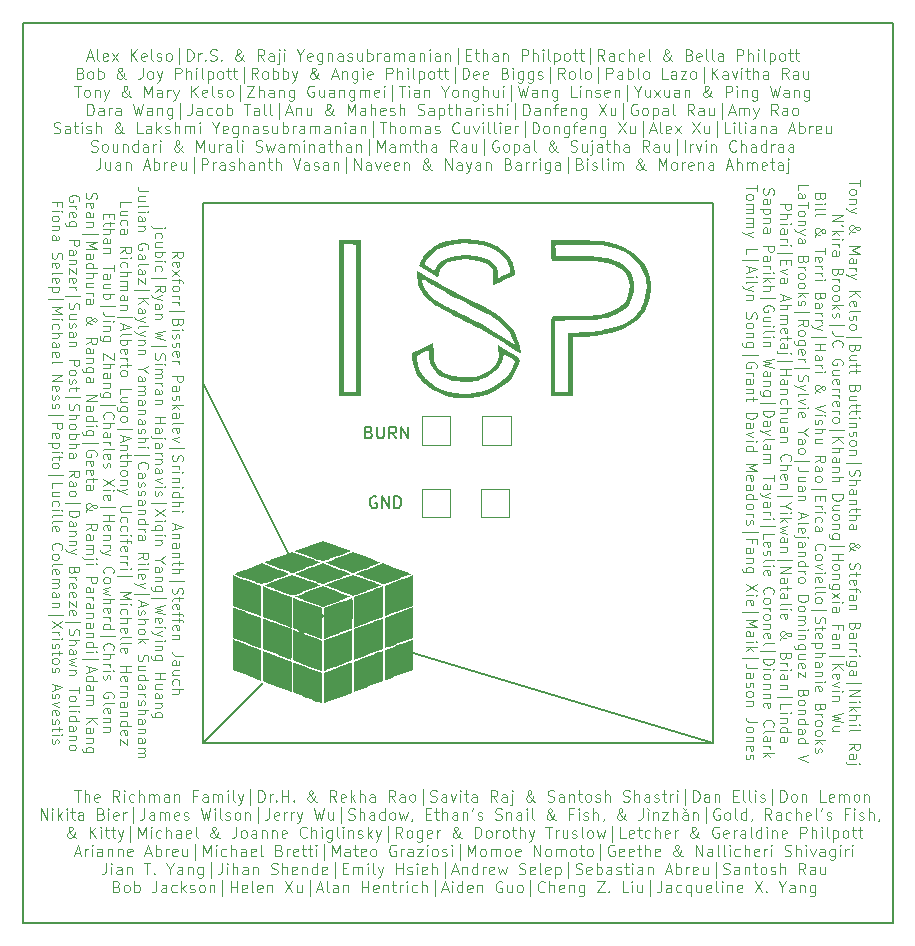
<source format=gto>
G04 #@! TF.GenerationSoftware,KiCad,Pcbnew,7.0.1-0*
G04 #@! TF.CreationDate,2023-03-19T01:34:27-04:00*
G04 #@! TF.ProjectId,bottom-adapter,626f7474-6f6d-42d6-9164-61707465722e,3*
G04 #@! TF.SameCoordinates,Original*
G04 #@! TF.FileFunction,Legend,Top*
G04 #@! TF.FilePolarity,Positive*
%FSLAX46Y46*%
G04 Gerber Fmt 4.6, Leading zero omitted, Abs format (unit mm)*
G04 Created by KiCad (PCBNEW 7.0.1-0) date 2023-03-19 01:34:27*
%MOMM*%
%LPD*%
G01*
G04 APERTURE LIST*
%ADD10C,0.127000*%
%ADD11C,0.150000*%
%ADD12C,0.101250*%
%ADD13C,0.100000*%
%ADD14C,0.300000*%
%ADD15C,0.120000*%
%ADD16C,5.500000*%
%ADD17R,2.000000X2.000000*%
%ADD18C,4.300000*%
G04 APERTURE END LIST*
D10*
X96520000Y-76200000D02*
X96520000Y-121920000D01*
X81280000Y-60960000D02*
X81280000Y-137160000D01*
X139700000Y-76200000D02*
X96520000Y-76200000D01*
D11*
X104140000Y-106680000D02*
X96520000Y-91440000D01*
D10*
X81280000Y-137160000D02*
X154940000Y-137160000D01*
X154940000Y-137160000D02*
X154940000Y-60960000D01*
X139700000Y-121920000D02*
X139700000Y-76200000D01*
X154940000Y-60960000D02*
X81280000Y-60960000D01*
D11*
X101600000Y-116840000D02*
X96520000Y-121920000D01*
X114300000Y-114300000D02*
X139700000Y-121920000D01*
D10*
X96520000Y-121920000D02*
X139700000Y-121920000D01*
D12*
X93939642Y-80867140D02*
X94368214Y-80567140D01*
X93939642Y-80352854D02*
X94839642Y-80352854D01*
X94839642Y-80352854D02*
X94839642Y-80695711D01*
X94839642Y-80695711D02*
X94796785Y-80781426D01*
X94796785Y-80781426D02*
X94753928Y-80824283D01*
X94753928Y-80824283D02*
X94668214Y-80867140D01*
X94668214Y-80867140D02*
X94539642Y-80867140D01*
X94539642Y-80867140D02*
X94453928Y-80824283D01*
X94453928Y-80824283D02*
X94411071Y-80781426D01*
X94411071Y-80781426D02*
X94368214Y-80695711D01*
X94368214Y-80695711D02*
X94368214Y-80352854D01*
X93982500Y-81595711D02*
X93939642Y-81509997D01*
X93939642Y-81509997D02*
X93939642Y-81338569D01*
X93939642Y-81338569D02*
X93982500Y-81252854D01*
X93982500Y-81252854D02*
X94068214Y-81209997D01*
X94068214Y-81209997D02*
X94411071Y-81209997D01*
X94411071Y-81209997D02*
X94496785Y-81252854D01*
X94496785Y-81252854D02*
X94539642Y-81338569D01*
X94539642Y-81338569D02*
X94539642Y-81509997D01*
X94539642Y-81509997D02*
X94496785Y-81595711D01*
X94496785Y-81595711D02*
X94411071Y-81638569D01*
X94411071Y-81638569D02*
X94325357Y-81638569D01*
X94325357Y-81638569D02*
X94239642Y-81209997D01*
X93939642Y-81938569D02*
X94539642Y-82409998D01*
X94539642Y-81938569D02*
X93939642Y-82409998D01*
X94539642Y-82624283D02*
X94539642Y-82967140D01*
X93939642Y-82752854D02*
X94711071Y-82752854D01*
X94711071Y-82752854D02*
X94796785Y-82795711D01*
X94796785Y-82795711D02*
X94839642Y-82881426D01*
X94839642Y-82881426D02*
X94839642Y-82967140D01*
X93939642Y-83395712D02*
X93982500Y-83309997D01*
X93982500Y-83309997D02*
X94025357Y-83267140D01*
X94025357Y-83267140D02*
X94111071Y-83224283D01*
X94111071Y-83224283D02*
X94368214Y-83224283D01*
X94368214Y-83224283D02*
X94453928Y-83267140D01*
X94453928Y-83267140D02*
X94496785Y-83309997D01*
X94496785Y-83309997D02*
X94539642Y-83395712D01*
X94539642Y-83395712D02*
X94539642Y-83524283D01*
X94539642Y-83524283D02*
X94496785Y-83609997D01*
X94496785Y-83609997D02*
X94453928Y-83652855D01*
X94453928Y-83652855D02*
X94368214Y-83695712D01*
X94368214Y-83695712D02*
X94111071Y-83695712D01*
X94111071Y-83695712D02*
X94025357Y-83652855D01*
X94025357Y-83652855D02*
X93982500Y-83609997D01*
X93982500Y-83609997D02*
X93939642Y-83524283D01*
X93939642Y-83524283D02*
X93939642Y-83395712D01*
X93939642Y-84081426D02*
X94539642Y-84081426D01*
X94368214Y-84081426D02*
X94453928Y-84124283D01*
X94453928Y-84124283D02*
X94496785Y-84167141D01*
X94496785Y-84167141D02*
X94539642Y-84252855D01*
X94539642Y-84252855D02*
X94539642Y-84338569D01*
X93939642Y-84638569D02*
X94539642Y-84638569D01*
X94368214Y-84638569D02*
X94453928Y-84681426D01*
X94453928Y-84681426D02*
X94496785Y-84724284D01*
X94496785Y-84724284D02*
X94539642Y-84809998D01*
X94539642Y-84809998D02*
X94539642Y-84895712D01*
X93639642Y-85409998D02*
X94925357Y-85409998D01*
X94411071Y-86352855D02*
X94368214Y-86481427D01*
X94368214Y-86481427D02*
X94325357Y-86524284D01*
X94325357Y-86524284D02*
X94239642Y-86567141D01*
X94239642Y-86567141D02*
X94111071Y-86567141D01*
X94111071Y-86567141D02*
X94025357Y-86524284D01*
X94025357Y-86524284D02*
X93982500Y-86481427D01*
X93982500Y-86481427D02*
X93939642Y-86395712D01*
X93939642Y-86395712D02*
X93939642Y-86052855D01*
X93939642Y-86052855D02*
X94839642Y-86052855D01*
X94839642Y-86052855D02*
X94839642Y-86352855D01*
X94839642Y-86352855D02*
X94796785Y-86438570D01*
X94796785Y-86438570D02*
X94753928Y-86481427D01*
X94753928Y-86481427D02*
X94668214Y-86524284D01*
X94668214Y-86524284D02*
X94582500Y-86524284D01*
X94582500Y-86524284D02*
X94496785Y-86481427D01*
X94496785Y-86481427D02*
X94453928Y-86438570D01*
X94453928Y-86438570D02*
X94411071Y-86352855D01*
X94411071Y-86352855D02*
X94411071Y-86052855D01*
X93939642Y-86952855D02*
X94539642Y-86952855D01*
X94839642Y-86952855D02*
X94796785Y-86909998D01*
X94796785Y-86909998D02*
X94753928Y-86952855D01*
X94753928Y-86952855D02*
X94796785Y-86995712D01*
X94796785Y-86995712D02*
X94839642Y-86952855D01*
X94839642Y-86952855D02*
X94753928Y-86952855D01*
X93982500Y-87338569D02*
X93939642Y-87424283D01*
X93939642Y-87424283D02*
X93939642Y-87595712D01*
X93939642Y-87595712D02*
X93982500Y-87681426D01*
X93982500Y-87681426D02*
X94068214Y-87724283D01*
X94068214Y-87724283D02*
X94111071Y-87724283D01*
X94111071Y-87724283D02*
X94196785Y-87681426D01*
X94196785Y-87681426D02*
X94239642Y-87595712D01*
X94239642Y-87595712D02*
X94239642Y-87467141D01*
X94239642Y-87467141D02*
X94282500Y-87381426D01*
X94282500Y-87381426D02*
X94368214Y-87338569D01*
X94368214Y-87338569D02*
X94411071Y-87338569D01*
X94411071Y-87338569D02*
X94496785Y-87381426D01*
X94496785Y-87381426D02*
X94539642Y-87467141D01*
X94539642Y-87467141D02*
X94539642Y-87595712D01*
X94539642Y-87595712D02*
X94496785Y-87681426D01*
X93982500Y-88067140D02*
X93939642Y-88152854D01*
X93939642Y-88152854D02*
X93939642Y-88324283D01*
X93939642Y-88324283D02*
X93982500Y-88409997D01*
X93982500Y-88409997D02*
X94068214Y-88452854D01*
X94068214Y-88452854D02*
X94111071Y-88452854D01*
X94111071Y-88452854D02*
X94196785Y-88409997D01*
X94196785Y-88409997D02*
X94239642Y-88324283D01*
X94239642Y-88324283D02*
X94239642Y-88195712D01*
X94239642Y-88195712D02*
X94282500Y-88109997D01*
X94282500Y-88109997D02*
X94368214Y-88067140D01*
X94368214Y-88067140D02*
X94411071Y-88067140D01*
X94411071Y-88067140D02*
X94496785Y-88109997D01*
X94496785Y-88109997D02*
X94539642Y-88195712D01*
X94539642Y-88195712D02*
X94539642Y-88324283D01*
X94539642Y-88324283D02*
X94496785Y-88409997D01*
X93982500Y-89181425D02*
X93939642Y-89095711D01*
X93939642Y-89095711D02*
X93939642Y-88924283D01*
X93939642Y-88924283D02*
X93982500Y-88838568D01*
X93982500Y-88838568D02*
X94068214Y-88795711D01*
X94068214Y-88795711D02*
X94411071Y-88795711D01*
X94411071Y-88795711D02*
X94496785Y-88838568D01*
X94496785Y-88838568D02*
X94539642Y-88924283D01*
X94539642Y-88924283D02*
X94539642Y-89095711D01*
X94539642Y-89095711D02*
X94496785Y-89181425D01*
X94496785Y-89181425D02*
X94411071Y-89224283D01*
X94411071Y-89224283D02*
X94325357Y-89224283D01*
X94325357Y-89224283D02*
X94239642Y-88795711D01*
X93939642Y-89609997D02*
X94539642Y-89609997D01*
X94368214Y-89609997D02*
X94453928Y-89652854D01*
X94453928Y-89652854D02*
X94496785Y-89695712D01*
X94496785Y-89695712D02*
X94539642Y-89781426D01*
X94539642Y-89781426D02*
X94539642Y-89867140D01*
X93939642Y-90852854D02*
X94839642Y-90852854D01*
X94839642Y-90852854D02*
X94839642Y-91195711D01*
X94839642Y-91195711D02*
X94796785Y-91281426D01*
X94796785Y-91281426D02*
X94753928Y-91324283D01*
X94753928Y-91324283D02*
X94668214Y-91367140D01*
X94668214Y-91367140D02*
X94539642Y-91367140D01*
X94539642Y-91367140D02*
X94453928Y-91324283D01*
X94453928Y-91324283D02*
X94411071Y-91281426D01*
X94411071Y-91281426D02*
X94368214Y-91195711D01*
X94368214Y-91195711D02*
X94368214Y-90852854D01*
X93939642Y-92138569D02*
X94411071Y-92138569D01*
X94411071Y-92138569D02*
X94496785Y-92095711D01*
X94496785Y-92095711D02*
X94539642Y-92009997D01*
X94539642Y-92009997D02*
X94539642Y-91838569D01*
X94539642Y-91838569D02*
X94496785Y-91752854D01*
X93982500Y-92138569D02*
X93939642Y-92052854D01*
X93939642Y-92052854D02*
X93939642Y-91838569D01*
X93939642Y-91838569D02*
X93982500Y-91752854D01*
X93982500Y-91752854D02*
X94068214Y-91709997D01*
X94068214Y-91709997D02*
X94153928Y-91709997D01*
X94153928Y-91709997D02*
X94239642Y-91752854D01*
X94239642Y-91752854D02*
X94282500Y-91838569D01*
X94282500Y-91838569D02*
X94282500Y-92052854D01*
X94282500Y-92052854D02*
X94325357Y-92138569D01*
X93982500Y-92524283D02*
X93939642Y-92609997D01*
X93939642Y-92609997D02*
X93939642Y-92781426D01*
X93939642Y-92781426D02*
X93982500Y-92867140D01*
X93982500Y-92867140D02*
X94068214Y-92909997D01*
X94068214Y-92909997D02*
X94111071Y-92909997D01*
X94111071Y-92909997D02*
X94196785Y-92867140D01*
X94196785Y-92867140D02*
X94239642Y-92781426D01*
X94239642Y-92781426D02*
X94239642Y-92652855D01*
X94239642Y-92652855D02*
X94282500Y-92567140D01*
X94282500Y-92567140D02*
X94368214Y-92524283D01*
X94368214Y-92524283D02*
X94411071Y-92524283D01*
X94411071Y-92524283D02*
X94496785Y-92567140D01*
X94496785Y-92567140D02*
X94539642Y-92652855D01*
X94539642Y-92652855D02*
X94539642Y-92781426D01*
X94539642Y-92781426D02*
X94496785Y-92867140D01*
X93939642Y-93295711D02*
X94839642Y-93295711D01*
X94282500Y-93381426D02*
X93939642Y-93638568D01*
X94539642Y-93638568D02*
X94196785Y-93295711D01*
X93939642Y-94409997D02*
X94411071Y-94409997D01*
X94411071Y-94409997D02*
X94496785Y-94367139D01*
X94496785Y-94367139D02*
X94539642Y-94281425D01*
X94539642Y-94281425D02*
X94539642Y-94109997D01*
X94539642Y-94109997D02*
X94496785Y-94024282D01*
X93982500Y-94409997D02*
X93939642Y-94324282D01*
X93939642Y-94324282D02*
X93939642Y-94109997D01*
X93939642Y-94109997D02*
X93982500Y-94024282D01*
X93982500Y-94024282D02*
X94068214Y-93981425D01*
X94068214Y-93981425D02*
X94153928Y-93981425D01*
X94153928Y-93981425D02*
X94239642Y-94024282D01*
X94239642Y-94024282D02*
X94282500Y-94109997D01*
X94282500Y-94109997D02*
X94282500Y-94324282D01*
X94282500Y-94324282D02*
X94325357Y-94409997D01*
X93939642Y-94967140D02*
X93982500Y-94881425D01*
X93982500Y-94881425D02*
X94068214Y-94838568D01*
X94068214Y-94838568D02*
X94839642Y-94838568D01*
X93982500Y-95652854D02*
X93939642Y-95567140D01*
X93939642Y-95567140D02*
X93939642Y-95395712D01*
X93939642Y-95395712D02*
X93982500Y-95309997D01*
X93982500Y-95309997D02*
X94068214Y-95267140D01*
X94068214Y-95267140D02*
X94411071Y-95267140D01*
X94411071Y-95267140D02*
X94496785Y-95309997D01*
X94496785Y-95309997D02*
X94539642Y-95395712D01*
X94539642Y-95395712D02*
X94539642Y-95567140D01*
X94539642Y-95567140D02*
X94496785Y-95652854D01*
X94496785Y-95652854D02*
X94411071Y-95695712D01*
X94411071Y-95695712D02*
X94325357Y-95695712D01*
X94325357Y-95695712D02*
X94239642Y-95267140D01*
X94539642Y-95995712D02*
X93939642Y-96209998D01*
X93939642Y-96209998D02*
X94539642Y-96424283D01*
X93639642Y-96981426D02*
X94925357Y-96981426D01*
X93982500Y-97581426D02*
X93939642Y-97709998D01*
X93939642Y-97709998D02*
X93939642Y-97924283D01*
X93939642Y-97924283D02*
X93982500Y-98009998D01*
X93982500Y-98009998D02*
X94025357Y-98052855D01*
X94025357Y-98052855D02*
X94111071Y-98095712D01*
X94111071Y-98095712D02*
X94196785Y-98095712D01*
X94196785Y-98095712D02*
X94282500Y-98052855D01*
X94282500Y-98052855D02*
X94325357Y-98009998D01*
X94325357Y-98009998D02*
X94368214Y-97924283D01*
X94368214Y-97924283D02*
X94411071Y-97752855D01*
X94411071Y-97752855D02*
X94453928Y-97667140D01*
X94453928Y-97667140D02*
X94496785Y-97624283D01*
X94496785Y-97624283D02*
X94582500Y-97581426D01*
X94582500Y-97581426D02*
X94668214Y-97581426D01*
X94668214Y-97581426D02*
X94753928Y-97624283D01*
X94753928Y-97624283D02*
X94796785Y-97667140D01*
X94796785Y-97667140D02*
X94839642Y-97752855D01*
X94839642Y-97752855D02*
X94839642Y-97967140D01*
X94839642Y-97967140D02*
X94796785Y-98095712D01*
X93939642Y-98481426D02*
X94539642Y-98481426D01*
X94368214Y-98481426D02*
X94453928Y-98524283D01*
X94453928Y-98524283D02*
X94496785Y-98567141D01*
X94496785Y-98567141D02*
X94539642Y-98652855D01*
X94539642Y-98652855D02*
X94539642Y-98738569D01*
X93939642Y-99038569D02*
X94539642Y-99038569D01*
X94839642Y-99038569D02*
X94796785Y-98995712D01*
X94796785Y-98995712D02*
X94753928Y-99038569D01*
X94753928Y-99038569D02*
X94796785Y-99081426D01*
X94796785Y-99081426D02*
X94839642Y-99038569D01*
X94839642Y-99038569D02*
X94753928Y-99038569D01*
X94539642Y-99467140D02*
X93939642Y-99467140D01*
X94453928Y-99467140D02*
X94496785Y-99509997D01*
X94496785Y-99509997D02*
X94539642Y-99595712D01*
X94539642Y-99595712D02*
X94539642Y-99724283D01*
X94539642Y-99724283D02*
X94496785Y-99809997D01*
X94496785Y-99809997D02*
X94411071Y-99852855D01*
X94411071Y-99852855D02*
X93939642Y-99852855D01*
X93939642Y-100281426D02*
X94539642Y-100281426D01*
X94839642Y-100281426D02*
X94796785Y-100238569D01*
X94796785Y-100238569D02*
X94753928Y-100281426D01*
X94753928Y-100281426D02*
X94796785Y-100324283D01*
X94796785Y-100324283D02*
X94839642Y-100281426D01*
X94839642Y-100281426D02*
X94753928Y-100281426D01*
X93939642Y-101095712D02*
X94839642Y-101095712D01*
X93982500Y-101095712D02*
X93939642Y-101009997D01*
X93939642Y-101009997D02*
X93939642Y-100838569D01*
X93939642Y-100838569D02*
X93982500Y-100752854D01*
X93982500Y-100752854D02*
X94025357Y-100709997D01*
X94025357Y-100709997D02*
X94111071Y-100667140D01*
X94111071Y-100667140D02*
X94368214Y-100667140D01*
X94368214Y-100667140D02*
X94453928Y-100709997D01*
X94453928Y-100709997D02*
X94496785Y-100752854D01*
X94496785Y-100752854D02*
X94539642Y-100838569D01*
X94539642Y-100838569D02*
X94539642Y-101009997D01*
X94539642Y-101009997D02*
X94496785Y-101095712D01*
X93939642Y-101524283D02*
X94839642Y-101524283D01*
X93939642Y-101909998D02*
X94411071Y-101909998D01*
X94411071Y-101909998D02*
X94496785Y-101867140D01*
X94496785Y-101867140D02*
X94539642Y-101781426D01*
X94539642Y-101781426D02*
X94539642Y-101652855D01*
X94539642Y-101652855D02*
X94496785Y-101567140D01*
X94496785Y-101567140D02*
X94453928Y-101524283D01*
X93939642Y-102338569D02*
X94539642Y-102338569D01*
X94839642Y-102338569D02*
X94796785Y-102295712D01*
X94796785Y-102295712D02*
X94753928Y-102338569D01*
X94753928Y-102338569D02*
X94796785Y-102381426D01*
X94796785Y-102381426D02*
X94839642Y-102338569D01*
X94839642Y-102338569D02*
X94753928Y-102338569D01*
X94196785Y-103409997D02*
X94196785Y-103838569D01*
X93939642Y-103324283D02*
X94839642Y-103624283D01*
X94839642Y-103624283D02*
X93939642Y-103924283D01*
X94539642Y-104224283D02*
X93939642Y-104224283D01*
X94453928Y-104224283D02*
X94496785Y-104267140D01*
X94496785Y-104267140D02*
X94539642Y-104352855D01*
X94539642Y-104352855D02*
X94539642Y-104481426D01*
X94539642Y-104481426D02*
X94496785Y-104567140D01*
X94496785Y-104567140D02*
X94411071Y-104609998D01*
X94411071Y-104609998D02*
X93939642Y-104609998D01*
X93939642Y-105424284D02*
X94411071Y-105424284D01*
X94411071Y-105424284D02*
X94496785Y-105381426D01*
X94496785Y-105381426D02*
X94539642Y-105295712D01*
X94539642Y-105295712D02*
X94539642Y-105124284D01*
X94539642Y-105124284D02*
X94496785Y-105038569D01*
X93982500Y-105424284D02*
X93939642Y-105338569D01*
X93939642Y-105338569D02*
X93939642Y-105124284D01*
X93939642Y-105124284D02*
X93982500Y-105038569D01*
X93982500Y-105038569D02*
X94068214Y-104995712D01*
X94068214Y-104995712D02*
X94153928Y-104995712D01*
X94153928Y-104995712D02*
X94239642Y-105038569D01*
X94239642Y-105038569D02*
X94282500Y-105124284D01*
X94282500Y-105124284D02*
X94282500Y-105338569D01*
X94282500Y-105338569D02*
X94325357Y-105424284D01*
X94539642Y-105852855D02*
X93939642Y-105852855D01*
X94453928Y-105852855D02*
X94496785Y-105895712D01*
X94496785Y-105895712D02*
X94539642Y-105981427D01*
X94539642Y-105981427D02*
X94539642Y-106109998D01*
X94539642Y-106109998D02*
X94496785Y-106195712D01*
X94496785Y-106195712D02*
X94411071Y-106238570D01*
X94411071Y-106238570D02*
X93939642Y-106238570D01*
X94539642Y-106538570D02*
X94539642Y-106881427D01*
X94839642Y-106667141D02*
X94068214Y-106667141D01*
X94068214Y-106667141D02*
X93982500Y-106709998D01*
X93982500Y-106709998D02*
X93939642Y-106795713D01*
X93939642Y-106795713D02*
X93939642Y-106881427D01*
X93939642Y-107181427D02*
X94839642Y-107181427D01*
X93939642Y-107567142D02*
X94411071Y-107567142D01*
X94411071Y-107567142D02*
X94496785Y-107524284D01*
X94496785Y-107524284D02*
X94539642Y-107438570D01*
X94539642Y-107438570D02*
X94539642Y-107309999D01*
X94539642Y-107309999D02*
X94496785Y-107224284D01*
X94496785Y-107224284D02*
X94453928Y-107181427D01*
X93639642Y-108209999D02*
X94925357Y-108209999D01*
X93982500Y-108809999D02*
X93939642Y-108938571D01*
X93939642Y-108938571D02*
X93939642Y-109152856D01*
X93939642Y-109152856D02*
X93982500Y-109238571D01*
X93982500Y-109238571D02*
X94025357Y-109281428D01*
X94025357Y-109281428D02*
X94111071Y-109324285D01*
X94111071Y-109324285D02*
X94196785Y-109324285D01*
X94196785Y-109324285D02*
X94282500Y-109281428D01*
X94282500Y-109281428D02*
X94325357Y-109238571D01*
X94325357Y-109238571D02*
X94368214Y-109152856D01*
X94368214Y-109152856D02*
X94411071Y-108981428D01*
X94411071Y-108981428D02*
X94453928Y-108895713D01*
X94453928Y-108895713D02*
X94496785Y-108852856D01*
X94496785Y-108852856D02*
X94582500Y-108809999D01*
X94582500Y-108809999D02*
X94668214Y-108809999D01*
X94668214Y-108809999D02*
X94753928Y-108852856D01*
X94753928Y-108852856D02*
X94796785Y-108895713D01*
X94796785Y-108895713D02*
X94839642Y-108981428D01*
X94839642Y-108981428D02*
X94839642Y-109195713D01*
X94839642Y-109195713D02*
X94796785Y-109324285D01*
X94539642Y-109581428D02*
X94539642Y-109924285D01*
X94839642Y-109709999D02*
X94068214Y-109709999D01*
X94068214Y-109709999D02*
X93982500Y-109752856D01*
X93982500Y-109752856D02*
X93939642Y-109838571D01*
X93939642Y-109838571D02*
X93939642Y-109924285D01*
X93982500Y-110567142D02*
X93939642Y-110481428D01*
X93939642Y-110481428D02*
X93939642Y-110310000D01*
X93939642Y-110310000D02*
X93982500Y-110224285D01*
X93982500Y-110224285D02*
X94068214Y-110181428D01*
X94068214Y-110181428D02*
X94411071Y-110181428D01*
X94411071Y-110181428D02*
X94496785Y-110224285D01*
X94496785Y-110224285D02*
X94539642Y-110310000D01*
X94539642Y-110310000D02*
X94539642Y-110481428D01*
X94539642Y-110481428D02*
X94496785Y-110567142D01*
X94496785Y-110567142D02*
X94411071Y-110610000D01*
X94411071Y-110610000D02*
X94325357Y-110610000D01*
X94325357Y-110610000D02*
X94239642Y-110181428D01*
X94539642Y-110867143D02*
X94539642Y-111210000D01*
X93939642Y-110995714D02*
X94711071Y-110995714D01*
X94711071Y-110995714D02*
X94796785Y-111038571D01*
X94796785Y-111038571D02*
X94839642Y-111124286D01*
X94839642Y-111124286D02*
X94839642Y-111210000D01*
X94539642Y-111381429D02*
X94539642Y-111724286D01*
X93939642Y-111510000D02*
X94711071Y-111510000D01*
X94711071Y-111510000D02*
X94796785Y-111552857D01*
X94796785Y-111552857D02*
X94839642Y-111638572D01*
X94839642Y-111638572D02*
X94839642Y-111724286D01*
X93982500Y-112367143D02*
X93939642Y-112281429D01*
X93939642Y-112281429D02*
X93939642Y-112110001D01*
X93939642Y-112110001D02*
X93982500Y-112024286D01*
X93982500Y-112024286D02*
X94068214Y-111981429D01*
X94068214Y-111981429D02*
X94411071Y-111981429D01*
X94411071Y-111981429D02*
X94496785Y-112024286D01*
X94496785Y-112024286D02*
X94539642Y-112110001D01*
X94539642Y-112110001D02*
X94539642Y-112281429D01*
X94539642Y-112281429D02*
X94496785Y-112367143D01*
X94496785Y-112367143D02*
X94411071Y-112410001D01*
X94411071Y-112410001D02*
X94325357Y-112410001D01*
X94325357Y-112410001D02*
X94239642Y-111981429D01*
X94539642Y-112795715D02*
X93939642Y-112795715D01*
X94453928Y-112795715D02*
X94496785Y-112838572D01*
X94496785Y-112838572D02*
X94539642Y-112924287D01*
X94539642Y-112924287D02*
X94539642Y-113052858D01*
X94539642Y-113052858D02*
X94496785Y-113138572D01*
X94496785Y-113138572D02*
X94411071Y-113181430D01*
X94411071Y-113181430D02*
X93939642Y-113181430D01*
X94839642Y-114552858D02*
X94196785Y-114552858D01*
X94196785Y-114552858D02*
X94068214Y-114510001D01*
X94068214Y-114510001D02*
X93982500Y-114424287D01*
X93982500Y-114424287D02*
X93939642Y-114295715D01*
X93939642Y-114295715D02*
X93939642Y-114210001D01*
X93939642Y-115367144D02*
X94411071Y-115367144D01*
X94411071Y-115367144D02*
X94496785Y-115324286D01*
X94496785Y-115324286D02*
X94539642Y-115238572D01*
X94539642Y-115238572D02*
X94539642Y-115067144D01*
X94539642Y-115067144D02*
X94496785Y-114981429D01*
X93982500Y-115367144D02*
X93939642Y-115281429D01*
X93939642Y-115281429D02*
X93939642Y-115067144D01*
X93939642Y-115067144D02*
X93982500Y-114981429D01*
X93982500Y-114981429D02*
X94068214Y-114938572D01*
X94068214Y-114938572D02*
X94153928Y-114938572D01*
X94153928Y-114938572D02*
X94239642Y-114981429D01*
X94239642Y-114981429D02*
X94282500Y-115067144D01*
X94282500Y-115067144D02*
X94282500Y-115281429D01*
X94282500Y-115281429D02*
X94325357Y-115367144D01*
X94539642Y-116181430D02*
X93939642Y-116181430D01*
X94539642Y-115795715D02*
X94068214Y-115795715D01*
X94068214Y-115795715D02*
X93982500Y-115838572D01*
X93982500Y-115838572D02*
X93939642Y-115924287D01*
X93939642Y-115924287D02*
X93939642Y-116052858D01*
X93939642Y-116052858D02*
X93982500Y-116138572D01*
X93982500Y-116138572D02*
X94025357Y-116181430D01*
X93982500Y-116995716D02*
X93939642Y-116910001D01*
X93939642Y-116910001D02*
X93939642Y-116738573D01*
X93939642Y-116738573D02*
X93982500Y-116652858D01*
X93982500Y-116652858D02*
X94025357Y-116610001D01*
X94025357Y-116610001D02*
X94111071Y-116567144D01*
X94111071Y-116567144D02*
X94368214Y-116567144D01*
X94368214Y-116567144D02*
X94453928Y-116610001D01*
X94453928Y-116610001D02*
X94496785Y-116652858D01*
X94496785Y-116652858D02*
X94539642Y-116738573D01*
X94539642Y-116738573D02*
X94539642Y-116910001D01*
X94539642Y-116910001D02*
X94496785Y-116995716D01*
X93939642Y-117381430D02*
X94839642Y-117381430D01*
X93939642Y-117767145D02*
X94411071Y-117767145D01*
X94411071Y-117767145D02*
X94496785Y-117724287D01*
X94496785Y-117724287D02*
X94539642Y-117638573D01*
X94539642Y-117638573D02*
X94539642Y-117510002D01*
X94539642Y-117510002D02*
X94496785Y-117424287D01*
X94496785Y-117424287D02*
X94453928Y-117381430D01*
X93081642Y-78338570D02*
X92310214Y-78338570D01*
X92310214Y-78338570D02*
X92224500Y-78295713D01*
X92224500Y-78295713D02*
X92181642Y-78209999D01*
X92181642Y-78209999D02*
X92181642Y-78167142D01*
X93381642Y-78338570D02*
X93338785Y-78295713D01*
X93338785Y-78295713D02*
X93295928Y-78338570D01*
X93295928Y-78338570D02*
X93338785Y-78381427D01*
X93338785Y-78381427D02*
X93381642Y-78338570D01*
X93381642Y-78338570D02*
X93295928Y-78338570D01*
X92524500Y-79152856D02*
X92481642Y-79067141D01*
X92481642Y-79067141D02*
X92481642Y-78895713D01*
X92481642Y-78895713D02*
X92524500Y-78809998D01*
X92524500Y-78809998D02*
X92567357Y-78767141D01*
X92567357Y-78767141D02*
X92653071Y-78724284D01*
X92653071Y-78724284D02*
X92910214Y-78724284D01*
X92910214Y-78724284D02*
X92995928Y-78767141D01*
X92995928Y-78767141D02*
X93038785Y-78809998D01*
X93038785Y-78809998D02*
X93081642Y-78895713D01*
X93081642Y-78895713D02*
X93081642Y-79067141D01*
X93081642Y-79067141D02*
X93038785Y-79152856D01*
X93081642Y-79924285D02*
X92481642Y-79924285D01*
X93081642Y-79538570D02*
X92610214Y-79538570D01*
X92610214Y-79538570D02*
X92524500Y-79581427D01*
X92524500Y-79581427D02*
X92481642Y-79667142D01*
X92481642Y-79667142D02*
X92481642Y-79795713D01*
X92481642Y-79795713D02*
X92524500Y-79881427D01*
X92524500Y-79881427D02*
X92567357Y-79924285D01*
X92481642Y-80352856D02*
X93381642Y-80352856D01*
X93038785Y-80352856D02*
X93081642Y-80438571D01*
X93081642Y-80438571D02*
X93081642Y-80609999D01*
X93081642Y-80609999D02*
X93038785Y-80695713D01*
X93038785Y-80695713D02*
X92995928Y-80738571D01*
X92995928Y-80738571D02*
X92910214Y-80781428D01*
X92910214Y-80781428D02*
X92653071Y-80781428D01*
X92653071Y-80781428D02*
X92567357Y-80738571D01*
X92567357Y-80738571D02*
X92524500Y-80695713D01*
X92524500Y-80695713D02*
X92481642Y-80609999D01*
X92481642Y-80609999D02*
X92481642Y-80438571D01*
X92481642Y-80438571D02*
X92524500Y-80352856D01*
X92481642Y-81167142D02*
X93081642Y-81167142D01*
X93381642Y-81167142D02*
X93338785Y-81124285D01*
X93338785Y-81124285D02*
X93295928Y-81167142D01*
X93295928Y-81167142D02*
X93338785Y-81209999D01*
X93338785Y-81209999D02*
X93381642Y-81167142D01*
X93381642Y-81167142D02*
X93295928Y-81167142D01*
X92524500Y-81981428D02*
X92481642Y-81895713D01*
X92481642Y-81895713D02*
X92481642Y-81724285D01*
X92481642Y-81724285D02*
X92524500Y-81638570D01*
X92524500Y-81638570D02*
X92567357Y-81595713D01*
X92567357Y-81595713D02*
X92653071Y-81552856D01*
X92653071Y-81552856D02*
X92910214Y-81552856D01*
X92910214Y-81552856D02*
X92995928Y-81595713D01*
X92995928Y-81595713D02*
X93038785Y-81638570D01*
X93038785Y-81638570D02*
X93081642Y-81724285D01*
X93081642Y-81724285D02*
X93081642Y-81895713D01*
X93081642Y-81895713D02*
X93038785Y-81981428D01*
X92181642Y-82581428D02*
X93467357Y-82581428D01*
X92481642Y-83738571D02*
X92910214Y-83438571D01*
X92481642Y-83224285D02*
X93381642Y-83224285D01*
X93381642Y-83224285D02*
X93381642Y-83567142D01*
X93381642Y-83567142D02*
X93338785Y-83652857D01*
X93338785Y-83652857D02*
X93295928Y-83695714D01*
X93295928Y-83695714D02*
X93210214Y-83738571D01*
X93210214Y-83738571D02*
X93081642Y-83738571D01*
X93081642Y-83738571D02*
X92995928Y-83695714D01*
X92995928Y-83695714D02*
X92953071Y-83652857D01*
X92953071Y-83652857D02*
X92910214Y-83567142D01*
X92910214Y-83567142D02*
X92910214Y-83224285D01*
X93081642Y-84038571D02*
X92481642Y-84252857D01*
X93081642Y-84467142D02*
X92481642Y-84252857D01*
X92481642Y-84252857D02*
X92267357Y-84167142D01*
X92267357Y-84167142D02*
X92224500Y-84124285D01*
X92224500Y-84124285D02*
X92181642Y-84038571D01*
X92481642Y-85195714D02*
X92953071Y-85195714D01*
X92953071Y-85195714D02*
X93038785Y-85152856D01*
X93038785Y-85152856D02*
X93081642Y-85067142D01*
X93081642Y-85067142D02*
X93081642Y-84895714D01*
X93081642Y-84895714D02*
X93038785Y-84809999D01*
X92524500Y-85195714D02*
X92481642Y-85109999D01*
X92481642Y-85109999D02*
X92481642Y-84895714D01*
X92481642Y-84895714D02*
X92524500Y-84809999D01*
X92524500Y-84809999D02*
X92610214Y-84767142D01*
X92610214Y-84767142D02*
X92695928Y-84767142D01*
X92695928Y-84767142D02*
X92781642Y-84809999D01*
X92781642Y-84809999D02*
X92824500Y-84895714D01*
X92824500Y-84895714D02*
X92824500Y-85109999D01*
X92824500Y-85109999D02*
X92867357Y-85195714D01*
X93081642Y-85624285D02*
X92481642Y-85624285D01*
X92995928Y-85624285D02*
X93038785Y-85667142D01*
X93038785Y-85667142D02*
X93081642Y-85752857D01*
X93081642Y-85752857D02*
X93081642Y-85881428D01*
X93081642Y-85881428D02*
X93038785Y-85967142D01*
X93038785Y-85967142D02*
X92953071Y-86010000D01*
X92953071Y-86010000D02*
X92481642Y-86010000D01*
X93381642Y-87038571D02*
X92481642Y-87252857D01*
X92481642Y-87252857D02*
X93124500Y-87424285D01*
X93124500Y-87424285D02*
X92481642Y-87595714D01*
X92481642Y-87595714D02*
X93381642Y-87810000D01*
X92181642Y-88367142D02*
X93467357Y-88367142D01*
X92524500Y-88967142D02*
X92481642Y-89095714D01*
X92481642Y-89095714D02*
X92481642Y-89309999D01*
X92481642Y-89309999D02*
X92524500Y-89395714D01*
X92524500Y-89395714D02*
X92567357Y-89438571D01*
X92567357Y-89438571D02*
X92653071Y-89481428D01*
X92653071Y-89481428D02*
X92738785Y-89481428D01*
X92738785Y-89481428D02*
X92824500Y-89438571D01*
X92824500Y-89438571D02*
X92867357Y-89395714D01*
X92867357Y-89395714D02*
X92910214Y-89309999D01*
X92910214Y-89309999D02*
X92953071Y-89138571D01*
X92953071Y-89138571D02*
X92995928Y-89052856D01*
X92995928Y-89052856D02*
X93038785Y-89009999D01*
X93038785Y-89009999D02*
X93124500Y-88967142D01*
X93124500Y-88967142D02*
X93210214Y-88967142D01*
X93210214Y-88967142D02*
X93295928Y-89009999D01*
X93295928Y-89009999D02*
X93338785Y-89052856D01*
X93338785Y-89052856D02*
X93381642Y-89138571D01*
X93381642Y-89138571D02*
X93381642Y-89352856D01*
X93381642Y-89352856D02*
X93338785Y-89481428D01*
X92481642Y-89867142D02*
X93081642Y-89867142D01*
X93381642Y-89867142D02*
X93338785Y-89824285D01*
X93338785Y-89824285D02*
X93295928Y-89867142D01*
X93295928Y-89867142D02*
X93338785Y-89909999D01*
X93338785Y-89909999D02*
X93381642Y-89867142D01*
X93381642Y-89867142D02*
X93295928Y-89867142D01*
X92481642Y-90295713D02*
X93081642Y-90295713D01*
X92995928Y-90295713D02*
X93038785Y-90338570D01*
X93038785Y-90338570D02*
X93081642Y-90424285D01*
X93081642Y-90424285D02*
X93081642Y-90552856D01*
X93081642Y-90552856D02*
X93038785Y-90638570D01*
X93038785Y-90638570D02*
X92953071Y-90681428D01*
X92953071Y-90681428D02*
X92481642Y-90681428D01*
X92953071Y-90681428D02*
X93038785Y-90724285D01*
X93038785Y-90724285D02*
X93081642Y-90809999D01*
X93081642Y-90809999D02*
X93081642Y-90938570D01*
X93081642Y-90938570D02*
X93038785Y-91024285D01*
X93038785Y-91024285D02*
X92953071Y-91067142D01*
X92953071Y-91067142D02*
X92481642Y-91067142D01*
X92481642Y-91495713D02*
X93081642Y-91495713D01*
X92910214Y-91495713D02*
X92995928Y-91538570D01*
X92995928Y-91538570D02*
X93038785Y-91581428D01*
X93038785Y-91581428D02*
X93081642Y-91667142D01*
X93081642Y-91667142D02*
X93081642Y-91752856D01*
X92481642Y-92438571D02*
X92953071Y-92438571D01*
X92953071Y-92438571D02*
X93038785Y-92395713D01*
X93038785Y-92395713D02*
X93081642Y-92309999D01*
X93081642Y-92309999D02*
X93081642Y-92138571D01*
X93081642Y-92138571D02*
X93038785Y-92052856D01*
X92524500Y-92438571D02*
X92481642Y-92352856D01*
X92481642Y-92352856D02*
X92481642Y-92138571D01*
X92481642Y-92138571D02*
X92524500Y-92052856D01*
X92524500Y-92052856D02*
X92610214Y-92009999D01*
X92610214Y-92009999D02*
X92695928Y-92009999D01*
X92695928Y-92009999D02*
X92781642Y-92052856D01*
X92781642Y-92052856D02*
X92824500Y-92138571D01*
X92824500Y-92138571D02*
X92824500Y-92352856D01*
X92824500Y-92352856D02*
X92867357Y-92438571D01*
X93081642Y-92867142D02*
X92481642Y-92867142D01*
X92995928Y-92867142D02*
X93038785Y-92909999D01*
X93038785Y-92909999D02*
X93081642Y-92995714D01*
X93081642Y-92995714D02*
X93081642Y-93124285D01*
X93081642Y-93124285D02*
X93038785Y-93209999D01*
X93038785Y-93209999D02*
X92953071Y-93252857D01*
X92953071Y-93252857D02*
X92481642Y-93252857D01*
X92481642Y-94367142D02*
X93381642Y-94367142D01*
X92953071Y-94367142D02*
X92953071Y-94881428D01*
X92481642Y-94881428D02*
X93381642Y-94881428D01*
X92481642Y-95695714D02*
X92953071Y-95695714D01*
X92953071Y-95695714D02*
X93038785Y-95652856D01*
X93038785Y-95652856D02*
X93081642Y-95567142D01*
X93081642Y-95567142D02*
X93081642Y-95395714D01*
X93081642Y-95395714D02*
X93038785Y-95309999D01*
X92524500Y-95695714D02*
X92481642Y-95609999D01*
X92481642Y-95609999D02*
X92481642Y-95395714D01*
X92481642Y-95395714D02*
X92524500Y-95309999D01*
X92524500Y-95309999D02*
X92610214Y-95267142D01*
X92610214Y-95267142D02*
X92695928Y-95267142D01*
X92695928Y-95267142D02*
X92781642Y-95309999D01*
X92781642Y-95309999D02*
X92824500Y-95395714D01*
X92824500Y-95395714D02*
X92824500Y-95609999D01*
X92824500Y-95609999D02*
X92867357Y-95695714D01*
X93081642Y-96124285D02*
X92310214Y-96124285D01*
X92310214Y-96124285D02*
X92224500Y-96081428D01*
X92224500Y-96081428D02*
X92181642Y-95995714D01*
X92181642Y-95995714D02*
X92181642Y-95952857D01*
X93381642Y-96124285D02*
X93338785Y-96081428D01*
X93338785Y-96081428D02*
X93295928Y-96124285D01*
X93295928Y-96124285D02*
X93338785Y-96167142D01*
X93338785Y-96167142D02*
X93381642Y-96124285D01*
X93381642Y-96124285D02*
X93295928Y-96124285D01*
X92481642Y-96938571D02*
X92953071Y-96938571D01*
X92953071Y-96938571D02*
X93038785Y-96895713D01*
X93038785Y-96895713D02*
X93081642Y-96809999D01*
X93081642Y-96809999D02*
X93081642Y-96638571D01*
X93081642Y-96638571D02*
X93038785Y-96552856D01*
X92524500Y-96938571D02*
X92481642Y-96852856D01*
X92481642Y-96852856D02*
X92481642Y-96638571D01*
X92481642Y-96638571D02*
X92524500Y-96552856D01*
X92524500Y-96552856D02*
X92610214Y-96509999D01*
X92610214Y-96509999D02*
X92695928Y-96509999D01*
X92695928Y-96509999D02*
X92781642Y-96552856D01*
X92781642Y-96552856D02*
X92824500Y-96638571D01*
X92824500Y-96638571D02*
X92824500Y-96852856D01*
X92824500Y-96852856D02*
X92867357Y-96938571D01*
X92481642Y-97367142D02*
X93081642Y-97367142D01*
X92910214Y-97367142D02*
X92995928Y-97409999D01*
X92995928Y-97409999D02*
X93038785Y-97452857D01*
X93038785Y-97452857D02*
X93081642Y-97538571D01*
X93081642Y-97538571D02*
X93081642Y-97624285D01*
X93081642Y-97924285D02*
X92481642Y-97924285D01*
X92995928Y-97924285D02*
X93038785Y-97967142D01*
X93038785Y-97967142D02*
X93081642Y-98052857D01*
X93081642Y-98052857D02*
X93081642Y-98181428D01*
X93081642Y-98181428D02*
X93038785Y-98267142D01*
X93038785Y-98267142D02*
X92953071Y-98310000D01*
X92953071Y-98310000D02*
X92481642Y-98310000D01*
X92481642Y-99124286D02*
X92953071Y-99124286D01*
X92953071Y-99124286D02*
X93038785Y-99081428D01*
X93038785Y-99081428D02*
X93081642Y-98995714D01*
X93081642Y-98995714D02*
X93081642Y-98824286D01*
X93081642Y-98824286D02*
X93038785Y-98738571D01*
X92524500Y-99124286D02*
X92481642Y-99038571D01*
X92481642Y-99038571D02*
X92481642Y-98824286D01*
X92481642Y-98824286D02*
X92524500Y-98738571D01*
X92524500Y-98738571D02*
X92610214Y-98695714D01*
X92610214Y-98695714D02*
X92695928Y-98695714D01*
X92695928Y-98695714D02*
X92781642Y-98738571D01*
X92781642Y-98738571D02*
X92824500Y-98824286D01*
X92824500Y-98824286D02*
X92824500Y-99038571D01*
X92824500Y-99038571D02*
X92867357Y-99124286D01*
X93081642Y-99467143D02*
X92481642Y-99681429D01*
X92481642Y-99681429D02*
X93081642Y-99895714D01*
X92481642Y-100238571D02*
X93081642Y-100238571D01*
X93381642Y-100238571D02*
X93338785Y-100195714D01*
X93338785Y-100195714D02*
X93295928Y-100238571D01*
X93295928Y-100238571D02*
X93338785Y-100281428D01*
X93338785Y-100281428D02*
X93381642Y-100238571D01*
X93381642Y-100238571D02*
X93295928Y-100238571D01*
X92524500Y-100624285D02*
X92481642Y-100709999D01*
X92481642Y-100709999D02*
X92481642Y-100881428D01*
X92481642Y-100881428D02*
X92524500Y-100967142D01*
X92524500Y-100967142D02*
X92610214Y-101009999D01*
X92610214Y-101009999D02*
X92653071Y-101009999D01*
X92653071Y-101009999D02*
X92738785Y-100967142D01*
X92738785Y-100967142D02*
X92781642Y-100881428D01*
X92781642Y-100881428D02*
X92781642Y-100752857D01*
X92781642Y-100752857D02*
X92824500Y-100667142D01*
X92824500Y-100667142D02*
X92910214Y-100624285D01*
X92910214Y-100624285D02*
X92953071Y-100624285D01*
X92953071Y-100624285D02*
X93038785Y-100667142D01*
X93038785Y-100667142D02*
X93081642Y-100752857D01*
X93081642Y-100752857D02*
X93081642Y-100881428D01*
X93081642Y-100881428D02*
X93038785Y-100967142D01*
X92181642Y-101609999D02*
X93467357Y-101609999D01*
X93381642Y-102167142D02*
X92481642Y-102767142D01*
X93381642Y-102767142D02*
X92481642Y-102167142D01*
X92481642Y-103109999D02*
X93081642Y-103109999D01*
X93381642Y-103109999D02*
X93338785Y-103067142D01*
X93338785Y-103067142D02*
X93295928Y-103109999D01*
X93295928Y-103109999D02*
X93338785Y-103152856D01*
X93338785Y-103152856D02*
X93381642Y-103109999D01*
X93381642Y-103109999D02*
X93295928Y-103109999D01*
X93081642Y-103924285D02*
X92181642Y-103924285D01*
X92524500Y-103924285D02*
X92481642Y-103838570D01*
X92481642Y-103838570D02*
X92481642Y-103667142D01*
X92481642Y-103667142D02*
X92524500Y-103581427D01*
X92524500Y-103581427D02*
X92567357Y-103538570D01*
X92567357Y-103538570D02*
X92653071Y-103495713D01*
X92653071Y-103495713D02*
X92910214Y-103495713D01*
X92910214Y-103495713D02*
X92995928Y-103538570D01*
X92995928Y-103538570D02*
X93038785Y-103581427D01*
X93038785Y-103581427D02*
X93081642Y-103667142D01*
X93081642Y-103667142D02*
X93081642Y-103838570D01*
X93081642Y-103838570D02*
X93038785Y-103924285D01*
X92481642Y-104352856D02*
X93081642Y-104352856D01*
X93381642Y-104352856D02*
X93338785Y-104309999D01*
X93338785Y-104309999D02*
X93295928Y-104352856D01*
X93295928Y-104352856D02*
X93338785Y-104395713D01*
X93338785Y-104395713D02*
X93381642Y-104352856D01*
X93381642Y-104352856D02*
X93295928Y-104352856D01*
X93081642Y-104781427D02*
X92481642Y-104781427D01*
X92995928Y-104781427D02*
X93038785Y-104824284D01*
X93038785Y-104824284D02*
X93081642Y-104909999D01*
X93081642Y-104909999D02*
X93081642Y-105038570D01*
X93081642Y-105038570D02*
X93038785Y-105124284D01*
X93038785Y-105124284D02*
X92953071Y-105167142D01*
X92953071Y-105167142D02*
X92481642Y-105167142D01*
X92910214Y-106452856D02*
X92481642Y-106452856D01*
X93381642Y-106152856D02*
X92910214Y-106452856D01*
X92910214Y-106452856D02*
X93381642Y-106752856D01*
X92481642Y-107438571D02*
X92953071Y-107438571D01*
X92953071Y-107438571D02*
X93038785Y-107395713D01*
X93038785Y-107395713D02*
X93081642Y-107309999D01*
X93081642Y-107309999D02*
X93081642Y-107138571D01*
X93081642Y-107138571D02*
X93038785Y-107052856D01*
X92524500Y-107438571D02*
X92481642Y-107352856D01*
X92481642Y-107352856D02*
X92481642Y-107138571D01*
X92481642Y-107138571D02*
X92524500Y-107052856D01*
X92524500Y-107052856D02*
X92610214Y-107009999D01*
X92610214Y-107009999D02*
X92695928Y-107009999D01*
X92695928Y-107009999D02*
X92781642Y-107052856D01*
X92781642Y-107052856D02*
X92824500Y-107138571D01*
X92824500Y-107138571D02*
X92824500Y-107352856D01*
X92824500Y-107352856D02*
X92867357Y-107438571D01*
X93081642Y-107867142D02*
X92481642Y-107867142D01*
X92995928Y-107867142D02*
X93038785Y-107909999D01*
X93038785Y-107909999D02*
X93081642Y-107995714D01*
X93081642Y-107995714D02*
X93081642Y-108124285D01*
X93081642Y-108124285D02*
X93038785Y-108209999D01*
X93038785Y-108209999D02*
X92953071Y-108252857D01*
X92953071Y-108252857D02*
X92481642Y-108252857D01*
X93081642Y-109067143D02*
X92353071Y-109067143D01*
X92353071Y-109067143D02*
X92267357Y-109024285D01*
X92267357Y-109024285D02*
X92224500Y-108981428D01*
X92224500Y-108981428D02*
X92181642Y-108895714D01*
X92181642Y-108895714D02*
X92181642Y-108767143D01*
X92181642Y-108767143D02*
X92224500Y-108681428D01*
X92524500Y-109067143D02*
X92481642Y-108981428D01*
X92481642Y-108981428D02*
X92481642Y-108810000D01*
X92481642Y-108810000D02*
X92524500Y-108724285D01*
X92524500Y-108724285D02*
X92567357Y-108681428D01*
X92567357Y-108681428D02*
X92653071Y-108638571D01*
X92653071Y-108638571D02*
X92910214Y-108638571D01*
X92910214Y-108638571D02*
X92995928Y-108681428D01*
X92995928Y-108681428D02*
X93038785Y-108724285D01*
X93038785Y-108724285D02*
X93081642Y-108810000D01*
X93081642Y-108810000D02*
X93081642Y-108981428D01*
X93081642Y-108981428D02*
X93038785Y-109067143D01*
X92181642Y-109710000D02*
X93467357Y-109710000D01*
X93381642Y-110267143D02*
X92481642Y-110481429D01*
X92481642Y-110481429D02*
X93124500Y-110652857D01*
X93124500Y-110652857D02*
X92481642Y-110824286D01*
X92481642Y-110824286D02*
X93381642Y-111038572D01*
X92524500Y-111724285D02*
X92481642Y-111638571D01*
X92481642Y-111638571D02*
X92481642Y-111467143D01*
X92481642Y-111467143D02*
X92524500Y-111381428D01*
X92524500Y-111381428D02*
X92610214Y-111338571D01*
X92610214Y-111338571D02*
X92953071Y-111338571D01*
X92953071Y-111338571D02*
X93038785Y-111381428D01*
X93038785Y-111381428D02*
X93081642Y-111467143D01*
X93081642Y-111467143D02*
X93081642Y-111638571D01*
X93081642Y-111638571D02*
X93038785Y-111724285D01*
X93038785Y-111724285D02*
X92953071Y-111767143D01*
X92953071Y-111767143D02*
X92867357Y-111767143D01*
X92867357Y-111767143D02*
X92781642Y-111338571D01*
X92481642Y-112152857D02*
X93081642Y-112152857D01*
X93381642Y-112152857D02*
X93338785Y-112110000D01*
X93338785Y-112110000D02*
X93295928Y-112152857D01*
X93295928Y-112152857D02*
X93338785Y-112195714D01*
X93338785Y-112195714D02*
X93381642Y-112152857D01*
X93381642Y-112152857D02*
X93295928Y-112152857D01*
X93081642Y-112495714D02*
X92481642Y-112710000D01*
X93081642Y-112924285D02*
X92481642Y-112710000D01*
X92481642Y-112710000D02*
X92267357Y-112624285D01*
X92267357Y-112624285D02*
X92224500Y-112581428D01*
X92224500Y-112581428D02*
X92181642Y-112495714D01*
X92481642Y-113267142D02*
X93081642Y-113267142D01*
X93381642Y-113267142D02*
X93338785Y-113224285D01*
X93338785Y-113224285D02*
X93295928Y-113267142D01*
X93295928Y-113267142D02*
X93338785Y-113309999D01*
X93338785Y-113309999D02*
X93381642Y-113267142D01*
X93381642Y-113267142D02*
X93295928Y-113267142D01*
X93081642Y-113695713D02*
X92481642Y-113695713D01*
X92995928Y-113695713D02*
X93038785Y-113738570D01*
X93038785Y-113738570D02*
X93081642Y-113824285D01*
X93081642Y-113824285D02*
X93081642Y-113952856D01*
X93081642Y-113952856D02*
X93038785Y-114038570D01*
X93038785Y-114038570D02*
X92953071Y-114081428D01*
X92953071Y-114081428D02*
X92481642Y-114081428D01*
X93081642Y-114895714D02*
X92353071Y-114895714D01*
X92353071Y-114895714D02*
X92267357Y-114852856D01*
X92267357Y-114852856D02*
X92224500Y-114809999D01*
X92224500Y-114809999D02*
X92181642Y-114724285D01*
X92181642Y-114724285D02*
X92181642Y-114595714D01*
X92181642Y-114595714D02*
X92224500Y-114509999D01*
X92524500Y-114895714D02*
X92481642Y-114809999D01*
X92481642Y-114809999D02*
X92481642Y-114638571D01*
X92481642Y-114638571D02*
X92524500Y-114552856D01*
X92524500Y-114552856D02*
X92567357Y-114509999D01*
X92567357Y-114509999D02*
X92653071Y-114467142D01*
X92653071Y-114467142D02*
X92910214Y-114467142D01*
X92910214Y-114467142D02*
X92995928Y-114509999D01*
X92995928Y-114509999D02*
X93038785Y-114552856D01*
X93038785Y-114552856D02*
X93081642Y-114638571D01*
X93081642Y-114638571D02*
X93081642Y-114809999D01*
X93081642Y-114809999D02*
X93038785Y-114895714D01*
X92481642Y-116009999D02*
X93381642Y-116009999D01*
X92953071Y-116009999D02*
X92953071Y-116524285D01*
X92481642Y-116524285D02*
X93381642Y-116524285D01*
X93081642Y-117338571D02*
X92481642Y-117338571D01*
X93081642Y-116952856D02*
X92610214Y-116952856D01*
X92610214Y-116952856D02*
X92524500Y-116995713D01*
X92524500Y-116995713D02*
X92481642Y-117081428D01*
X92481642Y-117081428D02*
X92481642Y-117209999D01*
X92481642Y-117209999D02*
X92524500Y-117295713D01*
X92524500Y-117295713D02*
X92567357Y-117338571D01*
X92481642Y-118152857D02*
X92953071Y-118152857D01*
X92953071Y-118152857D02*
X93038785Y-118109999D01*
X93038785Y-118109999D02*
X93081642Y-118024285D01*
X93081642Y-118024285D02*
X93081642Y-117852857D01*
X93081642Y-117852857D02*
X93038785Y-117767142D01*
X92524500Y-118152857D02*
X92481642Y-118067142D01*
X92481642Y-118067142D02*
X92481642Y-117852857D01*
X92481642Y-117852857D02*
X92524500Y-117767142D01*
X92524500Y-117767142D02*
X92610214Y-117724285D01*
X92610214Y-117724285D02*
X92695928Y-117724285D01*
X92695928Y-117724285D02*
X92781642Y-117767142D01*
X92781642Y-117767142D02*
X92824500Y-117852857D01*
X92824500Y-117852857D02*
X92824500Y-118067142D01*
X92824500Y-118067142D02*
X92867357Y-118152857D01*
X93081642Y-118581428D02*
X92481642Y-118581428D01*
X92995928Y-118581428D02*
X93038785Y-118624285D01*
X93038785Y-118624285D02*
X93081642Y-118710000D01*
X93081642Y-118710000D02*
X93081642Y-118838571D01*
X93081642Y-118838571D02*
X93038785Y-118924285D01*
X93038785Y-118924285D02*
X92953071Y-118967143D01*
X92953071Y-118967143D02*
X92481642Y-118967143D01*
X93081642Y-119781429D02*
X92353071Y-119781429D01*
X92353071Y-119781429D02*
X92267357Y-119738571D01*
X92267357Y-119738571D02*
X92224500Y-119695714D01*
X92224500Y-119695714D02*
X92181642Y-119610000D01*
X92181642Y-119610000D02*
X92181642Y-119481429D01*
X92181642Y-119481429D02*
X92224500Y-119395714D01*
X92524500Y-119781429D02*
X92481642Y-119695714D01*
X92481642Y-119695714D02*
X92481642Y-119524286D01*
X92481642Y-119524286D02*
X92524500Y-119438571D01*
X92524500Y-119438571D02*
X92567357Y-119395714D01*
X92567357Y-119395714D02*
X92653071Y-119352857D01*
X92653071Y-119352857D02*
X92910214Y-119352857D01*
X92910214Y-119352857D02*
X92995928Y-119395714D01*
X92995928Y-119395714D02*
X93038785Y-119438571D01*
X93038785Y-119438571D02*
X93081642Y-119524286D01*
X93081642Y-119524286D02*
X93081642Y-119695714D01*
X93081642Y-119695714D02*
X93038785Y-119781429D01*
X91923642Y-75231426D02*
X91280785Y-75231426D01*
X91280785Y-75231426D02*
X91152214Y-75188569D01*
X91152214Y-75188569D02*
X91066500Y-75102855D01*
X91066500Y-75102855D02*
X91023642Y-74974283D01*
X91023642Y-74974283D02*
X91023642Y-74888569D01*
X91623642Y-76045712D02*
X91023642Y-76045712D01*
X91623642Y-75659997D02*
X91152214Y-75659997D01*
X91152214Y-75659997D02*
X91066500Y-75702854D01*
X91066500Y-75702854D02*
X91023642Y-75788569D01*
X91023642Y-75788569D02*
X91023642Y-75917140D01*
X91023642Y-75917140D02*
X91066500Y-76002854D01*
X91066500Y-76002854D02*
X91109357Y-76045712D01*
X91023642Y-76602855D02*
X91066500Y-76517140D01*
X91066500Y-76517140D02*
X91152214Y-76474283D01*
X91152214Y-76474283D02*
X91923642Y-76474283D01*
X91023642Y-76945712D02*
X91623642Y-76945712D01*
X91923642Y-76945712D02*
X91880785Y-76902855D01*
X91880785Y-76902855D02*
X91837928Y-76945712D01*
X91837928Y-76945712D02*
X91880785Y-76988569D01*
X91880785Y-76988569D02*
X91923642Y-76945712D01*
X91923642Y-76945712D02*
X91837928Y-76945712D01*
X91023642Y-77759998D02*
X91495071Y-77759998D01*
X91495071Y-77759998D02*
X91580785Y-77717140D01*
X91580785Y-77717140D02*
X91623642Y-77631426D01*
X91623642Y-77631426D02*
X91623642Y-77459998D01*
X91623642Y-77459998D02*
X91580785Y-77374283D01*
X91066500Y-77759998D02*
X91023642Y-77674283D01*
X91023642Y-77674283D02*
X91023642Y-77459998D01*
X91023642Y-77459998D02*
X91066500Y-77374283D01*
X91066500Y-77374283D02*
X91152214Y-77331426D01*
X91152214Y-77331426D02*
X91237928Y-77331426D01*
X91237928Y-77331426D02*
X91323642Y-77374283D01*
X91323642Y-77374283D02*
X91366500Y-77459998D01*
X91366500Y-77459998D02*
X91366500Y-77674283D01*
X91366500Y-77674283D02*
X91409357Y-77759998D01*
X91623642Y-78188569D02*
X91023642Y-78188569D01*
X91537928Y-78188569D02*
X91580785Y-78231426D01*
X91580785Y-78231426D02*
X91623642Y-78317141D01*
X91623642Y-78317141D02*
X91623642Y-78445712D01*
X91623642Y-78445712D02*
X91580785Y-78531426D01*
X91580785Y-78531426D02*
X91495071Y-78574284D01*
X91495071Y-78574284D02*
X91023642Y-78574284D01*
X91880785Y-80159998D02*
X91923642Y-80074284D01*
X91923642Y-80074284D02*
X91923642Y-79945712D01*
X91923642Y-79945712D02*
X91880785Y-79817141D01*
X91880785Y-79817141D02*
X91795071Y-79731426D01*
X91795071Y-79731426D02*
X91709357Y-79688569D01*
X91709357Y-79688569D02*
X91537928Y-79645712D01*
X91537928Y-79645712D02*
X91409357Y-79645712D01*
X91409357Y-79645712D02*
X91237928Y-79688569D01*
X91237928Y-79688569D02*
X91152214Y-79731426D01*
X91152214Y-79731426D02*
X91066500Y-79817141D01*
X91066500Y-79817141D02*
X91023642Y-79945712D01*
X91023642Y-79945712D02*
X91023642Y-80031426D01*
X91023642Y-80031426D02*
X91066500Y-80159998D01*
X91066500Y-80159998D02*
X91109357Y-80202855D01*
X91109357Y-80202855D02*
X91409357Y-80202855D01*
X91409357Y-80202855D02*
X91409357Y-80031426D01*
X91023642Y-80974284D02*
X91495071Y-80974284D01*
X91495071Y-80974284D02*
X91580785Y-80931426D01*
X91580785Y-80931426D02*
X91623642Y-80845712D01*
X91623642Y-80845712D02*
X91623642Y-80674284D01*
X91623642Y-80674284D02*
X91580785Y-80588569D01*
X91066500Y-80974284D02*
X91023642Y-80888569D01*
X91023642Y-80888569D02*
X91023642Y-80674284D01*
X91023642Y-80674284D02*
X91066500Y-80588569D01*
X91066500Y-80588569D02*
X91152214Y-80545712D01*
X91152214Y-80545712D02*
X91237928Y-80545712D01*
X91237928Y-80545712D02*
X91323642Y-80588569D01*
X91323642Y-80588569D02*
X91366500Y-80674284D01*
X91366500Y-80674284D02*
X91366500Y-80888569D01*
X91366500Y-80888569D02*
X91409357Y-80974284D01*
X91023642Y-81531427D02*
X91066500Y-81445712D01*
X91066500Y-81445712D02*
X91152214Y-81402855D01*
X91152214Y-81402855D02*
X91923642Y-81402855D01*
X91023642Y-82259999D02*
X91495071Y-82259999D01*
X91495071Y-82259999D02*
X91580785Y-82217141D01*
X91580785Y-82217141D02*
X91623642Y-82131427D01*
X91623642Y-82131427D02*
X91623642Y-81959999D01*
X91623642Y-81959999D02*
X91580785Y-81874284D01*
X91066500Y-82259999D02*
X91023642Y-82174284D01*
X91023642Y-82174284D02*
X91023642Y-81959999D01*
X91023642Y-81959999D02*
X91066500Y-81874284D01*
X91066500Y-81874284D02*
X91152214Y-81831427D01*
X91152214Y-81831427D02*
X91237928Y-81831427D01*
X91237928Y-81831427D02*
X91323642Y-81874284D01*
X91323642Y-81874284D02*
X91366500Y-81959999D01*
X91366500Y-81959999D02*
X91366500Y-82174284D01*
X91366500Y-82174284D02*
X91409357Y-82259999D01*
X91623642Y-82602856D02*
X91623642Y-83074285D01*
X91623642Y-83074285D02*
X91023642Y-82602856D01*
X91023642Y-82602856D02*
X91023642Y-83074285D01*
X90723642Y-83631427D02*
X92009357Y-83631427D01*
X91023642Y-84274284D02*
X91923642Y-84274284D01*
X91023642Y-84788570D02*
X91537928Y-84402856D01*
X91923642Y-84788570D02*
X91409357Y-84274284D01*
X91023642Y-85559999D02*
X91495071Y-85559999D01*
X91495071Y-85559999D02*
X91580785Y-85517141D01*
X91580785Y-85517141D02*
X91623642Y-85431427D01*
X91623642Y-85431427D02*
X91623642Y-85259999D01*
X91623642Y-85259999D02*
X91580785Y-85174284D01*
X91066500Y-85559999D02*
X91023642Y-85474284D01*
X91023642Y-85474284D02*
X91023642Y-85259999D01*
X91023642Y-85259999D02*
X91066500Y-85174284D01*
X91066500Y-85174284D02*
X91152214Y-85131427D01*
X91152214Y-85131427D02*
X91237928Y-85131427D01*
X91237928Y-85131427D02*
X91323642Y-85174284D01*
X91323642Y-85174284D02*
X91366500Y-85259999D01*
X91366500Y-85259999D02*
X91366500Y-85474284D01*
X91366500Y-85474284D02*
X91409357Y-85559999D01*
X91623642Y-85902856D02*
X91023642Y-86117142D01*
X91623642Y-86331427D02*
X91023642Y-86117142D01*
X91023642Y-86117142D02*
X90809357Y-86031427D01*
X90809357Y-86031427D02*
X90766500Y-85988570D01*
X90766500Y-85988570D02*
X90723642Y-85902856D01*
X91023642Y-86802856D02*
X91066500Y-86717141D01*
X91066500Y-86717141D02*
X91152214Y-86674284D01*
X91152214Y-86674284D02*
X91923642Y-86674284D01*
X91623642Y-87059999D02*
X91023642Y-87274285D01*
X91623642Y-87488570D02*
X91023642Y-87274285D01*
X91023642Y-87274285D02*
X90809357Y-87188570D01*
X90809357Y-87188570D02*
X90766500Y-87145713D01*
X90766500Y-87145713D02*
X90723642Y-87059999D01*
X91623642Y-87831427D02*
X91023642Y-87831427D01*
X91537928Y-87831427D02*
X91580785Y-87874284D01*
X91580785Y-87874284D02*
X91623642Y-87959999D01*
X91623642Y-87959999D02*
X91623642Y-88088570D01*
X91623642Y-88088570D02*
X91580785Y-88174284D01*
X91580785Y-88174284D02*
X91495071Y-88217142D01*
X91495071Y-88217142D02*
X91023642Y-88217142D01*
X91623642Y-88645713D02*
X91023642Y-88645713D01*
X91537928Y-88645713D02*
X91580785Y-88688570D01*
X91580785Y-88688570D02*
X91623642Y-88774285D01*
X91623642Y-88774285D02*
X91623642Y-88902856D01*
X91623642Y-88902856D02*
X91580785Y-88988570D01*
X91580785Y-88988570D02*
X91495071Y-89031428D01*
X91495071Y-89031428D02*
X91023642Y-89031428D01*
X91452214Y-90317142D02*
X91023642Y-90317142D01*
X91923642Y-90017142D02*
X91452214Y-90317142D01*
X91452214Y-90317142D02*
X91923642Y-90617142D01*
X91023642Y-91302857D02*
X91495071Y-91302857D01*
X91495071Y-91302857D02*
X91580785Y-91259999D01*
X91580785Y-91259999D02*
X91623642Y-91174285D01*
X91623642Y-91174285D02*
X91623642Y-91002857D01*
X91623642Y-91002857D02*
X91580785Y-90917142D01*
X91066500Y-91302857D02*
X91023642Y-91217142D01*
X91023642Y-91217142D02*
X91023642Y-91002857D01*
X91023642Y-91002857D02*
X91066500Y-90917142D01*
X91066500Y-90917142D02*
X91152214Y-90874285D01*
X91152214Y-90874285D02*
X91237928Y-90874285D01*
X91237928Y-90874285D02*
X91323642Y-90917142D01*
X91323642Y-90917142D02*
X91366500Y-91002857D01*
X91366500Y-91002857D02*
X91366500Y-91217142D01*
X91366500Y-91217142D02*
X91409357Y-91302857D01*
X91023642Y-91731428D02*
X91623642Y-91731428D01*
X91537928Y-91731428D02*
X91580785Y-91774285D01*
X91580785Y-91774285D02*
X91623642Y-91860000D01*
X91623642Y-91860000D02*
X91623642Y-91988571D01*
X91623642Y-91988571D02*
X91580785Y-92074285D01*
X91580785Y-92074285D02*
X91495071Y-92117143D01*
X91495071Y-92117143D02*
X91023642Y-92117143D01*
X91495071Y-92117143D02*
X91580785Y-92160000D01*
X91580785Y-92160000D02*
X91623642Y-92245714D01*
X91623642Y-92245714D02*
X91623642Y-92374285D01*
X91623642Y-92374285D02*
X91580785Y-92460000D01*
X91580785Y-92460000D02*
X91495071Y-92502857D01*
X91495071Y-92502857D02*
X91023642Y-92502857D01*
X91023642Y-93317143D02*
X91495071Y-93317143D01*
X91495071Y-93317143D02*
X91580785Y-93274285D01*
X91580785Y-93274285D02*
X91623642Y-93188571D01*
X91623642Y-93188571D02*
X91623642Y-93017143D01*
X91623642Y-93017143D02*
X91580785Y-92931428D01*
X91066500Y-93317143D02*
X91023642Y-93231428D01*
X91023642Y-93231428D02*
X91023642Y-93017143D01*
X91023642Y-93017143D02*
X91066500Y-92931428D01*
X91066500Y-92931428D02*
X91152214Y-92888571D01*
X91152214Y-92888571D02*
X91237928Y-92888571D01*
X91237928Y-92888571D02*
X91323642Y-92931428D01*
X91323642Y-92931428D02*
X91366500Y-93017143D01*
X91366500Y-93017143D02*
X91366500Y-93231428D01*
X91366500Y-93231428D02*
X91409357Y-93317143D01*
X91623642Y-93745714D02*
X91023642Y-93745714D01*
X91537928Y-93745714D02*
X91580785Y-93788571D01*
X91580785Y-93788571D02*
X91623642Y-93874286D01*
X91623642Y-93874286D02*
X91623642Y-94002857D01*
X91623642Y-94002857D02*
X91580785Y-94088571D01*
X91580785Y-94088571D02*
X91495071Y-94131429D01*
X91495071Y-94131429D02*
X91023642Y-94131429D01*
X91023642Y-94945715D02*
X91495071Y-94945715D01*
X91495071Y-94945715D02*
X91580785Y-94902857D01*
X91580785Y-94902857D02*
X91623642Y-94817143D01*
X91623642Y-94817143D02*
X91623642Y-94645715D01*
X91623642Y-94645715D02*
X91580785Y-94560000D01*
X91066500Y-94945715D02*
X91023642Y-94860000D01*
X91023642Y-94860000D02*
X91023642Y-94645715D01*
X91023642Y-94645715D02*
X91066500Y-94560000D01*
X91066500Y-94560000D02*
X91152214Y-94517143D01*
X91152214Y-94517143D02*
X91237928Y-94517143D01*
X91237928Y-94517143D02*
X91323642Y-94560000D01*
X91323642Y-94560000D02*
X91366500Y-94645715D01*
X91366500Y-94645715D02*
X91366500Y-94860000D01*
X91366500Y-94860000D02*
X91409357Y-94945715D01*
X91066500Y-95331429D02*
X91023642Y-95417143D01*
X91023642Y-95417143D02*
X91023642Y-95588572D01*
X91023642Y-95588572D02*
X91066500Y-95674286D01*
X91066500Y-95674286D02*
X91152214Y-95717143D01*
X91152214Y-95717143D02*
X91195071Y-95717143D01*
X91195071Y-95717143D02*
X91280785Y-95674286D01*
X91280785Y-95674286D02*
X91323642Y-95588572D01*
X91323642Y-95588572D02*
X91323642Y-95460001D01*
X91323642Y-95460001D02*
X91366500Y-95374286D01*
X91366500Y-95374286D02*
X91452214Y-95331429D01*
X91452214Y-95331429D02*
X91495071Y-95331429D01*
X91495071Y-95331429D02*
X91580785Y-95374286D01*
X91580785Y-95374286D02*
X91623642Y-95460001D01*
X91623642Y-95460001D02*
X91623642Y-95588572D01*
X91623642Y-95588572D02*
X91580785Y-95674286D01*
X91023642Y-96102857D02*
X91923642Y-96102857D01*
X91023642Y-96488572D02*
X91495071Y-96488572D01*
X91495071Y-96488572D02*
X91580785Y-96445714D01*
X91580785Y-96445714D02*
X91623642Y-96360000D01*
X91623642Y-96360000D02*
X91623642Y-96231429D01*
X91623642Y-96231429D02*
X91580785Y-96145714D01*
X91580785Y-96145714D02*
X91537928Y-96102857D01*
X91023642Y-96917143D02*
X91623642Y-96917143D01*
X91923642Y-96917143D02*
X91880785Y-96874286D01*
X91880785Y-96874286D02*
X91837928Y-96917143D01*
X91837928Y-96917143D02*
X91880785Y-96960000D01*
X91880785Y-96960000D02*
X91923642Y-96917143D01*
X91923642Y-96917143D02*
X91837928Y-96917143D01*
X90723642Y-97560000D02*
X92009357Y-97560000D01*
X91109357Y-98717143D02*
X91066500Y-98674286D01*
X91066500Y-98674286D02*
X91023642Y-98545714D01*
X91023642Y-98545714D02*
X91023642Y-98460000D01*
X91023642Y-98460000D02*
X91066500Y-98331429D01*
X91066500Y-98331429D02*
X91152214Y-98245714D01*
X91152214Y-98245714D02*
X91237928Y-98202857D01*
X91237928Y-98202857D02*
X91409357Y-98160000D01*
X91409357Y-98160000D02*
X91537928Y-98160000D01*
X91537928Y-98160000D02*
X91709357Y-98202857D01*
X91709357Y-98202857D02*
X91795071Y-98245714D01*
X91795071Y-98245714D02*
X91880785Y-98331429D01*
X91880785Y-98331429D02*
X91923642Y-98460000D01*
X91923642Y-98460000D02*
X91923642Y-98545714D01*
X91923642Y-98545714D02*
X91880785Y-98674286D01*
X91880785Y-98674286D02*
X91837928Y-98717143D01*
X91023642Y-99488572D02*
X91495071Y-99488572D01*
X91495071Y-99488572D02*
X91580785Y-99445714D01*
X91580785Y-99445714D02*
X91623642Y-99360000D01*
X91623642Y-99360000D02*
X91623642Y-99188572D01*
X91623642Y-99188572D02*
X91580785Y-99102857D01*
X91066500Y-99488572D02*
X91023642Y-99402857D01*
X91023642Y-99402857D02*
X91023642Y-99188572D01*
X91023642Y-99188572D02*
X91066500Y-99102857D01*
X91066500Y-99102857D02*
X91152214Y-99060000D01*
X91152214Y-99060000D02*
X91237928Y-99060000D01*
X91237928Y-99060000D02*
X91323642Y-99102857D01*
X91323642Y-99102857D02*
X91366500Y-99188572D01*
X91366500Y-99188572D02*
X91366500Y-99402857D01*
X91366500Y-99402857D02*
X91409357Y-99488572D01*
X91066500Y-99874286D02*
X91023642Y-99960000D01*
X91023642Y-99960000D02*
X91023642Y-100131429D01*
X91023642Y-100131429D02*
X91066500Y-100217143D01*
X91066500Y-100217143D02*
X91152214Y-100260000D01*
X91152214Y-100260000D02*
X91195071Y-100260000D01*
X91195071Y-100260000D02*
X91280785Y-100217143D01*
X91280785Y-100217143D02*
X91323642Y-100131429D01*
X91323642Y-100131429D02*
X91323642Y-100002858D01*
X91323642Y-100002858D02*
X91366500Y-99917143D01*
X91366500Y-99917143D02*
X91452214Y-99874286D01*
X91452214Y-99874286D02*
X91495071Y-99874286D01*
X91495071Y-99874286D02*
X91580785Y-99917143D01*
X91580785Y-99917143D02*
X91623642Y-100002858D01*
X91623642Y-100002858D02*
X91623642Y-100131429D01*
X91623642Y-100131429D02*
X91580785Y-100217143D01*
X91066500Y-100602857D02*
X91023642Y-100688571D01*
X91023642Y-100688571D02*
X91023642Y-100860000D01*
X91023642Y-100860000D02*
X91066500Y-100945714D01*
X91066500Y-100945714D02*
X91152214Y-100988571D01*
X91152214Y-100988571D02*
X91195071Y-100988571D01*
X91195071Y-100988571D02*
X91280785Y-100945714D01*
X91280785Y-100945714D02*
X91323642Y-100860000D01*
X91323642Y-100860000D02*
X91323642Y-100731429D01*
X91323642Y-100731429D02*
X91366500Y-100645714D01*
X91366500Y-100645714D02*
X91452214Y-100602857D01*
X91452214Y-100602857D02*
X91495071Y-100602857D01*
X91495071Y-100602857D02*
X91580785Y-100645714D01*
X91580785Y-100645714D02*
X91623642Y-100731429D01*
X91623642Y-100731429D02*
X91623642Y-100860000D01*
X91623642Y-100860000D02*
X91580785Y-100945714D01*
X91023642Y-101760000D02*
X91495071Y-101760000D01*
X91495071Y-101760000D02*
X91580785Y-101717142D01*
X91580785Y-101717142D02*
X91623642Y-101631428D01*
X91623642Y-101631428D02*
X91623642Y-101460000D01*
X91623642Y-101460000D02*
X91580785Y-101374285D01*
X91066500Y-101760000D02*
X91023642Y-101674285D01*
X91023642Y-101674285D02*
X91023642Y-101460000D01*
X91023642Y-101460000D02*
X91066500Y-101374285D01*
X91066500Y-101374285D02*
X91152214Y-101331428D01*
X91152214Y-101331428D02*
X91237928Y-101331428D01*
X91237928Y-101331428D02*
X91323642Y-101374285D01*
X91323642Y-101374285D02*
X91366500Y-101460000D01*
X91366500Y-101460000D02*
X91366500Y-101674285D01*
X91366500Y-101674285D02*
X91409357Y-101760000D01*
X91623642Y-102188571D02*
X91023642Y-102188571D01*
X91537928Y-102188571D02*
X91580785Y-102231428D01*
X91580785Y-102231428D02*
X91623642Y-102317143D01*
X91623642Y-102317143D02*
X91623642Y-102445714D01*
X91623642Y-102445714D02*
X91580785Y-102531428D01*
X91580785Y-102531428D02*
X91495071Y-102574286D01*
X91495071Y-102574286D02*
X91023642Y-102574286D01*
X91023642Y-103388572D02*
X91923642Y-103388572D01*
X91066500Y-103388572D02*
X91023642Y-103302857D01*
X91023642Y-103302857D02*
X91023642Y-103131429D01*
X91023642Y-103131429D02*
X91066500Y-103045714D01*
X91066500Y-103045714D02*
X91109357Y-103002857D01*
X91109357Y-103002857D02*
X91195071Y-102960000D01*
X91195071Y-102960000D02*
X91452214Y-102960000D01*
X91452214Y-102960000D02*
X91537928Y-103002857D01*
X91537928Y-103002857D02*
X91580785Y-103045714D01*
X91580785Y-103045714D02*
X91623642Y-103131429D01*
X91623642Y-103131429D02*
X91623642Y-103302857D01*
X91623642Y-103302857D02*
X91580785Y-103388572D01*
X91023642Y-103817143D02*
X91623642Y-103817143D01*
X91452214Y-103817143D02*
X91537928Y-103860000D01*
X91537928Y-103860000D02*
X91580785Y-103902858D01*
X91580785Y-103902858D02*
X91623642Y-103988572D01*
X91623642Y-103988572D02*
X91623642Y-104074286D01*
X91023642Y-104760001D02*
X91495071Y-104760001D01*
X91495071Y-104760001D02*
X91580785Y-104717143D01*
X91580785Y-104717143D02*
X91623642Y-104631429D01*
X91623642Y-104631429D02*
X91623642Y-104460001D01*
X91623642Y-104460001D02*
X91580785Y-104374286D01*
X91066500Y-104760001D02*
X91023642Y-104674286D01*
X91023642Y-104674286D02*
X91023642Y-104460001D01*
X91023642Y-104460001D02*
X91066500Y-104374286D01*
X91066500Y-104374286D02*
X91152214Y-104331429D01*
X91152214Y-104331429D02*
X91237928Y-104331429D01*
X91237928Y-104331429D02*
X91323642Y-104374286D01*
X91323642Y-104374286D02*
X91366500Y-104460001D01*
X91366500Y-104460001D02*
X91366500Y-104674286D01*
X91366500Y-104674286D02*
X91409357Y-104760001D01*
X91023642Y-106388572D02*
X91452214Y-106088572D01*
X91023642Y-105874286D02*
X91923642Y-105874286D01*
X91923642Y-105874286D02*
X91923642Y-106217143D01*
X91923642Y-106217143D02*
X91880785Y-106302858D01*
X91880785Y-106302858D02*
X91837928Y-106345715D01*
X91837928Y-106345715D02*
X91752214Y-106388572D01*
X91752214Y-106388572D02*
X91623642Y-106388572D01*
X91623642Y-106388572D02*
X91537928Y-106345715D01*
X91537928Y-106345715D02*
X91495071Y-106302858D01*
X91495071Y-106302858D02*
X91452214Y-106217143D01*
X91452214Y-106217143D02*
X91452214Y-105874286D01*
X91023642Y-106774286D02*
X91623642Y-106774286D01*
X91923642Y-106774286D02*
X91880785Y-106731429D01*
X91880785Y-106731429D02*
X91837928Y-106774286D01*
X91837928Y-106774286D02*
X91880785Y-106817143D01*
X91880785Y-106817143D02*
X91923642Y-106774286D01*
X91923642Y-106774286D02*
X91837928Y-106774286D01*
X91023642Y-107331429D02*
X91066500Y-107245714D01*
X91066500Y-107245714D02*
X91152214Y-107202857D01*
X91152214Y-107202857D02*
X91923642Y-107202857D01*
X91066500Y-108017143D02*
X91023642Y-107931429D01*
X91023642Y-107931429D02*
X91023642Y-107760001D01*
X91023642Y-107760001D02*
X91066500Y-107674286D01*
X91066500Y-107674286D02*
X91152214Y-107631429D01*
X91152214Y-107631429D02*
X91495071Y-107631429D01*
X91495071Y-107631429D02*
X91580785Y-107674286D01*
X91580785Y-107674286D02*
X91623642Y-107760001D01*
X91623642Y-107760001D02*
X91623642Y-107931429D01*
X91623642Y-107931429D02*
X91580785Y-108017143D01*
X91580785Y-108017143D02*
X91495071Y-108060001D01*
X91495071Y-108060001D02*
X91409357Y-108060001D01*
X91409357Y-108060001D02*
X91323642Y-107631429D01*
X91623642Y-108360001D02*
X91023642Y-108574287D01*
X91623642Y-108788572D02*
X91023642Y-108574287D01*
X91023642Y-108574287D02*
X90809357Y-108488572D01*
X90809357Y-108488572D02*
X90766500Y-108445715D01*
X90766500Y-108445715D02*
X90723642Y-108360001D01*
X90723642Y-109345715D02*
X92009357Y-109345715D01*
X91280785Y-109945715D02*
X91280785Y-110374287D01*
X91023642Y-109860001D02*
X91923642Y-110160001D01*
X91923642Y-110160001D02*
X91023642Y-110460001D01*
X91066500Y-110717144D02*
X91023642Y-110802858D01*
X91023642Y-110802858D02*
X91023642Y-110974287D01*
X91023642Y-110974287D02*
X91066500Y-111060001D01*
X91066500Y-111060001D02*
X91152214Y-111102858D01*
X91152214Y-111102858D02*
X91195071Y-111102858D01*
X91195071Y-111102858D02*
X91280785Y-111060001D01*
X91280785Y-111060001D02*
X91323642Y-110974287D01*
X91323642Y-110974287D02*
X91323642Y-110845716D01*
X91323642Y-110845716D02*
X91366500Y-110760001D01*
X91366500Y-110760001D02*
X91452214Y-110717144D01*
X91452214Y-110717144D02*
X91495071Y-110717144D01*
X91495071Y-110717144D02*
X91580785Y-110760001D01*
X91580785Y-110760001D02*
X91623642Y-110845716D01*
X91623642Y-110845716D02*
X91623642Y-110974287D01*
X91623642Y-110974287D02*
X91580785Y-111060001D01*
X91023642Y-111488572D02*
X91923642Y-111488572D01*
X91023642Y-111874287D02*
X91495071Y-111874287D01*
X91495071Y-111874287D02*
X91580785Y-111831429D01*
X91580785Y-111831429D02*
X91623642Y-111745715D01*
X91623642Y-111745715D02*
X91623642Y-111617144D01*
X91623642Y-111617144D02*
X91580785Y-111531429D01*
X91580785Y-111531429D02*
X91537928Y-111488572D01*
X91023642Y-112431430D02*
X91066500Y-112345715D01*
X91066500Y-112345715D02*
X91109357Y-112302858D01*
X91109357Y-112302858D02*
X91195071Y-112260001D01*
X91195071Y-112260001D02*
X91452214Y-112260001D01*
X91452214Y-112260001D02*
X91537928Y-112302858D01*
X91537928Y-112302858D02*
X91580785Y-112345715D01*
X91580785Y-112345715D02*
X91623642Y-112431430D01*
X91623642Y-112431430D02*
X91623642Y-112560001D01*
X91623642Y-112560001D02*
X91580785Y-112645715D01*
X91580785Y-112645715D02*
X91537928Y-112688573D01*
X91537928Y-112688573D02*
X91452214Y-112731430D01*
X91452214Y-112731430D02*
X91195071Y-112731430D01*
X91195071Y-112731430D02*
X91109357Y-112688573D01*
X91109357Y-112688573D02*
X91066500Y-112645715D01*
X91066500Y-112645715D02*
X91023642Y-112560001D01*
X91023642Y-112560001D02*
X91023642Y-112431430D01*
X91023642Y-113117144D02*
X91923642Y-113117144D01*
X91366500Y-113202859D02*
X91023642Y-113460001D01*
X91623642Y-113460001D02*
X91280785Y-113117144D01*
X91066500Y-114488572D02*
X91023642Y-114617144D01*
X91023642Y-114617144D02*
X91023642Y-114831429D01*
X91023642Y-114831429D02*
X91066500Y-114917144D01*
X91066500Y-114917144D02*
X91109357Y-114960001D01*
X91109357Y-114960001D02*
X91195071Y-115002858D01*
X91195071Y-115002858D02*
X91280785Y-115002858D01*
X91280785Y-115002858D02*
X91366500Y-114960001D01*
X91366500Y-114960001D02*
X91409357Y-114917144D01*
X91409357Y-114917144D02*
X91452214Y-114831429D01*
X91452214Y-114831429D02*
X91495071Y-114660001D01*
X91495071Y-114660001D02*
X91537928Y-114574286D01*
X91537928Y-114574286D02*
X91580785Y-114531429D01*
X91580785Y-114531429D02*
X91666500Y-114488572D01*
X91666500Y-114488572D02*
X91752214Y-114488572D01*
X91752214Y-114488572D02*
X91837928Y-114531429D01*
X91837928Y-114531429D02*
X91880785Y-114574286D01*
X91880785Y-114574286D02*
X91923642Y-114660001D01*
X91923642Y-114660001D02*
X91923642Y-114874286D01*
X91923642Y-114874286D02*
X91880785Y-115002858D01*
X91623642Y-115774287D02*
X91023642Y-115774287D01*
X91623642Y-115388572D02*
X91152214Y-115388572D01*
X91152214Y-115388572D02*
X91066500Y-115431429D01*
X91066500Y-115431429D02*
X91023642Y-115517144D01*
X91023642Y-115517144D02*
X91023642Y-115645715D01*
X91023642Y-115645715D02*
X91066500Y-115731429D01*
X91066500Y-115731429D02*
X91109357Y-115774287D01*
X91023642Y-116588573D02*
X91923642Y-116588573D01*
X91066500Y-116588573D02*
X91023642Y-116502858D01*
X91023642Y-116502858D02*
X91023642Y-116331430D01*
X91023642Y-116331430D02*
X91066500Y-116245715D01*
X91066500Y-116245715D02*
X91109357Y-116202858D01*
X91109357Y-116202858D02*
X91195071Y-116160001D01*
X91195071Y-116160001D02*
X91452214Y-116160001D01*
X91452214Y-116160001D02*
X91537928Y-116202858D01*
X91537928Y-116202858D02*
X91580785Y-116245715D01*
X91580785Y-116245715D02*
X91623642Y-116331430D01*
X91623642Y-116331430D02*
X91623642Y-116502858D01*
X91623642Y-116502858D02*
X91580785Y-116588573D01*
X91023642Y-117402859D02*
X91495071Y-117402859D01*
X91495071Y-117402859D02*
X91580785Y-117360001D01*
X91580785Y-117360001D02*
X91623642Y-117274287D01*
X91623642Y-117274287D02*
X91623642Y-117102859D01*
X91623642Y-117102859D02*
X91580785Y-117017144D01*
X91066500Y-117402859D02*
X91023642Y-117317144D01*
X91023642Y-117317144D02*
X91023642Y-117102859D01*
X91023642Y-117102859D02*
X91066500Y-117017144D01*
X91066500Y-117017144D02*
X91152214Y-116974287D01*
X91152214Y-116974287D02*
X91237928Y-116974287D01*
X91237928Y-116974287D02*
X91323642Y-117017144D01*
X91323642Y-117017144D02*
X91366500Y-117102859D01*
X91366500Y-117102859D02*
X91366500Y-117317144D01*
X91366500Y-117317144D02*
X91409357Y-117402859D01*
X91023642Y-117831430D02*
X91623642Y-117831430D01*
X91452214Y-117831430D02*
X91537928Y-117874287D01*
X91537928Y-117874287D02*
X91580785Y-117917145D01*
X91580785Y-117917145D02*
X91623642Y-118002859D01*
X91623642Y-118002859D02*
X91623642Y-118088573D01*
X91066500Y-118345716D02*
X91023642Y-118431430D01*
X91023642Y-118431430D02*
X91023642Y-118602859D01*
X91023642Y-118602859D02*
X91066500Y-118688573D01*
X91066500Y-118688573D02*
X91152214Y-118731430D01*
X91152214Y-118731430D02*
X91195071Y-118731430D01*
X91195071Y-118731430D02*
X91280785Y-118688573D01*
X91280785Y-118688573D02*
X91323642Y-118602859D01*
X91323642Y-118602859D02*
X91323642Y-118474288D01*
X91323642Y-118474288D02*
X91366500Y-118388573D01*
X91366500Y-118388573D02*
X91452214Y-118345716D01*
X91452214Y-118345716D02*
X91495071Y-118345716D01*
X91495071Y-118345716D02*
X91580785Y-118388573D01*
X91580785Y-118388573D02*
X91623642Y-118474288D01*
X91623642Y-118474288D02*
X91623642Y-118602859D01*
X91623642Y-118602859D02*
X91580785Y-118688573D01*
X91023642Y-119117144D02*
X91923642Y-119117144D01*
X91023642Y-119502859D02*
X91495071Y-119502859D01*
X91495071Y-119502859D02*
X91580785Y-119460001D01*
X91580785Y-119460001D02*
X91623642Y-119374287D01*
X91623642Y-119374287D02*
X91623642Y-119245716D01*
X91623642Y-119245716D02*
X91580785Y-119160001D01*
X91580785Y-119160001D02*
X91537928Y-119117144D01*
X91023642Y-120317145D02*
X91495071Y-120317145D01*
X91495071Y-120317145D02*
X91580785Y-120274287D01*
X91580785Y-120274287D02*
X91623642Y-120188573D01*
X91623642Y-120188573D02*
X91623642Y-120017145D01*
X91623642Y-120017145D02*
X91580785Y-119931430D01*
X91066500Y-120317145D02*
X91023642Y-120231430D01*
X91023642Y-120231430D02*
X91023642Y-120017145D01*
X91023642Y-120017145D02*
X91066500Y-119931430D01*
X91066500Y-119931430D02*
X91152214Y-119888573D01*
X91152214Y-119888573D02*
X91237928Y-119888573D01*
X91237928Y-119888573D02*
X91323642Y-119931430D01*
X91323642Y-119931430D02*
X91366500Y-120017145D01*
X91366500Y-120017145D02*
X91366500Y-120231430D01*
X91366500Y-120231430D02*
X91409357Y-120317145D01*
X91623642Y-120745716D02*
X91023642Y-120745716D01*
X91537928Y-120745716D02*
X91580785Y-120788573D01*
X91580785Y-120788573D02*
X91623642Y-120874288D01*
X91623642Y-120874288D02*
X91623642Y-121002859D01*
X91623642Y-121002859D02*
X91580785Y-121088573D01*
X91580785Y-121088573D02*
X91495071Y-121131431D01*
X91495071Y-121131431D02*
X91023642Y-121131431D01*
X91023642Y-121945717D02*
X91495071Y-121945717D01*
X91495071Y-121945717D02*
X91580785Y-121902859D01*
X91580785Y-121902859D02*
X91623642Y-121817145D01*
X91623642Y-121817145D02*
X91623642Y-121645717D01*
X91623642Y-121645717D02*
X91580785Y-121560002D01*
X91066500Y-121945717D02*
X91023642Y-121860002D01*
X91023642Y-121860002D02*
X91023642Y-121645717D01*
X91023642Y-121645717D02*
X91066500Y-121560002D01*
X91066500Y-121560002D02*
X91152214Y-121517145D01*
X91152214Y-121517145D02*
X91237928Y-121517145D01*
X91237928Y-121517145D02*
X91323642Y-121560002D01*
X91323642Y-121560002D02*
X91366500Y-121645717D01*
X91366500Y-121645717D02*
X91366500Y-121860002D01*
X91366500Y-121860002D02*
X91409357Y-121945717D01*
X91023642Y-122374288D02*
X91623642Y-122374288D01*
X91537928Y-122374288D02*
X91580785Y-122417145D01*
X91580785Y-122417145D02*
X91623642Y-122502860D01*
X91623642Y-122502860D02*
X91623642Y-122631431D01*
X91623642Y-122631431D02*
X91580785Y-122717145D01*
X91580785Y-122717145D02*
X91495071Y-122760003D01*
X91495071Y-122760003D02*
X91023642Y-122760003D01*
X91495071Y-122760003D02*
X91580785Y-122802860D01*
X91580785Y-122802860D02*
X91623642Y-122888574D01*
X91623642Y-122888574D02*
X91623642Y-123017145D01*
X91623642Y-123017145D02*
X91580785Y-123102860D01*
X91580785Y-123102860D02*
X91495071Y-123145717D01*
X91495071Y-123145717D02*
X91023642Y-123145717D01*
X89565642Y-76559996D02*
X89565642Y-76131424D01*
X89565642Y-76131424D02*
X90465642Y-76131424D01*
X90165642Y-77245710D02*
X89565642Y-77245710D01*
X90165642Y-76859995D02*
X89694214Y-76859995D01*
X89694214Y-76859995D02*
X89608500Y-76902852D01*
X89608500Y-76902852D02*
X89565642Y-76988567D01*
X89565642Y-76988567D02*
X89565642Y-77117138D01*
X89565642Y-77117138D02*
X89608500Y-77202852D01*
X89608500Y-77202852D02*
X89651357Y-77245710D01*
X89608500Y-78059996D02*
X89565642Y-77974281D01*
X89565642Y-77974281D02*
X89565642Y-77802853D01*
X89565642Y-77802853D02*
X89608500Y-77717138D01*
X89608500Y-77717138D02*
X89651357Y-77674281D01*
X89651357Y-77674281D02*
X89737071Y-77631424D01*
X89737071Y-77631424D02*
X89994214Y-77631424D01*
X89994214Y-77631424D02*
X90079928Y-77674281D01*
X90079928Y-77674281D02*
X90122785Y-77717138D01*
X90122785Y-77717138D02*
X90165642Y-77802853D01*
X90165642Y-77802853D02*
X90165642Y-77974281D01*
X90165642Y-77974281D02*
X90122785Y-78059996D01*
X89565642Y-78831425D02*
X90037071Y-78831425D01*
X90037071Y-78831425D02*
X90122785Y-78788567D01*
X90122785Y-78788567D02*
X90165642Y-78702853D01*
X90165642Y-78702853D02*
X90165642Y-78531425D01*
X90165642Y-78531425D02*
X90122785Y-78445710D01*
X89608500Y-78831425D02*
X89565642Y-78745710D01*
X89565642Y-78745710D02*
X89565642Y-78531425D01*
X89565642Y-78531425D02*
X89608500Y-78445710D01*
X89608500Y-78445710D02*
X89694214Y-78402853D01*
X89694214Y-78402853D02*
X89779928Y-78402853D01*
X89779928Y-78402853D02*
X89865642Y-78445710D01*
X89865642Y-78445710D02*
X89908500Y-78531425D01*
X89908500Y-78531425D02*
X89908500Y-78745710D01*
X89908500Y-78745710D02*
X89951357Y-78831425D01*
X89565642Y-80459996D02*
X89994214Y-80159996D01*
X89565642Y-79945710D02*
X90465642Y-79945710D01*
X90465642Y-79945710D02*
X90465642Y-80288567D01*
X90465642Y-80288567D02*
X90422785Y-80374282D01*
X90422785Y-80374282D02*
X90379928Y-80417139D01*
X90379928Y-80417139D02*
X90294214Y-80459996D01*
X90294214Y-80459996D02*
X90165642Y-80459996D01*
X90165642Y-80459996D02*
X90079928Y-80417139D01*
X90079928Y-80417139D02*
X90037071Y-80374282D01*
X90037071Y-80374282D02*
X89994214Y-80288567D01*
X89994214Y-80288567D02*
X89994214Y-79945710D01*
X89565642Y-80845710D02*
X90165642Y-80845710D01*
X90465642Y-80845710D02*
X90422785Y-80802853D01*
X90422785Y-80802853D02*
X90379928Y-80845710D01*
X90379928Y-80845710D02*
X90422785Y-80888567D01*
X90422785Y-80888567D02*
X90465642Y-80845710D01*
X90465642Y-80845710D02*
X90379928Y-80845710D01*
X89608500Y-81659996D02*
X89565642Y-81574281D01*
X89565642Y-81574281D02*
X89565642Y-81402853D01*
X89565642Y-81402853D02*
X89608500Y-81317138D01*
X89608500Y-81317138D02*
X89651357Y-81274281D01*
X89651357Y-81274281D02*
X89737071Y-81231424D01*
X89737071Y-81231424D02*
X89994214Y-81231424D01*
X89994214Y-81231424D02*
X90079928Y-81274281D01*
X90079928Y-81274281D02*
X90122785Y-81317138D01*
X90122785Y-81317138D02*
X90165642Y-81402853D01*
X90165642Y-81402853D02*
X90165642Y-81574281D01*
X90165642Y-81574281D02*
X90122785Y-81659996D01*
X89565642Y-82045710D02*
X90465642Y-82045710D01*
X89565642Y-82431425D02*
X90037071Y-82431425D01*
X90037071Y-82431425D02*
X90122785Y-82388567D01*
X90122785Y-82388567D02*
X90165642Y-82302853D01*
X90165642Y-82302853D02*
X90165642Y-82174282D01*
X90165642Y-82174282D02*
X90122785Y-82088567D01*
X90122785Y-82088567D02*
X90079928Y-82045710D01*
X89565642Y-82859996D02*
X90165642Y-82859996D01*
X90079928Y-82859996D02*
X90122785Y-82902853D01*
X90122785Y-82902853D02*
X90165642Y-82988568D01*
X90165642Y-82988568D02*
X90165642Y-83117139D01*
X90165642Y-83117139D02*
X90122785Y-83202853D01*
X90122785Y-83202853D02*
X90037071Y-83245711D01*
X90037071Y-83245711D02*
X89565642Y-83245711D01*
X90037071Y-83245711D02*
X90122785Y-83288568D01*
X90122785Y-83288568D02*
X90165642Y-83374282D01*
X90165642Y-83374282D02*
X90165642Y-83502853D01*
X90165642Y-83502853D02*
X90122785Y-83588568D01*
X90122785Y-83588568D02*
X90037071Y-83631425D01*
X90037071Y-83631425D02*
X89565642Y-83631425D01*
X89565642Y-84445711D02*
X90037071Y-84445711D01*
X90037071Y-84445711D02*
X90122785Y-84402853D01*
X90122785Y-84402853D02*
X90165642Y-84317139D01*
X90165642Y-84317139D02*
X90165642Y-84145711D01*
X90165642Y-84145711D02*
X90122785Y-84059996D01*
X89608500Y-84445711D02*
X89565642Y-84359996D01*
X89565642Y-84359996D02*
X89565642Y-84145711D01*
X89565642Y-84145711D02*
X89608500Y-84059996D01*
X89608500Y-84059996D02*
X89694214Y-84017139D01*
X89694214Y-84017139D02*
X89779928Y-84017139D01*
X89779928Y-84017139D02*
X89865642Y-84059996D01*
X89865642Y-84059996D02*
X89908500Y-84145711D01*
X89908500Y-84145711D02*
X89908500Y-84359996D01*
X89908500Y-84359996D02*
X89951357Y-84445711D01*
X90165642Y-84874282D02*
X89565642Y-84874282D01*
X90079928Y-84874282D02*
X90122785Y-84917139D01*
X90122785Y-84917139D02*
X90165642Y-85002854D01*
X90165642Y-85002854D02*
X90165642Y-85131425D01*
X90165642Y-85131425D02*
X90122785Y-85217139D01*
X90122785Y-85217139D02*
X90037071Y-85259997D01*
X90037071Y-85259997D02*
X89565642Y-85259997D01*
X89265642Y-85902854D02*
X90551357Y-85902854D01*
X89822785Y-86502854D02*
X89822785Y-86931426D01*
X89565642Y-86417140D02*
X90465642Y-86717140D01*
X90465642Y-86717140D02*
X89565642Y-87017140D01*
X89565642Y-87445712D02*
X89608500Y-87359997D01*
X89608500Y-87359997D02*
X89694214Y-87317140D01*
X89694214Y-87317140D02*
X90465642Y-87317140D01*
X89565642Y-87788569D02*
X90465642Y-87788569D01*
X90122785Y-87788569D02*
X90165642Y-87874284D01*
X90165642Y-87874284D02*
X90165642Y-88045712D01*
X90165642Y-88045712D02*
X90122785Y-88131426D01*
X90122785Y-88131426D02*
X90079928Y-88174284D01*
X90079928Y-88174284D02*
X89994214Y-88217141D01*
X89994214Y-88217141D02*
X89737071Y-88217141D01*
X89737071Y-88217141D02*
X89651357Y-88174284D01*
X89651357Y-88174284D02*
X89608500Y-88131426D01*
X89608500Y-88131426D02*
X89565642Y-88045712D01*
X89565642Y-88045712D02*
X89565642Y-87874284D01*
X89565642Y-87874284D02*
X89608500Y-87788569D01*
X89608500Y-88945712D02*
X89565642Y-88859998D01*
X89565642Y-88859998D02*
X89565642Y-88688570D01*
X89565642Y-88688570D02*
X89608500Y-88602855D01*
X89608500Y-88602855D02*
X89694214Y-88559998D01*
X89694214Y-88559998D02*
X90037071Y-88559998D01*
X90037071Y-88559998D02*
X90122785Y-88602855D01*
X90122785Y-88602855D02*
X90165642Y-88688570D01*
X90165642Y-88688570D02*
X90165642Y-88859998D01*
X90165642Y-88859998D02*
X90122785Y-88945712D01*
X90122785Y-88945712D02*
X90037071Y-88988570D01*
X90037071Y-88988570D02*
X89951357Y-88988570D01*
X89951357Y-88988570D02*
X89865642Y-88559998D01*
X89565642Y-89374284D02*
X90165642Y-89374284D01*
X89994214Y-89374284D02*
X90079928Y-89417141D01*
X90079928Y-89417141D02*
X90122785Y-89459999D01*
X90122785Y-89459999D02*
X90165642Y-89545713D01*
X90165642Y-89545713D02*
X90165642Y-89631427D01*
X90165642Y-89802856D02*
X90165642Y-90145713D01*
X90465642Y-89931427D02*
X89694214Y-89931427D01*
X89694214Y-89931427D02*
X89608500Y-89974284D01*
X89608500Y-89974284D02*
X89565642Y-90059999D01*
X89565642Y-90059999D02*
X89565642Y-90145713D01*
X89565642Y-90574285D02*
X89608500Y-90488570D01*
X89608500Y-90488570D02*
X89651357Y-90445713D01*
X89651357Y-90445713D02*
X89737071Y-90402856D01*
X89737071Y-90402856D02*
X89994214Y-90402856D01*
X89994214Y-90402856D02*
X90079928Y-90445713D01*
X90079928Y-90445713D02*
X90122785Y-90488570D01*
X90122785Y-90488570D02*
X90165642Y-90574285D01*
X90165642Y-90574285D02*
X90165642Y-90702856D01*
X90165642Y-90702856D02*
X90122785Y-90788570D01*
X90122785Y-90788570D02*
X90079928Y-90831428D01*
X90079928Y-90831428D02*
X89994214Y-90874285D01*
X89994214Y-90874285D02*
X89737071Y-90874285D01*
X89737071Y-90874285D02*
X89651357Y-90831428D01*
X89651357Y-90831428D02*
X89608500Y-90788570D01*
X89608500Y-90788570D02*
X89565642Y-90702856D01*
X89565642Y-90702856D02*
X89565642Y-90574285D01*
X89565642Y-92374285D02*
X89565642Y-91945713D01*
X89565642Y-91945713D02*
X90465642Y-91945713D01*
X90165642Y-93059999D02*
X89565642Y-93059999D01*
X90165642Y-92674284D02*
X89694214Y-92674284D01*
X89694214Y-92674284D02*
X89608500Y-92717141D01*
X89608500Y-92717141D02*
X89565642Y-92802856D01*
X89565642Y-92802856D02*
X89565642Y-92931427D01*
X89565642Y-92931427D02*
X89608500Y-93017141D01*
X89608500Y-93017141D02*
X89651357Y-93059999D01*
X90165642Y-93874285D02*
X89437071Y-93874285D01*
X89437071Y-93874285D02*
X89351357Y-93831427D01*
X89351357Y-93831427D02*
X89308500Y-93788570D01*
X89308500Y-93788570D02*
X89265642Y-93702856D01*
X89265642Y-93702856D02*
X89265642Y-93574285D01*
X89265642Y-93574285D02*
X89308500Y-93488570D01*
X89608500Y-93874285D02*
X89565642Y-93788570D01*
X89565642Y-93788570D02*
X89565642Y-93617142D01*
X89565642Y-93617142D02*
X89608500Y-93531427D01*
X89608500Y-93531427D02*
X89651357Y-93488570D01*
X89651357Y-93488570D02*
X89737071Y-93445713D01*
X89737071Y-93445713D02*
X89994214Y-93445713D01*
X89994214Y-93445713D02*
X90079928Y-93488570D01*
X90079928Y-93488570D02*
X90122785Y-93531427D01*
X90122785Y-93531427D02*
X90165642Y-93617142D01*
X90165642Y-93617142D02*
X90165642Y-93788570D01*
X90165642Y-93788570D02*
X90122785Y-93874285D01*
X89565642Y-94431428D02*
X89608500Y-94345713D01*
X89608500Y-94345713D02*
X89651357Y-94302856D01*
X89651357Y-94302856D02*
X89737071Y-94259999D01*
X89737071Y-94259999D02*
X89994214Y-94259999D01*
X89994214Y-94259999D02*
X90079928Y-94302856D01*
X90079928Y-94302856D02*
X90122785Y-94345713D01*
X90122785Y-94345713D02*
X90165642Y-94431428D01*
X90165642Y-94431428D02*
X90165642Y-94559999D01*
X90165642Y-94559999D02*
X90122785Y-94645713D01*
X90122785Y-94645713D02*
X90079928Y-94688571D01*
X90079928Y-94688571D02*
X89994214Y-94731428D01*
X89994214Y-94731428D02*
X89737071Y-94731428D01*
X89737071Y-94731428D02*
X89651357Y-94688571D01*
X89651357Y-94688571D02*
X89608500Y-94645713D01*
X89608500Y-94645713D02*
X89565642Y-94559999D01*
X89565642Y-94559999D02*
X89565642Y-94431428D01*
X89265642Y-95331428D02*
X90551357Y-95331428D01*
X89822785Y-95931428D02*
X89822785Y-96360000D01*
X89565642Y-95845714D02*
X90465642Y-96145714D01*
X90465642Y-96145714D02*
X89565642Y-96445714D01*
X90165642Y-96745714D02*
X89565642Y-96745714D01*
X90079928Y-96745714D02*
X90122785Y-96788571D01*
X90122785Y-96788571D02*
X90165642Y-96874286D01*
X90165642Y-96874286D02*
X90165642Y-97002857D01*
X90165642Y-97002857D02*
X90122785Y-97088571D01*
X90122785Y-97088571D02*
X90037071Y-97131429D01*
X90037071Y-97131429D02*
X89565642Y-97131429D01*
X90165642Y-97431429D02*
X90165642Y-97774286D01*
X90465642Y-97560000D02*
X89694214Y-97560000D01*
X89694214Y-97560000D02*
X89608500Y-97602857D01*
X89608500Y-97602857D02*
X89565642Y-97688572D01*
X89565642Y-97688572D02*
X89565642Y-97774286D01*
X89565642Y-98074286D02*
X90465642Y-98074286D01*
X89565642Y-98460001D02*
X90037071Y-98460001D01*
X90037071Y-98460001D02*
X90122785Y-98417143D01*
X90122785Y-98417143D02*
X90165642Y-98331429D01*
X90165642Y-98331429D02*
X90165642Y-98202858D01*
X90165642Y-98202858D02*
X90122785Y-98117143D01*
X90122785Y-98117143D02*
X90079928Y-98074286D01*
X89565642Y-99017144D02*
X89608500Y-98931429D01*
X89608500Y-98931429D02*
X89651357Y-98888572D01*
X89651357Y-98888572D02*
X89737071Y-98845715D01*
X89737071Y-98845715D02*
X89994214Y-98845715D01*
X89994214Y-98845715D02*
X90079928Y-98888572D01*
X90079928Y-98888572D02*
X90122785Y-98931429D01*
X90122785Y-98931429D02*
X90165642Y-99017144D01*
X90165642Y-99017144D02*
X90165642Y-99145715D01*
X90165642Y-99145715D02*
X90122785Y-99231429D01*
X90122785Y-99231429D02*
X90079928Y-99274287D01*
X90079928Y-99274287D02*
X89994214Y-99317144D01*
X89994214Y-99317144D02*
X89737071Y-99317144D01*
X89737071Y-99317144D02*
X89651357Y-99274287D01*
X89651357Y-99274287D02*
X89608500Y-99231429D01*
X89608500Y-99231429D02*
X89565642Y-99145715D01*
X89565642Y-99145715D02*
X89565642Y-99017144D01*
X90165642Y-99702858D02*
X89565642Y-99702858D01*
X90079928Y-99702858D02*
X90122785Y-99745715D01*
X90122785Y-99745715D02*
X90165642Y-99831430D01*
X90165642Y-99831430D02*
X90165642Y-99960001D01*
X90165642Y-99960001D02*
X90122785Y-100045715D01*
X90122785Y-100045715D02*
X90037071Y-100088573D01*
X90037071Y-100088573D02*
X89565642Y-100088573D01*
X90165642Y-100431430D02*
X89565642Y-100645716D01*
X90165642Y-100860001D02*
X89565642Y-100645716D01*
X89565642Y-100645716D02*
X89351357Y-100560001D01*
X89351357Y-100560001D02*
X89308500Y-100517144D01*
X89308500Y-100517144D02*
X89265642Y-100431430D01*
X90465642Y-101888572D02*
X89737071Y-101888572D01*
X89737071Y-101888572D02*
X89651357Y-101931429D01*
X89651357Y-101931429D02*
X89608500Y-101974287D01*
X89608500Y-101974287D02*
X89565642Y-102060001D01*
X89565642Y-102060001D02*
X89565642Y-102231429D01*
X89565642Y-102231429D02*
X89608500Y-102317144D01*
X89608500Y-102317144D02*
X89651357Y-102360001D01*
X89651357Y-102360001D02*
X89737071Y-102402858D01*
X89737071Y-102402858D02*
X90465642Y-102402858D01*
X89608500Y-103217144D02*
X89565642Y-103131429D01*
X89565642Y-103131429D02*
X89565642Y-102960001D01*
X89565642Y-102960001D02*
X89608500Y-102874286D01*
X89608500Y-102874286D02*
X89651357Y-102831429D01*
X89651357Y-102831429D02*
X89737071Y-102788572D01*
X89737071Y-102788572D02*
X89994214Y-102788572D01*
X89994214Y-102788572D02*
X90079928Y-102831429D01*
X90079928Y-102831429D02*
X90122785Y-102874286D01*
X90122785Y-102874286D02*
X90165642Y-102960001D01*
X90165642Y-102960001D02*
X90165642Y-103131429D01*
X90165642Y-103131429D02*
X90122785Y-103217144D01*
X89608500Y-103988573D02*
X89565642Y-103902858D01*
X89565642Y-103902858D02*
X89565642Y-103731430D01*
X89565642Y-103731430D02*
X89608500Y-103645715D01*
X89608500Y-103645715D02*
X89651357Y-103602858D01*
X89651357Y-103602858D02*
X89737071Y-103560001D01*
X89737071Y-103560001D02*
X89994214Y-103560001D01*
X89994214Y-103560001D02*
X90079928Y-103602858D01*
X90079928Y-103602858D02*
X90122785Y-103645715D01*
X90122785Y-103645715D02*
X90165642Y-103731430D01*
X90165642Y-103731430D02*
X90165642Y-103902858D01*
X90165642Y-103902858D02*
X90122785Y-103988573D01*
X89565642Y-104374287D02*
X90165642Y-104374287D01*
X90465642Y-104374287D02*
X90422785Y-104331430D01*
X90422785Y-104331430D02*
X90379928Y-104374287D01*
X90379928Y-104374287D02*
X90422785Y-104417144D01*
X90422785Y-104417144D02*
X90465642Y-104374287D01*
X90465642Y-104374287D02*
X90379928Y-104374287D01*
X90165642Y-104674287D02*
X90165642Y-105017144D01*
X89565642Y-104802858D02*
X90337071Y-104802858D01*
X90337071Y-104802858D02*
X90422785Y-104845715D01*
X90422785Y-104845715D02*
X90465642Y-104931430D01*
X90465642Y-104931430D02*
X90465642Y-105017144D01*
X89608500Y-105660001D02*
X89565642Y-105574287D01*
X89565642Y-105574287D02*
X89565642Y-105402859D01*
X89565642Y-105402859D02*
X89608500Y-105317144D01*
X89608500Y-105317144D02*
X89694214Y-105274287D01*
X89694214Y-105274287D02*
X90037071Y-105274287D01*
X90037071Y-105274287D02*
X90122785Y-105317144D01*
X90122785Y-105317144D02*
X90165642Y-105402859D01*
X90165642Y-105402859D02*
X90165642Y-105574287D01*
X90165642Y-105574287D02*
X90122785Y-105660001D01*
X90122785Y-105660001D02*
X90037071Y-105702859D01*
X90037071Y-105702859D02*
X89951357Y-105702859D01*
X89951357Y-105702859D02*
X89865642Y-105274287D01*
X89565642Y-106088573D02*
X90165642Y-106088573D01*
X89994214Y-106088573D02*
X90079928Y-106131430D01*
X90079928Y-106131430D02*
X90122785Y-106174288D01*
X90122785Y-106174288D02*
X90165642Y-106260002D01*
X90165642Y-106260002D02*
X90165642Y-106345716D01*
X89565642Y-106645716D02*
X90165642Y-106645716D01*
X89994214Y-106645716D02*
X90079928Y-106688573D01*
X90079928Y-106688573D02*
X90122785Y-106731431D01*
X90122785Y-106731431D02*
X90165642Y-106817145D01*
X90165642Y-106817145D02*
X90165642Y-106902859D01*
X89565642Y-107202859D02*
X90165642Y-107202859D01*
X90465642Y-107202859D02*
X90422785Y-107160002D01*
X90422785Y-107160002D02*
X90379928Y-107202859D01*
X90379928Y-107202859D02*
X90422785Y-107245716D01*
X90422785Y-107245716D02*
X90465642Y-107202859D01*
X90465642Y-107202859D02*
X90379928Y-107202859D01*
X89265642Y-107845716D02*
X90551357Y-107845716D01*
X89565642Y-109174287D02*
X90465642Y-109174287D01*
X90465642Y-109174287D02*
X89822785Y-109474287D01*
X89822785Y-109474287D02*
X90465642Y-109774287D01*
X90465642Y-109774287D02*
X89565642Y-109774287D01*
X89565642Y-110202858D02*
X90165642Y-110202858D01*
X90465642Y-110202858D02*
X90422785Y-110160001D01*
X90422785Y-110160001D02*
X90379928Y-110202858D01*
X90379928Y-110202858D02*
X90422785Y-110245715D01*
X90422785Y-110245715D02*
X90465642Y-110202858D01*
X90465642Y-110202858D02*
X90379928Y-110202858D01*
X89608500Y-111017144D02*
X89565642Y-110931429D01*
X89565642Y-110931429D02*
X89565642Y-110760001D01*
X89565642Y-110760001D02*
X89608500Y-110674286D01*
X89608500Y-110674286D02*
X89651357Y-110631429D01*
X89651357Y-110631429D02*
X89737071Y-110588572D01*
X89737071Y-110588572D02*
X89994214Y-110588572D01*
X89994214Y-110588572D02*
X90079928Y-110631429D01*
X90079928Y-110631429D02*
X90122785Y-110674286D01*
X90122785Y-110674286D02*
X90165642Y-110760001D01*
X90165642Y-110760001D02*
X90165642Y-110931429D01*
X90165642Y-110931429D02*
X90122785Y-111017144D01*
X89565642Y-111402858D02*
X90465642Y-111402858D01*
X89565642Y-111788573D02*
X90037071Y-111788573D01*
X90037071Y-111788573D02*
X90122785Y-111745715D01*
X90122785Y-111745715D02*
X90165642Y-111660001D01*
X90165642Y-111660001D02*
X90165642Y-111531430D01*
X90165642Y-111531430D02*
X90122785Y-111445715D01*
X90122785Y-111445715D02*
X90079928Y-111402858D01*
X89608500Y-112560001D02*
X89565642Y-112474287D01*
X89565642Y-112474287D02*
X89565642Y-112302859D01*
X89565642Y-112302859D02*
X89608500Y-112217144D01*
X89608500Y-112217144D02*
X89694214Y-112174287D01*
X89694214Y-112174287D02*
X90037071Y-112174287D01*
X90037071Y-112174287D02*
X90122785Y-112217144D01*
X90122785Y-112217144D02*
X90165642Y-112302859D01*
X90165642Y-112302859D02*
X90165642Y-112474287D01*
X90165642Y-112474287D02*
X90122785Y-112560001D01*
X90122785Y-112560001D02*
X90037071Y-112602859D01*
X90037071Y-112602859D02*
X89951357Y-112602859D01*
X89951357Y-112602859D02*
X89865642Y-112174287D01*
X89565642Y-113117145D02*
X89608500Y-113031430D01*
X89608500Y-113031430D02*
X89694214Y-112988573D01*
X89694214Y-112988573D02*
X90465642Y-112988573D01*
X89565642Y-113588574D02*
X89608500Y-113502859D01*
X89608500Y-113502859D02*
X89694214Y-113460002D01*
X89694214Y-113460002D02*
X90465642Y-113460002D01*
X89608500Y-114274288D02*
X89565642Y-114188574D01*
X89565642Y-114188574D02*
X89565642Y-114017146D01*
X89565642Y-114017146D02*
X89608500Y-113931431D01*
X89608500Y-113931431D02*
X89694214Y-113888574D01*
X89694214Y-113888574D02*
X90037071Y-113888574D01*
X90037071Y-113888574D02*
X90122785Y-113931431D01*
X90122785Y-113931431D02*
X90165642Y-114017146D01*
X90165642Y-114017146D02*
X90165642Y-114188574D01*
X90165642Y-114188574D02*
X90122785Y-114274288D01*
X90122785Y-114274288D02*
X90037071Y-114317146D01*
X90037071Y-114317146D02*
X89951357Y-114317146D01*
X89951357Y-114317146D02*
X89865642Y-113888574D01*
X89565642Y-115388574D02*
X90465642Y-115388574D01*
X90037071Y-115388574D02*
X90037071Y-115902860D01*
X89565642Y-115902860D02*
X90465642Y-115902860D01*
X89608500Y-116674288D02*
X89565642Y-116588574D01*
X89565642Y-116588574D02*
X89565642Y-116417146D01*
X89565642Y-116417146D02*
X89608500Y-116331431D01*
X89608500Y-116331431D02*
X89694214Y-116288574D01*
X89694214Y-116288574D02*
X90037071Y-116288574D01*
X90037071Y-116288574D02*
X90122785Y-116331431D01*
X90122785Y-116331431D02*
X90165642Y-116417146D01*
X90165642Y-116417146D02*
X90165642Y-116588574D01*
X90165642Y-116588574D02*
X90122785Y-116674288D01*
X90122785Y-116674288D02*
X90037071Y-116717146D01*
X90037071Y-116717146D02*
X89951357Y-116717146D01*
X89951357Y-116717146D02*
X89865642Y-116288574D01*
X89565642Y-117102860D02*
X90165642Y-117102860D01*
X89994214Y-117102860D02*
X90079928Y-117145717D01*
X90079928Y-117145717D02*
X90122785Y-117188575D01*
X90122785Y-117188575D02*
X90165642Y-117274289D01*
X90165642Y-117274289D02*
X90165642Y-117360003D01*
X90165642Y-117660003D02*
X89565642Y-117660003D01*
X90079928Y-117660003D02*
X90122785Y-117702860D01*
X90122785Y-117702860D02*
X90165642Y-117788575D01*
X90165642Y-117788575D02*
X90165642Y-117917146D01*
X90165642Y-117917146D02*
X90122785Y-118002860D01*
X90122785Y-118002860D02*
X90037071Y-118045718D01*
X90037071Y-118045718D02*
X89565642Y-118045718D01*
X89565642Y-118860004D02*
X90037071Y-118860004D01*
X90037071Y-118860004D02*
X90122785Y-118817146D01*
X90122785Y-118817146D02*
X90165642Y-118731432D01*
X90165642Y-118731432D02*
X90165642Y-118560004D01*
X90165642Y-118560004D02*
X90122785Y-118474289D01*
X89608500Y-118860004D02*
X89565642Y-118774289D01*
X89565642Y-118774289D02*
X89565642Y-118560004D01*
X89565642Y-118560004D02*
X89608500Y-118474289D01*
X89608500Y-118474289D02*
X89694214Y-118431432D01*
X89694214Y-118431432D02*
X89779928Y-118431432D01*
X89779928Y-118431432D02*
X89865642Y-118474289D01*
X89865642Y-118474289D02*
X89908500Y-118560004D01*
X89908500Y-118560004D02*
X89908500Y-118774289D01*
X89908500Y-118774289D02*
X89951357Y-118860004D01*
X90165642Y-119288575D02*
X89565642Y-119288575D01*
X90079928Y-119288575D02*
X90122785Y-119331432D01*
X90122785Y-119331432D02*
X90165642Y-119417147D01*
X90165642Y-119417147D02*
X90165642Y-119545718D01*
X90165642Y-119545718D02*
X90122785Y-119631432D01*
X90122785Y-119631432D02*
X90037071Y-119674290D01*
X90037071Y-119674290D02*
X89565642Y-119674290D01*
X89565642Y-120488576D02*
X90465642Y-120488576D01*
X89608500Y-120488576D02*
X89565642Y-120402861D01*
X89565642Y-120402861D02*
X89565642Y-120231433D01*
X89565642Y-120231433D02*
X89608500Y-120145718D01*
X89608500Y-120145718D02*
X89651357Y-120102861D01*
X89651357Y-120102861D02*
X89737071Y-120060004D01*
X89737071Y-120060004D02*
X89994214Y-120060004D01*
X89994214Y-120060004D02*
X90079928Y-120102861D01*
X90079928Y-120102861D02*
X90122785Y-120145718D01*
X90122785Y-120145718D02*
X90165642Y-120231433D01*
X90165642Y-120231433D02*
X90165642Y-120402861D01*
X90165642Y-120402861D02*
X90122785Y-120488576D01*
X89608500Y-121260004D02*
X89565642Y-121174290D01*
X89565642Y-121174290D02*
X89565642Y-121002862D01*
X89565642Y-121002862D02*
X89608500Y-120917147D01*
X89608500Y-120917147D02*
X89694214Y-120874290D01*
X89694214Y-120874290D02*
X90037071Y-120874290D01*
X90037071Y-120874290D02*
X90122785Y-120917147D01*
X90122785Y-120917147D02*
X90165642Y-121002862D01*
X90165642Y-121002862D02*
X90165642Y-121174290D01*
X90165642Y-121174290D02*
X90122785Y-121260004D01*
X90122785Y-121260004D02*
X90037071Y-121302862D01*
X90037071Y-121302862D02*
X89951357Y-121302862D01*
X89951357Y-121302862D02*
X89865642Y-120874290D01*
X90165642Y-121602862D02*
X90165642Y-122074291D01*
X90165642Y-122074291D02*
X89565642Y-121602862D01*
X89565642Y-121602862D02*
X89565642Y-122074291D01*
X88579071Y-77117139D02*
X88579071Y-77417139D01*
X88107642Y-77545711D02*
X88107642Y-77117139D01*
X88107642Y-77117139D02*
X89007642Y-77117139D01*
X89007642Y-77117139D02*
X89007642Y-77545711D01*
X88707642Y-77802854D02*
X88707642Y-78145711D01*
X89007642Y-77931425D02*
X88236214Y-77931425D01*
X88236214Y-77931425D02*
X88150500Y-77974282D01*
X88150500Y-77974282D02*
X88107642Y-78059997D01*
X88107642Y-78059997D02*
X88107642Y-78145711D01*
X88107642Y-78445711D02*
X89007642Y-78445711D01*
X88107642Y-78831426D02*
X88579071Y-78831426D01*
X88579071Y-78831426D02*
X88664785Y-78788568D01*
X88664785Y-78788568D02*
X88707642Y-78702854D01*
X88707642Y-78702854D02*
X88707642Y-78574283D01*
X88707642Y-78574283D02*
X88664785Y-78488568D01*
X88664785Y-78488568D02*
X88621928Y-78445711D01*
X88107642Y-79645712D02*
X88579071Y-79645712D01*
X88579071Y-79645712D02*
X88664785Y-79602854D01*
X88664785Y-79602854D02*
X88707642Y-79517140D01*
X88707642Y-79517140D02*
X88707642Y-79345712D01*
X88707642Y-79345712D02*
X88664785Y-79259997D01*
X88150500Y-79645712D02*
X88107642Y-79559997D01*
X88107642Y-79559997D02*
X88107642Y-79345712D01*
X88107642Y-79345712D02*
X88150500Y-79259997D01*
X88150500Y-79259997D02*
X88236214Y-79217140D01*
X88236214Y-79217140D02*
X88321928Y-79217140D01*
X88321928Y-79217140D02*
X88407642Y-79259997D01*
X88407642Y-79259997D02*
X88450500Y-79345712D01*
X88450500Y-79345712D02*
X88450500Y-79559997D01*
X88450500Y-79559997D02*
X88493357Y-79645712D01*
X88707642Y-80074283D02*
X88107642Y-80074283D01*
X88621928Y-80074283D02*
X88664785Y-80117140D01*
X88664785Y-80117140D02*
X88707642Y-80202855D01*
X88707642Y-80202855D02*
X88707642Y-80331426D01*
X88707642Y-80331426D02*
X88664785Y-80417140D01*
X88664785Y-80417140D02*
X88579071Y-80459998D01*
X88579071Y-80459998D02*
X88107642Y-80459998D01*
X89007642Y-81445712D02*
X89007642Y-81959998D01*
X88107642Y-81702855D02*
X89007642Y-81702855D01*
X88107642Y-82645712D02*
X88579071Y-82645712D01*
X88579071Y-82645712D02*
X88664785Y-82602854D01*
X88664785Y-82602854D02*
X88707642Y-82517140D01*
X88707642Y-82517140D02*
X88707642Y-82345712D01*
X88707642Y-82345712D02*
X88664785Y-82259997D01*
X88150500Y-82645712D02*
X88107642Y-82559997D01*
X88107642Y-82559997D02*
X88107642Y-82345712D01*
X88107642Y-82345712D02*
X88150500Y-82259997D01*
X88150500Y-82259997D02*
X88236214Y-82217140D01*
X88236214Y-82217140D02*
X88321928Y-82217140D01*
X88321928Y-82217140D02*
X88407642Y-82259997D01*
X88407642Y-82259997D02*
X88450500Y-82345712D01*
X88450500Y-82345712D02*
X88450500Y-82559997D01*
X88450500Y-82559997D02*
X88493357Y-82645712D01*
X88707642Y-83459998D02*
X88107642Y-83459998D01*
X88707642Y-83074283D02*
X88236214Y-83074283D01*
X88236214Y-83074283D02*
X88150500Y-83117140D01*
X88150500Y-83117140D02*
X88107642Y-83202855D01*
X88107642Y-83202855D02*
X88107642Y-83331426D01*
X88107642Y-83331426D02*
X88150500Y-83417140D01*
X88150500Y-83417140D02*
X88193357Y-83459998D01*
X88107642Y-83888569D02*
X89007642Y-83888569D01*
X88664785Y-83888569D02*
X88707642Y-83974284D01*
X88707642Y-83974284D02*
X88707642Y-84145712D01*
X88707642Y-84145712D02*
X88664785Y-84231426D01*
X88664785Y-84231426D02*
X88621928Y-84274284D01*
X88621928Y-84274284D02*
X88536214Y-84317141D01*
X88536214Y-84317141D02*
X88279071Y-84317141D01*
X88279071Y-84317141D02*
X88193357Y-84274284D01*
X88193357Y-84274284D02*
X88150500Y-84231426D01*
X88150500Y-84231426D02*
X88107642Y-84145712D01*
X88107642Y-84145712D02*
X88107642Y-83974284D01*
X88107642Y-83974284D02*
X88150500Y-83888569D01*
X87807642Y-84917141D02*
X89093357Y-84917141D01*
X89007642Y-85817141D02*
X88364785Y-85817141D01*
X88364785Y-85817141D02*
X88236214Y-85774284D01*
X88236214Y-85774284D02*
X88150500Y-85688570D01*
X88150500Y-85688570D02*
X88107642Y-85559998D01*
X88107642Y-85559998D02*
X88107642Y-85474284D01*
X88107642Y-86245712D02*
X88707642Y-86245712D01*
X89007642Y-86245712D02*
X88964785Y-86202855D01*
X88964785Y-86202855D02*
X88921928Y-86245712D01*
X88921928Y-86245712D02*
X88964785Y-86288569D01*
X88964785Y-86288569D02*
X89007642Y-86245712D01*
X89007642Y-86245712D02*
X88921928Y-86245712D01*
X88707642Y-86674283D02*
X88107642Y-86674283D01*
X88621928Y-86674283D02*
X88664785Y-86717140D01*
X88664785Y-86717140D02*
X88707642Y-86802855D01*
X88707642Y-86802855D02*
X88707642Y-86931426D01*
X88707642Y-86931426D02*
X88664785Y-87017140D01*
X88664785Y-87017140D02*
X88579071Y-87059998D01*
X88579071Y-87059998D02*
X88107642Y-87059998D01*
X88707642Y-87874284D02*
X87979071Y-87874284D01*
X87979071Y-87874284D02*
X87893357Y-87831426D01*
X87893357Y-87831426D02*
X87850500Y-87788569D01*
X87850500Y-87788569D02*
X87807642Y-87702855D01*
X87807642Y-87702855D02*
X87807642Y-87574284D01*
X87807642Y-87574284D02*
X87850500Y-87488569D01*
X88150500Y-87874284D02*
X88107642Y-87788569D01*
X88107642Y-87788569D02*
X88107642Y-87617141D01*
X88107642Y-87617141D02*
X88150500Y-87531426D01*
X88150500Y-87531426D02*
X88193357Y-87488569D01*
X88193357Y-87488569D02*
X88279071Y-87445712D01*
X88279071Y-87445712D02*
X88536214Y-87445712D01*
X88536214Y-87445712D02*
X88621928Y-87488569D01*
X88621928Y-87488569D02*
X88664785Y-87531426D01*
X88664785Y-87531426D02*
X88707642Y-87617141D01*
X88707642Y-87617141D02*
X88707642Y-87788569D01*
X88707642Y-87788569D02*
X88664785Y-87874284D01*
X89007642Y-88902855D02*
X89007642Y-89502855D01*
X89007642Y-89502855D02*
X88107642Y-88902855D01*
X88107642Y-88902855D02*
X88107642Y-89502855D01*
X88107642Y-89845712D02*
X89007642Y-89845712D01*
X88107642Y-90231427D02*
X88579071Y-90231427D01*
X88579071Y-90231427D02*
X88664785Y-90188569D01*
X88664785Y-90188569D02*
X88707642Y-90102855D01*
X88707642Y-90102855D02*
X88707642Y-89974284D01*
X88707642Y-89974284D02*
X88664785Y-89888569D01*
X88664785Y-89888569D02*
X88621928Y-89845712D01*
X88107642Y-91045713D02*
X88579071Y-91045713D01*
X88579071Y-91045713D02*
X88664785Y-91002855D01*
X88664785Y-91002855D02*
X88707642Y-90917141D01*
X88707642Y-90917141D02*
X88707642Y-90745713D01*
X88707642Y-90745713D02*
X88664785Y-90659998D01*
X88150500Y-91045713D02*
X88107642Y-90959998D01*
X88107642Y-90959998D02*
X88107642Y-90745713D01*
X88107642Y-90745713D02*
X88150500Y-90659998D01*
X88150500Y-90659998D02*
X88236214Y-90617141D01*
X88236214Y-90617141D02*
X88321928Y-90617141D01*
X88321928Y-90617141D02*
X88407642Y-90659998D01*
X88407642Y-90659998D02*
X88450500Y-90745713D01*
X88450500Y-90745713D02*
X88450500Y-90959998D01*
X88450500Y-90959998D02*
X88493357Y-91045713D01*
X88707642Y-91474284D02*
X88107642Y-91474284D01*
X88621928Y-91474284D02*
X88664785Y-91517141D01*
X88664785Y-91517141D02*
X88707642Y-91602856D01*
X88707642Y-91602856D02*
X88707642Y-91731427D01*
X88707642Y-91731427D02*
X88664785Y-91817141D01*
X88664785Y-91817141D02*
X88579071Y-91859999D01*
X88579071Y-91859999D02*
X88107642Y-91859999D01*
X88707642Y-92674285D02*
X87979071Y-92674285D01*
X87979071Y-92674285D02*
X87893357Y-92631427D01*
X87893357Y-92631427D02*
X87850500Y-92588570D01*
X87850500Y-92588570D02*
X87807642Y-92502856D01*
X87807642Y-92502856D02*
X87807642Y-92374285D01*
X87807642Y-92374285D02*
X87850500Y-92288570D01*
X88150500Y-92674285D02*
X88107642Y-92588570D01*
X88107642Y-92588570D02*
X88107642Y-92417142D01*
X88107642Y-92417142D02*
X88150500Y-92331427D01*
X88150500Y-92331427D02*
X88193357Y-92288570D01*
X88193357Y-92288570D02*
X88279071Y-92245713D01*
X88279071Y-92245713D02*
X88536214Y-92245713D01*
X88536214Y-92245713D02*
X88621928Y-92288570D01*
X88621928Y-92288570D02*
X88664785Y-92331427D01*
X88664785Y-92331427D02*
X88707642Y-92417142D01*
X88707642Y-92417142D02*
X88707642Y-92588570D01*
X88707642Y-92588570D02*
X88664785Y-92674285D01*
X87807642Y-93317142D02*
X89093357Y-93317142D01*
X88193357Y-94474285D02*
X88150500Y-94431428D01*
X88150500Y-94431428D02*
X88107642Y-94302856D01*
X88107642Y-94302856D02*
X88107642Y-94217142D01*
X88107642Y-94217142D02*
X88150500Y-94088571D01*
X88150500Y-94088571D02*
X88236214Y-94002856D01*
X88236214Y-94002856D02*
X88321928Y-93959999D01*
X88321928Y-93959999D02*
X88493357Y-93917142D01*
X88493357Y-93917142D02*
X88621928Y-93917142D01*
X88621928Y-93917142D02*
X88793357Y-93959999D01*
X88793357Y-93959999D02*
X88879071Y-94002856D01*
X88879071Y-94002856D02*
X88964785Y-94088571D01*
X88964785Y-94088571D02*
X89007642Y-94217142D01*
X89007642Y-94217142D02*
X89007642Y-94302856D01*
X89007642Y-94302856D02*
X88964785Y-94431428D01*
X88964785Y-94431428D02*
X88921928Y-94474285D01*
X88107642Y-94859999D02*
X89007642Y-94859999D01*
X88107642Y-95245714D02*
X88579071Y-95245714D01*
X88579071Y-95245714D02*
X88664785Y-95202856D01*
X88664785Y-95202856D02*
X88707642Y-95117142D01*
X88707642Y-95117142D02*
X88707642Y-94988571D01*
X88707642Y-94988571D02*
X88664785Y-94902856D01*
X88664785Y-94902856D02*
X88621928Y-94859999D01*
X88107642Y-96060000D02*
X88579071Y-96060000D01*
X88579071Y-96060000D02*
X88664785Y-96017142D01*
X88664785Y-96017142D02*
X88707642Y-95931428D01*
X88707642Y-95931428D02*
X88707642Y-95760000D01*
X88707642Y-95760000D02*
X88664785Y-95674285D01*
X88150500Y-96060000D02*
X88107642Y-95974285D01*
X88107642Y-95974285D02*
X88107642Y-95760000D01*
X88107642Y-95760000D02*
X88150500Y-95674285D01*
X88150500Y-95674285D02*
X88236214Y-95631428D01*
X88236214Y-95631428D02*
X88321928Y-95631428D01*
X88321928Y-95631428D02*
X88407642Y-95674285D01*
X88407642Y-95674285D02*
X88450500Y-95760000D01*
X88450500Y-95760000D02*
X88450500Y-95974285D01*
X88450500Y-95974285D02*
X88493357Y-96060000D01*
X88107642Y-96488571D02*
X88707642Y-96488571D01*
X88536214Y-96488571D02*
X88621928Y-96531428D01*
X88621928Y-96531428D02*
X88664785Y-96574286D01*
X88664785Y-96574286D02*
X88707642Y-96660000D01*
X88707642Y-96660000D02*
X88707642Y-96745714D01*
X88107642Y-97174286D02*
X88150500Y-97088571D01*
X88150500Y-97088571D02*
X88236214Y-97045714D01*
X88236214Y-97045714D02*
X89007642Y-97045714D01*
X88150500Y-97860000D02*
X88107642Y-97774286D01*
X88107642Y-97774286D02*
X88107642Y-97602858D01*
X88107642Y-97602858D02*
X88150500Y-97517143D01*
X88150500Y-97517143D02*
X88236214Y-97474286D01*
X88236214Y-97474286D02*
X88579071Y-97474286D01*
X88579071Y-97474286D02*
X88664785Y-97517143D01*
X88664785Y-97517143D02*
X88707642Y-97602858D01*
X88707642Y-97602858D02*
X88707642Y-97774286D01*
X88707642Y-97774286D02*
X88664785Y-97860000D01*
X88664785Y-97860000D02*
X88579071Y-97902858D01*
X88579071Y-97902858D02*
X88493357Y-97902858D01*
X88493357Y-97902858D02*
X88407642Y-97474286D01*
X88150500Y-98245715D02*
X88107642Y-98331429D01*
X88107642Y-98331429D02*
X88107642Y-98502858D01*
X88107642Y-98502858D02*
X88150500Y-98588572D01*
X88150500Y-98588572D02*
X88236214Y-98631429D01*
X88236214Y-98631429D02*
X88279071Y-98631429D01*
X88279071Y-98631429D02*
X88364785Y-98588572D01*
X88364785Y-98588572D02*
X88407642Y-98502858D01*
X88407642Y-98502858D02*
X88407642Y-98374287D01*
X88407642Y-98374287D02*
X88450500Y-98288572D01*
X88450500Y-98288572D02*
X88536214Y-98245715D01*
X88536214Y-98245715D02*
X88579071Y-98245715D01*
X88579071Y-98245715D02*
X88664785Y-98288572D01*
X88664785Y-98288572D02*
X88707642Y-98374287D01*
X88707642Y-98374287D02*
X88707642Y-98502858D01*
X88707642Y-98502858D02*
X88664785Y-98588572D01*
X89007642Y-99617143D02*
X88107642Y-100217143D01*
X89007642Y-100217143D02*
X88107642Y-99617143D01*
X88107642Y-100560000D02*
X88707642Y-100560000D01*
X89007642Y-100560000D02*
X88964785Y-100517143D01*
X88964785Y-100517143D02*
X88921928Y-100560000D01*
X88921928Y-100560000D02*
X88964785Y-100602857D01*
X88964785Y-100602857D02*
X89007642Y-100560000D01*
X89007642Y-100560000D02*
X88921928Y-100560000D01*
X88150500Y-101331428D02*
X88107642Y-101245714D01*
X88107642Y-101245714D02*
X88107642Y-101074286D01*
X88107642Y-101074286D02*
X88150500Y-100988571D01*
X88150500Y-100988571D02*
X88236214Y-100945714D01*
X88236214Y-100945714D02*
X88579071Y-100945714D01*
X88579071Y-100945714D02*
X88664785Y-100988571D01*
X88664785Y-100988571D02*
X88707642Y-101074286D01*
X88707642Y-101074286D02*
X88707642Y-101245714D01*
X88707642Y-101245714D02*
X88664785Y-101331428D01*
X88664785Y-101331428D02*
X88579071Y-101374286D01*
X88579071Y-101374286D02*
X88493357Y-101374286D01*
X88493357Y-101374286D02*
X88407642Y-100945714D01*
X87807642Y-101974286D02*
X89093357Y-101974286D01*
X88107642Y-102617143D02*
X89007642Y-102617143D01*
X88579071Y-102617143D02*
X88579071Y-103131429D01*
X88107642Y-103131429D02*
X89007642Y-103131429D01*
X88150500Y-103902857D02*
X88107642Y-103817143D01*
X88107642Y-103817143D02*
X88107642Y-103645715D01*
X88107642Y-103645715D02*
X88150500Y-103560000D01*
X88150500Y-103560000D02*
X88236214Y-103517143D01*
X88236214Y-103517143D02*
X88579071Y-103517143D01*
X88579071Y-103517143D02*
X88664785Y-103560000D01*
X88664785Y-103560000D02*
X88707642Y-103645715D01*
X88707642Y-103645715D02*
X88707642Y-103817143D01*
X88707642Y-103817143D02*
X88664785Y-103902857D01*
X88664785Y-103902857D02*
X88579071Y-103945715D01*
X88579071Y-103945715D02*
X88493357Y-103945715D01*
X88493357Y-103945715D02*
X88407642Y-103517143D01*
X88707642Y-104331429D02*
X88107642Y-104331429D01*
X88621928Y-104331429D02*
X88664785Y-104374286D01*
X88664785Y-104374286D02*
X88707642Y-104460001D01*
X88707642Y-104460001D02*
X88707642Y-104588572D01*
X88707642Y-104588572D02*
X88664785Y-104674286D01*
X88664785Y-104674286D02*
X88579071Y-104717144D01*
X88579071Y-104717144D02*
X88107642Y-104717144D01*
X88107642Y-105145715D02*
X88707642Y-105145715D01*
X88536214Y-105145715D02*
X88621928Y-105188572D01*
X88621928Y-105188572D02*
X88664785Y-105231430D01*
X88664785Y-105231430D02*
X88707642Y-105317144D01*
X88707642Y-105317144D02*
X88707642Y-105402858D01*
X88707642Y-105617144D02*
X88107642Y-105831430D01*
X88707642Y-106045715D02*
X88107642Y-105831430D01*
X88107642Y-105831430D02*
X87893357Y-105745715D01*
X87893357Y-105745715D02*
X87850500Y-105702858D01*
X87850500Y-105702858D02*
X87807642Y-105617144D01*
X88193357Y-107588572D02*
X88150500Y-107545715D01*
X88150500Y-107545715D02*
X88107642Y-107417143D01*
X88107642Y-107417143D02*
X88107642Y-107331429D01*
X88107642Y-107331429D02*
X88150500Y-107202858D01*
X88150500Y-107202858D02*
X88236214Y-107117143D01*
X88236214Y-107117143D02*
X88321928Y-107074286D01*
X88321928Y-107074286D02*
X88493357Y-107031429D01*
X88493357Y-107031429D02*
X88621928Y-107031429D01*
X88621928Y-107031429D02*
X88793357Y-107074286D01*
X88793357Y-107074286D02*
X88879071Y-107117143D01*
X88879071Y-107117143D02*
X88964785Y-107202858D01*
X88964785Y-107202858D02*
X89007642Y-107331429D01*
X89007642Y-107331429D02*
X89007642Y-107417143D01*
X89007642Y-107417143D02*
X88964785Y-107545715D01*
X88964785Y-107545715D02*
X88921928Y-107588572D01*
X88107642Y-108102858D02*
X88150500Y-108017143D01*
X88150500Y-108017143D02*
X88193357Y-107974286D01*
X88193357Y-107974286D02*
X88279071Y-107931429D01*
X88279071Y-107931429D02*
X88536214Y-107931429D01*
X88536214Y-107931429D02*
X88621928Y-107974286D01*
X88621928Y-107974286D02*
X88664785Y-108017143D01*
X88664785Y-108017143D02*
X88707642Y-108102858D01*
X88707642Y-108102858D02*
X88707642Y-108231429D01*
X88707642Y-108231429D02*
X88664785Y-108317143D01*
X88664785Y-108317143D02*
X88621928Y-108360001D01*
X88621928Y-108360001D02*
X88536214Y-108402858D01*
X88536214Y-108402858D02*
X88279071Y-108402858D01*
X88279071Y-108402858D02*
X88193357Y-108360001D01*
X88193357Y-108360001D02*
X88150500Y-108317143D01*
X88150500Y-108317143D02*
X88107642Y-108231429D01*
X88107642Y-108231429D02*
X88107642Y-108102858D01*
X88707642Y-108702858D02*
X88107642Y-108874287D01*
X88107642Y-108874287D02*
X88536214Y-109045715D01*
X88536214Y-109045715D02*
X88107642Y-109217144D01*
X88107642Y-109217144D02*
X88707642Y-109388572D01*
X88107642Y-109731429D02*
X89007642Y-109731429D01*
X88107642Y-110117144D02*
X88579071Y-110117144D01*
X88579071Y-110117144D02*
X88664785Y-110074286D01*
X88664785Y-110074286D02*
X88707642Y-109988572D01*
X88707642Y-109988572D02*
X88707642Y-109860001D01*
X88707642Y-109860001D02*
X88664785Y-109774286D01*
X88664785Y-109774286D02*
X88621928Y-109731429D01*
X88150500Y-110888572D02*
X88107642Y-110802858D01*
X88107642Y-110802858D02*
X88107642Y-110631430D01*
X88107642Y-110631430D02*
X88150500Y-110545715D01*
X88150500Y-110545715D02*
X88236214Y-110502858D01*
X88236214Y-110502858D02*
X88579071Y-110502858D01*
X88579071Y-110502858D02*
X88664785Y-110545715D01*
X88664785Y-110545715D02*
X88707642Y-110631430D01*
X88707642Y-110631430D02*
X88707642Y-110802858D01*
X88707642Y-110802858D02*
X88664785Y-110888572D01*
X88664785Y-110888572D02*
X88579071Y-110931430D01*
X88579071Y-110931430D02*
X88493357Y-110931430D01*
X88493357Y-110931430D02*
X88407642Y-110502858D01*
X88107642Y-111317144D02*
X88707642Y-111317144D01*
X88536214Y-111317144D02*
X88621928Y-111360001D01*
X88621928Y-111360001D02*
X88664785Y-111402859D01*
X88664785Y-111402859D02*
X88707642Y-111488573D01*
X88707642Y-111488573D02*
X88707642Y-111574287D01*
X88107642Y-112260002D02*
X89007642Y-112260002D01*
X88150500Y-112260002D02*
X88107642Y-112174287D01*
X88107642Y-112174287D02*
X88107642Y-112002859D01*
X88107642Y-112002859D02*
X88150500Y-111917144D01*
X88150500Y-111917144D02*
X88193357Y-111874287D01*
X88193357Y-111874287D02*
X88279071Y-111831430D01*
X88279071Y-111831430D02*
X88536214Y-111831430D01*
X88536214Y-111831430D02*
X88621928Y-111874287D01*
X88621928Y-111874287D02*
X88664785Y-111917144D01*
X88664785Y-111917144D02*
X88707642Y-112002859D01*
X88707642Y-112002859D02*
X88707642Y-112174287D01*
X88707642Y-112174287D02*
X88664785Y-112260002D01*
X87807642Y-112902859D02*
X89093357Y-112902859D01*
X88193357Y-114060002D02*
X88150500Y-114017145D01*
X88150500Y-114017145D02*
X88107642Y-113888573D01*
X88107642Y-113888573D02*
X88107642Y-113802859D01*
X88107642Y-113802859D02*
X88150500Y-113674288D01*
X88150500Y-113674288D02*
X88236214Y-113588573D01*
X88236214Y-113588573D02*
X88321928Y-113545716D01*
X88321928Y-113545716D02*
X88493357Y-113502859D01*
X88493357Y-113502859D02*
X88621928Y-113502859D01*
X88621928Y-113502859D02*
X88793357Y-113545716D01*
X88793357Y-113545716D02*
X88879071Y-113588573D01*
X88879071Y-113588573D02*
X88964785Y-113674288D01*
X88964785Y-113674288D02*
X89007642Y-113802859D01*
X89007642Y-113802859D02*
X89007642Y-113888573D01*
X89007642Y-113888573D02*
X88964785Y-114017145D01*
X88964785Y-114017145D02*
X88921928Y-114060002D01*
X88107642Y-114445716D02*
X89007642Y-114445716D01*
X88107642Y-114831431D02*
X88579071Y-114831431D01*
X88579071Y-114831431D02*
X88664785Y-114788573D01*
X88664785Y-114788573D02*
X88707642Y-114702859D01*
X88707642Y-114702859D02*
X88707642Y-114574288D01*
X88707642Y-114574288D02*
X88664785Y-114488573D01*
X88664785Y-114488573D02*
X88621928Y-114445716D01*
X88107642Y-115260002D02*
X88707642Y-115260002D01*
X88536214Y-115260002D02*
X88621928Y-115302859D01*
X88621928Y-115302859D02*
X88664785Y-115345717D01*
X88664785Y-115345717D02*
X88707642Y-115431431D01*
X88707642Y-115431431D02*
X88707642Y-115517145D01*
X88107642Y-115817145D02*
X88707642Y-115817145D01*
X89007642Y-115817145D02*
X88964785Y-115774288D01*
X88964785Y-115774288D02*
X88921928Y-115817145D01*
X88921928Y-115817145D02*
X88964785Y-115860002D01*
X88964785Y-115860002D02*
X89007642Y-115817145D01*
X89007642Y-115817145D02*
X88921928Y-115817145D01*
X88150500Y-116202859D02*
X88107642Y-116288573D01*
X88107642Y-116288573D02*
X88107642Y-116460002D01*
X88107642Y-116460002D02*
X88150500Y-116545716D01*
X88150500Y-116545716D02*
X88236214Y-116588573D01*
X88236214Y-116588573D02*
X88279071Y-116588573D01*
X88279071Y-116588573D02*
X88364785Y-116545716D01*
X88364785Y-116545716D02*
X88407642Y-116460002D01*
X88407642Y-116460002D02*
X88407642Y-116331431D01*
X88407642Y-116331431D02*
X88450500Y-116245716D01*
X88450500Y-116245716D02*
X88536214Y-116202859D01*
X88536214Y-116202859D02*
X88579071Y-116202859D01*
X88579071Y-116202859D02*
X88664785Y-116245716D01*
X88664785Y-116245716D02*
X88707642Y-116331431D01*
X88707642Y-116331431D02*
X88707642Y-116460002D01*
X88707642Y-116460002D02*
X88664785Y-116545716D01*
X88964785Y-118131430D02*
X89007642Y-118045716D01*
X89007642Y-118045716D02*
X89007642Y-117917144D01*
X89007642Y-117917144D02*
X88964785Y-117788573D01*
X88964785Y-117788573D02*
X88879071Y-117702858D01*
X88879071Y-117702858D02*
X88793357Y-117660001D01*
X88793357Y-117660001D02*
X88621928Y-117617144D01*
X88621928Y-117617144D02*
X88493357Y-117617144D01*
X88493357Y-117617144D02*
X88321928Y-117660001D01*
X88321928Y-117660001D02*
X88236214Y-117702858D01*
X88236214Y-117702858D02*
X88150500Y-117788573D01*
X88150500Y-117788573D02*
X88107642Y-117917144D01*
X88107642Y-117917144D02*
X88107642Y-118002858D01*
X88107642Y-118002858D02*
X88150500Y-118131430D01*
X88150500Y-118131430D02*
X88193357Y-118174287D01*
X88193357Y-118174287D02*
X88493357Y-118174287D01*
X88493357Y-118174287D02*
X88493357Y-118002858D01*
X88107642Y-118688573D02*
X88150500Y-118602858D01*
X88150500Y-118602858D02*
X88236214Y-118560001D01*
X88236214Y-118560001D02*
X89007642Y-118560001D01*
X88150500Y-119374287D02*
X88107642Y-119288573D01*
X88107642Y-119288573D02*
X88107642Y-119117145D01*
X88107642Y-119117145D02*
X88150500Y-119031430D01*
X88150500Y-119031430D02*
X88236214Y-118988573D01*
X88236214Y-118988573D02*
X88579071Y-118988573D01*
X88579071Y-118988573D02*
X88664785Y-119031430D01*
X88664785Y-119031430D02*
X88707642Y-119117145D01*
X88707642Y-119117145D02*
X88707642Y-119288573D01*
X88707642Y-119288573D02*
X88664785Y-119374287D01*
X88664785Y-119374287D02*
X88579071Y-119417145D01*
X88579071Y-119417145D02*
X88493357Y-119417145D01*
X88493357Y-119417145D02*
X88407642Y-118988573D01*
X88707642Y-119802859D02*
X88107642Y-119802859D01*
X88621928Y-119802859D02*
X88664785Y-119845716D01*
X88664785Y-119845716D02*
X88707642Y-119931431D01*
X88707642Y-119931431D02*
X88707642Y-120060002D01*
X88707642Y-120060002D02*
X88664785Y-120145716D01*
X88664785Y-120145716D02*
X88579071Y-120188574D01*
X88579071Y-120188574D02*
X88107642Y-120188574D01*
X88707642Y-120617145D02*
X88107642Y-120617145D01*
X88621928Y-120617145D02*
X88664785Y-120660002D01*
X88664785Y-120660002D02*
X88707642Y-120745717D01*
X88707642Y-120745717D02*
X88707642Y-120874288D01*
X88707642Y-120874288D02*
X88664785Y-120960002D01*
X88664785Y-120960002D02*
X88579071Y-121002860D01*
X88579071Y-121002860D02*
X88107642Y-121002860D01*
X86692500Y-75359996D02*
X86649642Y-75488568D01*
X86649642Y-75488568D02*
X86649642Y-75702853D01*
X86649642Y-75702853D02*
X86692500Y-75788568D01*
X86692500Y-75788568D02*
X86735357Y-75831425D01*
X86735357Y-75831425D02*
X86821071Y-75874282D01*
X86821071Y-75874282D02*
X86906785Y-75874282D01*
X86906785Y-75874282D02*
X86992500Y-75831425D01*
X86992500Y-75831425D02*
X87035357Y-75788568D01*
X87035357Y-75788568D02*
X87078214Y-75702853D01*
X87078214Y-75702853D02*
X87121071Y-75531425D01*
X87121071Y-75531425D02*
X87163928Y-75445710D01*
X87163928Y-75445710D02*
X87206785Y-75402853D01*
X87206785Y-75402853D02*
X87292500Y-75359996D01*
X87292500Y-75359996D02*
X87378214Y-75359996D01*
X87378214Y-75359996D02*
X87463928Y-75402853D01*
X87463928Y-75402853D02*
X87506785Y-75445710D01*
X87506785Y-75445710D02*
X87549642Y-75531425D01*
X87549642Y-75531425D02*
X87549642Y-75745710D01*
X87549642Y-75745710D02*
X87506785Y-75874282D01*
X86692500Y-76602853D02*
X86649642Y-76517139D01*
X86649642Y-76517139D02*
X86649642Y-76345711D01*
X86649642Y-76345711D02*
X86692500Y-76259996D01*
X86692500Y-76259996D02*
X86778214Y-76217139D01*
X86778214Y-76217139D02*
X87121071Y-76217139D01*
X87121071Y-76217139D02*
X87206785Y-76259996D01*
X87206785Y-76259996D02*
X87249642Y-76345711D01*
X87249642Y-76345711D02*
X87249642Y-76517139D01*
X87249642Y-76517139D02*
X87206785Y-76602853D01*
X87206785Y-76602853D02*
X87121071Y-76645711D01*
X87121071Y-76645711D02*
X87035357Y-76645711D01*
X87035357Y-76645711D02*
X86949642Y-76217139D01*
X86649642Y-77417140D02*
X87121071Y-77417140D01*
X87121071Y-77417140D02*
X87206785Y-77374282D01*
X87206785Y-77374282D02*
X87249642Y-77288568D01*
X87249642Y-77288568D02*
X87249642Y-77117140D01*
X87249642Y-77117140D02*
X87206785Y-77031425D01*
X86692500Y-77417140D02*
X86649642Y-77331425D01*
X86649642Y-77331425D02*
X86649642Y-77117140D01*
X86649642Y-77117140D02*
X86692500Y-77031425D01*
X86692500Y-77031425D02*
X86778214Y-76988568D01*
X86778214Y-76988568D02*
X86863928Y-76988568D01*
X86863928Y-76988568D02*
X86949642Y-77031425D01*
X86949642Y-77031425D02*
X86992500Y-77117140D01*
X86992500Y-77117140D02*
X86992500Y-77331425D01*
X86992500Y-77331425D02*
X87035357Y-77417140D01*
X87249642Y-77845711D02*
X86649642Y-77845711D01*
X87163928Y-77845711D02*
X87206785Y-77888568D01*
X87206785Y-77888568D02*
X87249642Y-77974283D01*
X87249642Y-77974283D02*
X87249642Y-78102854D01*
X87249642Y-78102854D02*
X87206785Y-78188568D01*
X87206785Y-78188568D02*
X87121071Y-78231426D01*
X87121071Y-78231426D02*
X86649642Y-78231426D01*
X86349642Y-78874283D02*
X87635357Y-78874283D01*
X86649642Y-79517140D02*
X87549642Y-79517140D01*
X87549642Y-79517140D02*
X86906785Y-79817140D01*
X86906785Y-79817140D02*
X87549642Y-80117140D01*
X87549642Y-80117140D02*
X86649642Y-80117140D01*
X86649642Y-80931426D02*
X87121071Y-80931426D01*
X87121071Y-80931426D02*
X87206785Y-80888568D01*
X87206785Y-80888568D02*
X87249642Y-80802854D01*
X87249642Y-80802854D02*
X87249642Y-80631426D01*
X87249642Y-80631426D02*
X87206785Y-80545711D01*
X86692500Y-80931426D02*
X86649642Y-80845711D01*
X86649642Y-80845711D02*
X86649642Y-80631426D01*
X86649642Y-80631426D02*
X86692500Y-80545711D01*
X86692500Y-80545711D02*
X86778214Y-80502854D01*
X86778214Y-80502854D02*
X86863928Y-80502854D01*
X86863928Y-80502854D02*
X86949642Y-80545711D01*
X86949642Y-80545711D02*
X86992500Y-80631426D01*
X86992500Y-80631426D02*
X86992500Y-80845711D01*
X86992500Y-80845711D02*
X87035357Y-80931426D01*
X86649642Y-81745712D02*
X87549642Y-81745712D01*
X86692500Y-81745712D02*
X86649642Y-81659997D01*
X86649642Y-81659997D02*
X86649642Y-81488569D01*
X86649642Y-81488569D02*
X86692500Y-81402854D01*
X86692500Y-81402854D02*
X86735357Y-81359997D01*
X86735357Y-81359997D02*
X86821071Y-81317140D01*
X86821071Y-81317140D02*
X87078214Y-81317140D01*
X87078214Y-81317140D02*
X87163928Y-81359997D01*
X87163928Y-81359997D02*
X87206785Y-81402854D01*
X87206785Y-81402854D02*
X87249642Y-81488569D01*
X87249642Y-81488569D02*
X87249642Y-81659997D01*
X87249642Y-81659997D02*
X87206785Y-81745712D01*
X86649642Y-82174283D02*
X87549642Y-82174283D01*
X86649642Y-82559998D02*
X87121071Y-82559998D01*
X87121071Y-82559998D02*
X87206785Y-82517140D01*
X87206785Y-82517140D02*
X87249642Y-82431426D01*
X87249642Y-82431426D02*
X87249642Y-82302855D01*
X87249642Y-82302855D02*
X87206785Y-82217140D01*
X87206785Y-82217140D02*
X87163928Y-82174283D01*
X87249642Y-83374284D02*
X86649642Y-83374284D01*
X87249642Y-82988569D02*
X86778214Y-82988569D01*
X86778214Y-82988569D02*
X86692500Y-83031426D01*
X86692500Y-83031426D02*
X86649642Y-83117141D01*
X86649642Y-83117141D02*
X86649642Y-83245712D01*
X86649642Y-83245712D02*
X86692500Y-83331426D01*
X86692500Y-83331426D02*
X86735357Y-83374284D01*
X86649642Y-83802855D02*
X87249642Y-83802855D01*
X87078214Y-83802855D02*
X87163928Y-83845712D01*
X87163928Y-83845712D02*
X87206785Y-83888570D01*
X87206785Y-83888570D02*
X87249642Y-83974284D01*
X87249642Y-83974284D02*
X87249642Y-84059998D01*
X86649642Y-84745713D02*
X87121071Y-84745713D01*
X87121071Y-84745713D02*
X87206785Y-84702855D01*
X87206785Y-84702855D02*
X87249642Y-84617141D01*
X87249642Y-84617141D02*
X87249642Y-84445713D01*
X87249642Y-84445713D02*
X87206785Y-84359998D01*
X86692500Y-84745713D02*
X86649642Y-84659998D01*
X86649642Y-84659998D02*
X86649642Y-84445713D01*
X86649642Y-84445713D02*
X86692500Y-84359998D01*
X86692500Y-84359998D02*
X86778214Y-84317141D01*
X86778214Y-84317141D02*
X86863928Y-84317141D01*
X86863928Y-84317141D02*
X86949642Y-84359998D01*
X86949642Y-84359998D02*
X86992500Y-84445713D01*
X86992500Y-84445713D02*
X86992500Y-84659998D01*
X86992500Y-84659998D02*
X87035357Y-84745713D01*
X86649642Y-86588570D02*
X86649642Y-86545713D01*
X86649642Y-86545713D02*
X86692500Y-86459998D01*
X86692500Y-86459998D02*
X86821071Y-86331427D01*
X86821071Y-86331427D02*
X87078214Y-86117141D01*
X87078214Y-86117141D02*
X87206785Y-86031427D01*
X87206785Y-86031427D02*
X87335357Y-85988570D01*
X87335357Y-85988570D02*
X87421071Y-85988570D01*
X87421071Y-85988570D02*
X87506785Y-86031427D01*
X87506785Y-86031427D02*
X87549642Y-86117141D01*
X87549642Y-86117141D02*
X87549642Y-86159998D01*
X87549642Y-86159998D02*
X87506785Y-86245713D01*
X87506785Y-86245713D02*
X87421071Y-86288570D01*
X87421071Y-86288570D02*
X87378214Y-86288570D01*
X87378214Y-86288570D02*
X87292500Y-86245713D01*
X87292500Y-86245713D02*
X87249642Y-86202855D01*
X87249642Y-86202855D02*
X87078214Y-85945713D01*
X87078214Y-85945713D02*
X87035357Y-85902855D01*
X87035357Y-85902855D02*
X86949642Y-85859998D01*
X86949642Y-85859998D02*
X86821071Y-85859998D01*
X86821071Y-85859998D02*
X86735357Y-85902855D01*
X86735357Y-85902855D02*
X86692500Y-85945713D01*
X86692500Y-85945713D02*
X86649642Y-86031427D01*
X86649642Y-86031427D02*
X86649642Y-86159998D01*
X86649642Y-86159998D02*
X86692500Y-86245713D01*
X86692500Y-86245713D02*
X86735357Y-86288570D01*
X86735357Y-86288570D02*
X86906785Y-86417141D01*
X86906785Y-86417141D02*
X87035357Y-86459998D01*
X87035357Y-86459998D02*
X87121071Y-86459998D01*
X86649642Y-88174284D02*
X87078214Y-87874284D01*
X86649642Y-87659998D02*
X87549642Y-87659998D01*
X87549642Y-87659998D02*
X87549642Y-88002855D01*
X87549642Y-88002855D02*
X87506785Y-88088570D01*
X87506785Y-88088570D02*
X87463928Y-88131427D01*
X87463928Y-88131427D02*
X87378214Y-88174284D01*
X87378214Y-88174284D02*
X87249642Y-88174284D01*
X87249642Y-88174284D02*
X87163928Y-88131427D01*
X87163928Y-88131427D02*
X87121071Y-88088570D01*
X87121071Y-88088570D02*
X87078214Y-88002855D01*
X87078214Y-88002855D02*
X87078214Y-87659998D01*
X86649642Y-88945713D02*
X87121071Y-88945713D01*
X87121071Y-88945713D02*
X87206785Y-88902855D01*
X87206785Y-88902855D02*
X87249642Y-88817141D01*
X87249642Y-88817141D02*
X87249642Y-88645713D01*
X87249642Y-88645713D02*
X87206785Y-88559998D01*
X86692500Y-88945713D02*
X86649642Y-88859998D01*
X86649642Y-88859998D02*
X86649642Y-88645713D01*
X86649642Y-88645713D02*
X86692500Y-88559998D01*
X86692500Y-88559998D02*
X86778214Y-88517141D01*
X86778214Y-88517141D02*
X86863928Y-88517141D01*
X86863928Y-88517141D02*
X86949642Y-88559998D01*
X86949642Y-88559998D02*
X86992500Y-88645713D01*
X86992500Y-88645713D02*
X86992500Y-88859998D01*
X86992500Y-88859998D02*
X87035357Y-88945713D01*
X87249642Y-89374284D02*
X86649642Y-89374284D01*
X87163928Y-89374284D02*
X87206785Y-89417141D01*
X87206785Y-89417141D02*
X87249642Y-89502856D01*
X87249642Y-89502856D02*
X87249642Y-89631427D01*
X87249642Y-89631427D02*
X87206785Y-89717141D01*
X87206785Y-89717141D02*
X87121071Y-89759999D01*
X87121071Y-89759999D02*
X86649642Y-89759999D01*
X87249642Y-90574285D02*
X86521071Y-90574285D01*
X86521071Y-90574285D02*
X86435357Y-90531427D01*
X86435357Y-90531427D02*
X86392500Y-90488570D01*
X86392500Y-90488570D02*
X86349642Y-90402856D01*
X86349642Y-90402856D02*
X86349642Y-90274285D01*
X86349642Y-90274285D02*
X86392500Y-90188570D01*
X86692500Y-90574285D02*
X86649642Y-90488570D01*
X86649642Y-90488570D02*
X86649642Y-90317142D01*
X86649642Y-90317142D02*
X86692500Y-90231427D01*
X86692500Y-90231427D02*
X86735357Y-90188570D01*
X86735357Y-90188570D02*
X86821071Y-90145713D01*
X86821071Y-90145713D02*
X87078214Y-90145713D01*
X87078214Y-90145713D02*
X87163928Y-90188570D01*
X87163928Y-90188570D02*
X87206785Y-90231427D01*
X87206785Y-90231427D02*
X87249642Y-90317142D01*
X87249642Y-90317142D02*
X87249642Y-90488570D01*
X87249642Y-90488570D02*
X87206785Y-90574285D01*
X86649642Y-91388571D02*
X87121071Y-91388571D01*
X87121071Y-91388571D02*
X87206785Y-91345713D01*
X87206785Y-91345713D02*
X87249642Y-91259999D01*
X87249642Y-91259999D02*
X87249642Y-91088571D01*
X87249642Y-91088571D02*
X87206785Y-91002856D01*
X86692500Y-91388571D02*
X86649642Y-91302856D01*
X86649642Y-91302856D02*
X86649642Y-91088571D01*
X86649642Y-91088571D02*
X86692500Y-91002856D01*
X86692500Y-91002856D02*
X86778214Y-90959999D01*
X86778214Y-90959999D02*
X86863928Y-90959999D01*
X86863928Y-90959999D02*
X86949642Y-91002856D01*
X86949642Y-91002856D02*
X86992500Y-91088571D01*
X86992500Y-91088571D02*
X86992500Y-91302856D01*
X86992500Y-91302856D02*
X87035357Y-91388571D01*
X86649642Y-92502856D02*
X87549642Y-92502856D01*
X87549642Y-92502856D02*
X86649642Y-93017142D01*
X86649642Y-93017142D02*
X87549642Y-93017142D01*
X86649642Y-93831428D02*
X87121071Y-93831428D01*
X87121071Y-93831428D02*
X87206785Y-93788570D01*
X87206785Y-93788570D02*
X87249642Y-93702856D01*
X87249642Y-93702856D02*
X87249642Y-93531428D01*
X87249642Y-93531428D02*
X87206785Y-93445713D01*
X86692500Y-93831428D02*
X86649642Y-93745713D01*
X86649642Y-93745713D02*
X86649642Y-93531428D01*
X86649642Y-93531428D02*
X86692500Y-93445713D01*
X86692500Y-93445713D02*
X86778214Y-93402856D01*
X86778214Y-93402856D02*
X86863928Y-93402856D01*
X86863928Y-93402856D02*
X86949642Y-93445713D01*
X86949642Y-93445713D02*
X86992500Y-93531428D01*
X86992500Y-93531428D02*
X86992500Y-93745713D01*
X86992500Y-93745713D02*
X87035357Y-93831428D01*
X86649642Y-94645714D02*
X87549642Y-94645714D01*
X86692500Y-94645714D02*
X86649642Y-94559999D01*
X86649642Y-94559999D02*
X86649642Y-94388571D01*
X86649642Y-94388571D02*
X86692500Y-94302856D01*
X86692500Y-94302856D02*
X86735357Y-94259999D01*
X86735357Y-94259999D02*
X86821071Y-94217142D01*
X86821071Y-94217142D02*
X87078214Y-94217142D01*
X87078214Y-94217142D02*
X87163928Y-94259999D01*
X87163928Y-94259999D02*
X87206785Y-94302856D01*
X87206785Y-94302856D02*
X87249642Y-94388571D01*
X87249642Y-94388571D02*
X87249642Y-94559999D01*
X87249642Y-94559999D02*
X87206785Y-94645714D01*
X86649642Y-95074285D02*
X87249642Y-95074285D01*
X87549642Y-95074285D02*
X87506785Y-95031428D01*
X87506785Y-95031428D02*
X87463928Y-95074285D01*
X87463928Y-95074285D02*
X87506785Y-95117142D01*
X87506785Y-95117142D02*
X87549642Y-95074285D01*
X87549642Y-95074285D02*
X87463928Y-95074285D01*
X87249642Y-95888571D02*
X86521071Y-95888571D01*
X86521071Y-95888571D02*
X86435357Y-95845713D01*
X86435357Y-95845713D02*
X86392500Y-95802856D01*
X86392500Y-95802856D02*
X86349642Y-95717142D01*
X86349642Y-95717142D02*
X86349642Y-95588571D01*
X86349642Y-95588571D02*
X86392500Y-95502856D01*
X86692500Y-95888571D02*
X86649642Y-95802856D01*
X86649642Y-95802856D02*
X86649642Y-95631428D01*
X86649642Y-95631428D02*
X86692500Y-95545713D01*
X86692500Y-95545713D02*
X86735357Y-95502856D01*
X86735357Y-95502856D02*
X86821071Y-95459999D01*
X86821071Y-95459999D02*
X87078214Y-95459999D01*
X87078214Y-95459999D02*
X87163928Y-95502856D01*
X87163928Y-95502856D02*
X87206785Y-95545713D01*
X87206785Y-95545713D02*
X87249642Y-95631428D01*
X87249642Y-95631428D02*
X87249642Y-95802856D01*
X87249642Y-95802856D02*
X87206785Y-95888571D01*
X86349642Y-96531428D02*
X87635357Y-96531428D01*
X87506785Y-97645714D02*
X87549642Y-97560000D01*
X87549642Y-97560000D02*
X87549642Y-97431428D01*
X87549642Y-97431428D02*
X87506785Y-97302857D01*
X87506785Y-97302857D02*
X87421071Y-97217142D01*
X87421071Y-97217142D02*
X87335357Y-97174285D01*
X87335357Y-97174285D02*
X87163928Y-97131428D01*
X87163928Y-97131428D02*
X87035357Y-97131428D01*
X87035357Y-97131428D02*
X86863928Y-97174285D01*
X86863928Y-97174285D02*
X86778214Y-97217142D01*
X86778214Y-97217142D02*
X86692500Y-97302857D01*
X86692500Y-97302857D02*
X86649642Y-97431428D01*
X86649642Y-97431428D02*
X86649642Y-97517142D01*
X86649642Y-97517142D02*
X86692500Y-97645714D01*
X86692500Y-97645714D02*
X86735357Y-97688571D01*
X86735357Y-97688571D02*
X87035357Y-97688571D01*
X87035357Y-97688571D02*
X87035357Y-97517142D01*
X86692500Y-98417142D02*
X86649642Y-98331428D01*
X86649642Y-98331428D02*
X86649642Y-98160000D01*
X86649642Y-98160000D02*
X86692500Y-98074285D01*
X86692500Y-98074285D02*
X86778214Y-98031428D01*
X86778214Y-98031428D02*
X87121071Y-98031428D01*
X87121071Y-98031428D02*
X87206785Y-98074285D01*
X87206785Y-98074285D02*
X87249642Y-98160000D01*
X87249642Y-98160000D02*
X87249642Y-98331428D01*
X87249642Y-98331428D02*
X87206785Y-98417142D01*
X87206785Y-98417142D02*
X87121071Y-98460000D01*
X87121071Y-98460000D02*
X87035357Y-98460000D01*
X87035357Y-98460000D02*
X86949642Y-98031428D01*
X86692500Y-99188571D02*
X86649642Y-99102857D01*
X86649642Y-99102857D02*
X86649642Y-98931429D01*
X86649642Y-98931429D02*
X86692500Y-98845714D01*
X86692500Y-98845714D02*
X86778214Y-98802857D01*
X86778214Y-98802857D02*
X87121071Y-98802857D01*
X87121071Y-98802857D02*
X87206785Y-98845714D01*
X87206785Y-98845714D02*
X87249642Y-98931429D01*
X87249642Y-98931429D02*
X87249642Y-99102857D01*
X87249642Y-99102857D02*
X87206785Y-99188571D01*
X87206785Y-99188571D02*
X87121071Y-99231429D01*
X87121071Y-99231429D02*
X87035357Y-99231429D01*
X87035357Y-99231429D02*
X86949642Y-98802857D01*
X87249642Y-99488572D02*
X87249642Y-99831429D01*
X87549642Y-99617143D02*
X86778214Y-99617143D01*
X86778214Y-99617143D02*
X86692500Y-99660000D01*
X86692500Y-99660000D02*
X86649642Y-99745715D01*
X86649642Y-99745715D02*
X86649642Y-99831429D01*
X86649642Y-100517144D02*
X87121071Y-100517144D01*
X87121071Y-100517144D02*
X87206785Y-100474286D01*
X87206785Y-100474286D02*
X87249642Y-100388572D01*
X87249642Y-100388572D02*
X87249642Y-100217144D01*
X87249642Y-100217144D02*
X87206785Y-100131429D01*
X86692500Y-100517144D02*
X86649642Y-100431429D01*
X86649642Y-100431429D02*
X86649642Y-100217144D01*
X86649642Y-100217144D02*
X86692500Y-100131429D01*
X86692500Y-100131429D02*
X86778214Y-100088572D01*
X86778214Y-100088572D02*
X86863928Y-100088572D01*
X86863928Y-100088572D02*
X86949642Y-100131429D01*
X86949642Y-100131429D02*
X86992500Y-100217144D01*
X86992500Y-100217144D02*
X86992500Y-100431429D01*
X86992500Y-100431429D02*
X87035357Y-100517144D01*
X86649642Y-102360001D02*
X86649642Y-102317144D01*
X86649642Y-102317144D02*
X86692500Y-102231429D01*
X86692500Y-102231429D02*
X86821071Y-102102858D01*
X86821071Y-102102858D02*
X87078214Y-101888572D01*
X87078214Y-101888572D02*
X87206785Y-101802858D01*
X87206785Y-101802858D02*
X87335357Y-101760001D01*
X87335357Y-101760001D02*
X87421071Y-101760001D01*
X87421071Y-101760001D02*
X87506785Y-101802858D01*
X87506785Y-101802858D02*
X87549642Y-101888572D01*
X87549642Y-101888572D02*
X87549642Y-101931429D01*
X87549642Y-101931429D02*
X87506785Y-102017144D01*
X87506785Y-102017144D02*
X87421071Y-102060001D01*
X87421071Y-102060001D02*
X87378214Y-102060001D01*
X87378214Y-102060001D02*
X87292500Y-102017144D01*
X87292500Y-102017144D02*
X87249642Y-101974286D01*
X87249642Y-101974286D02*
X87078214Y-101717144D01*
X87078214Y-101717144D02*
X87035357Y-101674286D01*
X87035357Y-101674286D02*
X86949642Y-101631429D01*
X86949642Y-101631429D02*
X86821071Y-101631429D01*
X86821071Y-101631429D02*
X86735357Y-101674286D01*
X86735357Y-101674286D02*
X86692500Y-101717144D01*
X86692500Y-101717144D02*
X86649642Y-101802858D01*
X86649642Y-101802858D02*
X86649642Y-101931429D01*
X86649642Y-101931429D02*
X86692500Y-102017144D01*
X86692500Y-102017144D02*
X86735357Y-102060001D01*
X86735357Y-102060001D02*
X86906785Y-102188572D01*
X86906785Y-102188572D02*
X87035357Y-102231429D01*
X87035357Y-102231429D02*
X87121071Y-102231429D01*
X86649642Y-103945715D02*
X87078214Y-103645715D01*
X86649642Y-103431429D02*
X87549642Y-103431429D01*
X87549642Y-103431429D02*
X87549642Y-103774286D01*
X87549642Y-103774286D02*
X87506785Y-103860001D01*
X87506785Y-103860001D02*
X87463928Y-103902858D01*
X87463928Y-103902858D02*
X87378214Y-103945715D01*
X87378214Y-103945715D02*
X87249642Y-103945715D01*
X87249642Y-103945715D02*
X87163928Y-103902858D01*
X87163928Y-103902858D02*
X87121071Y-103860001D01*
X87121071Y-103860001D02*
X87078214Y-103774286D01*
X87078214Y-103774286D02*
X87078214Y-103431429D01*
X86649642Y-104717144D02*
X87121071Y-104717144D01*
X87121071Y-104717144D02*
X87206785Y-104674286D01*
X87206785Y-104674286D02*
X87249642Y-104588572D01*
X87249642Y-104588572D02*
X87249642Y-104417144D01*
X87249642Y-104417144D02*
X87206785Y-104331429D01*
X86692500Y-104717144D02*
X86649642Y-104631429D01*
X86649642Y-104631429D02*
X86649642Y-104417144D01*
X86649642Y-104417144D02*
X86692500Y-104331429D01*
X86692500Y-104331429D02*
X86778214Y-104288572D01*
X86778214Y-104288572D02*
X86863928Y-104288572D01*
X86863928Y-104288572D02*
X86949642Y-104331429D01*
X86949642Y-104331429D02*
X86992500Y-104417144D01*
X86992500Y-104417144D02*
X86992500Y-104631429D01*
X86992500Y-104631429D02*
X87035357Y-104717144D01*
X86649642Y-105145715D02*
X87249642Y-105145715D01*
X87163928Y-105145715D02*
X87206785Y-105188572D01*
X87206785Y-105188572D02*
X87249642Y-105274287D01*
X87249642Y-105274287D02*
X87249642Y-105402858D01*
X87249642Y-105402858D02*
X87206785Y-105488572D01*
X87206785Y-105488572D02*
X87121071Y-105531430D01*
X87121071Y-105531430D02*
X86649642Y-105531430D01*
X87121071Y-105531430D02*
X87206785Y-105574287D01*
X87206785Y-105574287D02*
X87249642Y-105660001D01*
X87249642Y-105660001D02*
X87249642Y-105788572D01*
X87249642Y-105788572D02*
X87206785Y-105874287D01*
X87206785Y-105874287D02*
X87121071Y-105917144D01*
X87121071Y-105917144D02*
X86649642Y-105917144D01*
X87249642Y-106345715D02*
X86478214Y-106345715D01*
X86478214Y-106345715D02*
X86392500Y-106302858D01*
X86392500Y-106302858D02*
X86349642Y-106217144D01*
X86349642Y-106217144D02*
X86349642Y-106174287D01*
X87549642Y-106345715D02*
X87506785Y-106302858D01*
X87506785Y-106302858D02*
X87463928Y-106345715D01*
X87463928Y-106345715D02*
X87506785Y-106388572D01*
X87506785Y-106388572D02*
X87549642Y-106345715D01*
X87549642Y-106345715D02*
X87463928Y-106345715D01*
X86649642Y-106774286D02*
X87249642Y-106774286D01*
X87549642Y-106774286D02*
X87506785Y-106731429D01*
X87506785Y-106731429D02*
X87463928Y-106774286D01*
X87463928Y-106774286D02*
X87506785Y-106817143D01*
X87506785Y-106817143D02*
X87549642Y-106774286D01*
X87549642Y-106774286D02*
X87463928Y-106774286D01*
X86649642Y-107888571D02*
X87549642Y-107888571D01*
X87549642Y-107888571D02*
X87549642Y-108231428D01*
X87549642Y-108231428D02*
X87506785Y-108317143D01*
X87506785Y-108317143D02*
X87463928Y-108360000D01*
X87463928Y-108360000D02*
X87378214Y-108402857D01*
X87378214Y-108402857D02*
X87249642Y-108402857D01*
X87249642Y-108402857D02*
X87163928Y-108360000D01*
X87163928Y-108360000D02*
X87121071Y-108317143D01*
X87121071Y-108317143D02*
X87078214Y-108231428D01*
X87078214Y-108231428D02*
X87078214Y-107888571D01*
X86649642Y-109174286D02*
X87121071Y-109174286D01*
X87121071Y-109174286D02*
X87206785Y-109131428D01*
X87206785Y-109131428D02*
X87249642Y-109045714D01*
X87249642Y-109045714D02*
X87249642Y-108874286D01*
X87249642Y-108874286D02*
X87206785Y-108788571D01*
X86692500Y-109174286D02*
X86649642Y-109088571D01*
X86649642Y-109088571D02*
X86649642Y-108874286D01*
X86649642Y-108874286D02*
X86692500Y-108788571D01*
X86692500Y-108788571D02*
X86778214Y-108745714D01*
X86778214Y-108745714D02*
X86863928Y-108745714D01*
X86863928Y-108745714D02*
X86949642Y-108788571D01*
X86949642Y-108788571D02*
X86992500Y-108874286D01*
X86992500Y-108874286D02*
X86992500Y-109088571D01*
X86992500Y-109088571D02*
X87035357Y-109174286D01*
X86649642Y-109602857D02*
X87249642Y-109602857D01*
X87078214Y-109602857D02*
X87163928Y-109645714D01*
X87163928Y-109645714D02*
X87206785Y-109688572D01*
X87206785Y-109688572D02*
X87249642Y-109774286D01*
X87249642Y-109774286D02*
X87249642Y-109860000D01*
X86649642Y-110545715D02*
X87121071Y-110545715D01*
X87121071Y-110545715D02*
X87206785Y-110502857D01*
X87206785Y-110502857D02*
X87249642Y-110417143D01*
X87249642Y-110417143D02*
X87249642Y-110245715D01*
X87249642Y-110245715D02*
X87206785Y-110160000D01*
X86692500Y-110545715D02*
X86649642Y-110460000D01*
X86649642Y-110460000D02*
X86649642Y-110245715D01*
X86649642Y-110245715D02*
X86692500Y-110160000D01*
X86692500Y-110160000D02*
X86778214Y-110117143D01*
X86778214Y-110117143D02*
X86863928Y-110117143D01*
X86863928Y-110117143D02*
X86949642Y-110160000D01*
X86949642Y-110160000D02*
X86992500Y-110245715D01*
X86992500Y-110245715D02*
X86992500Y-110460000D01*
X86992500Y-110460000D02*
X87035357Y-110545715D01*
X87249642Y-110974286D02*
X86649642Y-110974286D01*
X87163928Y-110974286D02*
X87206785Y-111017143D01*
X87206785Y-111017143D02*
X87249642Y-111102858D01*
X87249642Y-111102858D02*
X87249642Y-111231429D01*
X87249642Y-111231429D02*
X87206785Y-111317143D01*
X87206785Y-111317143D02*
X87121071Y-111360001D01*
X87121071Y-111360001D02*
X86649642Y-111360001D01*
X86649642Y-112174287D02*
X87121071Y-112174287D01*
X87121071Y-112174287D02*
X87206785Y-112131429D01*
X87206785Y-112131429D02*
X87249642Y-112045715D01*
X87249642Y-112045715D02*
X87249642Y-111874287D01*
X87249642Y-111874287D02*
X87206785Y-111788572D01*
X86692500Y-112174287D02*
X86649642Y-112088572D01*
X86649642Y-112088572D02*
X86649642Y-111874287D01*
X86649642Y-111874287D02*
X86692500Y-111788572D01*
X86692500Y-111788572D02*
X86778214Y-111745715D01*
X86778214Y-111745715D02*
X86863928Y-111745715D01*
X86863928Y-111745715D02*
X86949642Y-111788572D01*
X86949642Y-111788572D02*
X86992500Y-111874287D01*
X86992500Y-111874287D02*
X86992500Y-112088572D01*
X86992500Y-112088572D02*
X87035357Y-112174287D01*
X87249642Y-112602858D02*
X86649642Y-112602858D01*
X87163928Y-112602858D02*
X87206785Y-112645715D01*
X87206785Y-112645715D02*
X87249642Y-112731430D01*
X87249642Y-112731430D02*
X87249642Y-112860001D01*
X87249642Y-112860001D02*
X87206785Y-112945715D01*
X87206785Y-112945715D02*
X87121071Y-112988573D01*
X87121071Y-112988573D02*
X86649642Y-112988573D01*
X86649642Y-113802859D02*
X87549642Y-113802859D01*
X86692500Y-113802859D02*
X86649642Y-113717144D01*
X86649642Y-113717144D02*
X86649642Y-113545716D01*
X86649642Y-113545716D02*
X86692500Y-113460001D01*
X86692500Y-113460001D02*
X86735357Y-113417144D01*
X86735357Y-113417144D02*
X86821071Y-113374287D01*
X86821071Y-113374287D02*
X87078214Y-113374287D01*
X87078214Y-113374287D02*
X87163928Y-113417144D01*
X87163928Y-113417144D02*
X87206785Y-113460001D01*
X87206785Y-113460001D02*
X87249642Y-113545716D01*
X87249642Y-113545716D02*
X87249642Y-113717144D01*
X87249642Y-113717144D02*
X87206785Y-113802859D01*
X86649642Y-114231430D02*
X87249642Y-114231430D01*
X87549642Y-114231430D02*
X87506785Y-114188573D01*
X87506785Y-114188573D02*
X87463928Y-114231430D01*
X87463928Y-114231430D02*
X87506785Y-114274287D01*
X87506785Y-114274287D02*
X87549642Y-114231430D01*
X87549642Y-114231430D02*
X87463928Y-114231430D01*
X86349642Y-114874287D02*
X87635357Y-114874287D01*
X86906785Y-115474287D02*
X86906785Y-115902859D01*
X86649642Y-115388573D02*
X87549642Y-115688573D01*
X87549642Y-115688573D02*
X86649642Y-115988573D01*
X86649642Y-116674288D02*
X87549642Y-116674288D01*
X86692500Y-116674288D02*
X86649642Y-116588573D01*
X86649642Y-116588573D02*
X86649642Y-116417145D01*
X86649642Y-116417145D02*
X86692500Y-116331430D01*
X86692500Y-116331430D02*
X86735357Y-116288573D01*
X86735357Y-116288573D02*
X86821071Y-116245716D01*
X86821071Y-116245716D02*
X87078214Y-116245716D01*
X87078214Y-116245716D02*
X87163928Y-116288573D01*
X87163928Y-116288573D02*
X87206785Y-116331430D01*
X87206785Y-116331430D02*
X87249642Y-116417145D01*
X87249642Y-116417145D02*
X87249642Y-116588573D01*
X87249642Y-116588573D02*
X87206785Y-116674288D01*
X86649642Y-117488574D02*
X87121071Y-117488574D01*
X87121071Y-117488574D02*
X87206785Y-117445716D01*
X87206785Y-117445716D02*
X87249642Y-117360002D01*
X87249642Y-117360002D02*
X87249642Y-117188574D01*
X87249642Y-117188574D02*
X87206785Y-117102859D01*
X86692500Y-117488574D02*
X86649642Y-117402859D01*
X86649642Y-117402859D02*
X86649642Y-117188574D01*
X86649642Y-117188574D02*
X86692500Y-117102859D01*
X86692500Y-117102859D02*
X86778214Y-117060002D01*
X86778214Y-117060002D02*
X86863928Y-117060002D01*
X86863928Y-117060002D02*
X86949642Y-117102859D01*
X86949642Y-117102859D02*
X86992500Y-117188574D01*
X86992500Y-117188574D02*
X86992500Y-117402859D01*
X86992500Y-117402859D02*
X87035357Y-117488574D01*
X86649642Y-117917145D02*
X87249642Y-117917145D01*
X87163928Y-117917145D02*
X87206785Y-117960002D01*
X87206785Y-117960002D02*
X87249642Y-118045717D01*
X87249642Y-118045717D02*
X87249642Y-118174288D01*
X87249642Y-118174288D02*
X87206785Y-118260002D01*
X87206785Y-118260002D02*
X87121071Y-118302860D01*
X87121071Y-118302860D02*
X86649642Y-118302860D01*
X87121071Y-118302860D02*
X87206785Y-118345717D01*
X87206785Y-118345717D02*
X87249642Y-118431431D01*
X87249642Y-118431431D02*
X87249642Y-118560002D01*
X87249642Y-118560002D02*
X87206785Y-118645717D01*
X87206785Y-118645717D02*
X87121071Y-118688574D01*
X87121071Y-118688574D02*
X86649642Y-118688574D01*
X86649642Y-119802859D02*
X87549642Y-119802859D01*
X86649642Y-120317145D02*
X87163928Y-119931431D01*
X87549642Y-120317145D02*
X87035357Y-119802859D01*
X86649642Y-121088574D02*
X87121071Y-121088574D01*
X87121071Y-121088574D02*
X87206785Y-121045716D01*
X87206785Y-121045716D02*
X87249642Y-120960002D01*
X87249642Y-120960002D02*
X87249642Y-120788574D01*
X87249642Y-120788574D02*
X87206785Y-120702859D01*
X86692500Y-121088574D02*
X86649642Y-121002859D01*
X86649642Y-121002859D02*
X86649642Y-120788574D01*
X86649642Y-120788574D02*
X86692500Y-120702859D01*
X86692500Y-120702859D02*
X86778214Y-120660002D01*
X86778214Y-120660002D02*
X86863928Y-120660002D01*
X86863928Y-120660002D02*
X86949642Y-120702859D01*
X86949642Y-120702859D02*
X86992500Y-120788574D01*
X86992500Y-120788574D02*
X86992500Y-121002859D01*
X86992500Y-121002859D02*
X87035357Y-121088574D01*
X87249642Y-121517145D02*
X86649642Y-121517145D01*
X87163928Y-121517145D02*
X87206785Y-121560002D01*
X87206785Y-121560002D02*
X87249642Y-121645717D01*
X87249642Y-121645717D02*
X87249642Y-121774288D01*
X87249642Y-121774288D02*
X87206785Y-121860002D01*
X87206785Y-121860002D02*
X87121071Y-121902860D01*
X87121071Y-121902860D02*
X86649642Y-121902860D01*
X87249642Y-122717146D02*
X86521071Y-122717146D01*
X86521071Y-122717146D02*
X86435357Y-122674288D01*
X86435357Y-122674288D02*
X86392500Y-122631431D01*
X86392500Y-122631431D02*
X86349642Y-122545717D01*
X86349642Y-122545717D02*
X86349642Y-122417146D01*
X86349642Y-122417146D02*
X86392500Y-122331431D01*
X86692500Y-122717146D02*
X86649642Y-122631431D01*
X86649642Y-122631431D02*
X86649642Y-122460003D01*
X86649642Y-122460003D02*
X86692500Y-122374288D01*
X86692500Y-122374288D02*
X86735357Y-122331431D01*
X86735357Y-122331431D02*
X86821071Y-122288574D01*
X86821071Y-122288574D02*
X87078214Y-122288574D01*
X87078214Y-122288574D02*
X87163928Y-122331431D01*
X87163928Y-122331431D02*
X87206785Y-122374288D01*
X87206785Y-122374288D02*
X87249642Y-122460003D01*
X87249642Y-122460003D02*
X87249642Y-122631431D01*
X87249642Y-122631431D02*
X87206785Y-122717146D01*
X86048785Y-76067139D02*
X86091642Y-75981425D01*
X86091642Y-75981425D02*
X86091642Y-75852853D01*
X86091642Y-75852853D02*
X86048785Y-75724282D01*
X86048785Y-75724282D02*
X85963071Y-75638567D01*
X85963071Y-75638567D02*
X85877357Y-75595710D01*
X85877357Y-75595710D02*
X85705928Y-75552853D01*
X85705928Y-75552853D02*
X85577357Y-75552853D01*
X85577357Y-75552853D02*
X85405928Y-75595710D01*
X85405928Y-75595710D02*
X85320214Y-75638567D01*
X85320214Y-75638567D02*
X85234500Y-75724282D01*
X85234500Y-75724282D02*
X85191642Y-75852853D01*
X85191642Y-75852853D02*
X85191642Y-75938567D01*
X85191642Y-75938567D02*
X85234500Y-76067139D01*
X85234500Y-76067139D02*
X85277357Y-76109996D01*
X85277357Y-76109996D02*
X85577357Y-76109996D01*
X85577357Y-76109996D02*
X85577357Y-75938567D01*
X85191642Y-76495710D02*
X85791642Y-76495710D01*
X85620214Y-76495710D02*
X85705928Y-76538567D01*
X85705928Y-76538567D02*
X85748785Y-76581425D01*
X85748785Y-76581425D02*
X85791642Y-76667139D01*
X85791642Y-76667139D02*
X85791642Y-76752853D01*
X85234500Y-77395710D02*
X85191642Y-77309996D01*
X85191642Y-77309996D02*
X85191642Y-77138568D01*
X85191642Y-77138568D02*
X85234500Y-77052853D01*
X85234500Y-77052853D02*
X85320214Y-77009996D01*
X85320214Y-77009996D02*
X85663071Y-77009996D01*
X85663071Y-77009996D02*
X85748785Y-77052853D01*
X85748785Y-77052853D02*
X85791642Y-77138568D01*
X85791642Y-77138568D02*
X85791642Y-77309996D01*
X85791642Y-77309996D02*
X85748785Y-77395710D01*
X85748785Y-77395710D02*
X85663071Y-77438568D01*
X85663071Y-77438568D02*
X85577357Y-77438568D01*
X85577357Y-77438568D02*
X85491642Y-77009996D01*
X85791642Y-78209997D02*
X85063071Y-78209997D01*
X85063071Y-78209997D02*
X84977357Y-78167139D01*
X84977357Y-78167139D02*
X84934500Y-78124282D01*
X84934500Y-78124282D02*
X84891642Y-78038568D01*
X84891642Y-78038568D02*
X84891642Y-77909997D01*
X84891642Y-77909997D02*
X84934500Y-77824282D01*
X85234500Y-78209997D02*
X85191642Y-78124282D01*
X85191642Y-78124282D02*
X85191642Y-77952854D01*
X85191642Y-77952854D02*
X85234500Y-77867139D01*
X85234500Y-77867139D02*
X85277357Y-77824282D01*
X85277357Y-77824282D02*
X85363071Y-77781425D01*
X85363071Y-77781425D02*
X85620214Y-77781425D01*
X85620214Y-77781425D02*
X85705928Y-77824282D01*
X85705928Y-77824282D02*
X85748785Y-77867139D01*
X85748785Y-77867139D02*
X85791642Y-77952854D01*
X85791642Y-77952854D02*
X85791642Y-78124282D01*
X85791642Y-78124282D02*
X85748785Y-78209997D01*
X85191642Y-79324282D02*
X86091642Y-79324282D01*
X86091642Y-79324282D02*
X86091642Y-79667139D01*
X86091642Y-79667139D02*
X86048785Y-79752854D01*
X86048785Y-79752854D02*
X86005928Y-79795711D01*
X86005928Y-79795711D02*
X85920214Y-79838568D01*
X85920214Y-79838568D02*
X85791642Y-79838568D01*
X85791642Y-79838568D02*
X85705928Y-79795711D01*
X85705928Y-79795711D02*
X85663071Y-79752854D01*
X85663071Y-79752854D02*
X85620214Y-79667139D01*
X85620214Y-79667139D02*
X85620214Y-79324282D01*
X85191642Y-80609997D02*
X85663071Y-80609997D01*
X85663071Y-80609997D02*
X85748785Y-80567139D01*
X85748785Y-80567139D02*
X85791642Y-80481425D01*
X85791642Y-80481425D02*
X85791642Y-80309997D01*
X85791642Y-80309997D02*
X85748785Y-80224282D01*
X85234500Y-80609997D02*
X85191642Y-80524282D01*
X85191642Y-80524282D02*
X85191642Y-80309997D01*
X85191642Y-80309997D02*
X85234500Y-80224282D01*
X85234500Y-80224282D02*
X85320214Y-80181425D01*
X85320214Y-80181425D02*
X85405928Y-80181425D01*
X85405928Y-80181425D02*
X85491642Y-80224282D01*
X85491642Y-80224282D02*
X85534500Y-80309997D01*
X85534500Y-80309997D02*
X85534500Y-80524282D01*
X85534500Y-80524282D02*
X85577357Y-80609997D01*
X85791642Y-81038568D02*
X85191642Y-81038568D01*
X85705928Y-81038568D02*
X85748785Y-81081425D01*
X85748785Y-81081425D02*
X85791642Y-81167140D01*
X85791642Y-81167140D02*
X85791642Y-81295711D01*
X85791642Y-81295711D02*
X85748785Y-81381425D01*
X85748785Y-81381425D02*
X85663071Y-81424283D01*
X85663071Y-81424283D02*
X85191642Y-81424283D01*
X85791642Y-81767140D02*
X85791642Y-82238569D01*
X85791642Y-82238569D02*
X85191642Y-81767140D01*
X85191642Y-81767140D02*
X85191642Y-82238569D01*
X85234500Y-82924282D02*
X85191642Y-82838568D01*
X85191642Y-82838568D02*
X85191642Y-82667140D01*
X85191642Y-82667140D02*
X85234500Y-82581425D01*
X85234500Y-82581425D02*
X85320214Y-82538568D01*
X85320214Y-82538568D02*
X85663071Y-82538568D01*
X85663071Y-82538568D02*
X85748785Y-82581425D01*
X85748785Y-82581425D02*
X85791642Y-82667140D01*
X85791642Y-82667140D02*
X85791642Y-82838568D01*
X85791642Y-82838568D02*
X85748785Y-82924282D01*
X85748785Y-82924282D02*
X85663071Y-82967140D01*
X85663071Y-82967140D02*
X85577357Y-82967140D01*
X85577357Y-82967140D02*
X85491642Y-82538568D01*
X85191642Y-83352854D02*
X85791642Y-83352854D01*
X85620214Y-83352854D02*
X85705928Y-83395711D01*
X85705928Y-83395711D02*
X85748785Y-83438569D01*
X85748785Y-83438569D02*
X85791642Y-83524283D01*
X85791642Y-83524283D02*
X85791642Y-83609997D01*
X84891642Y-84124283D02*
X86177357Y-84124283D01*
X85234500Y-84724283D02*
X85191642Y-84852855D01*
X85191642Y-84852855D02*
X85191642Y-85067140D01*
X85191642Y-85067140D02*
X85234500Y-85152855D01*
X85234500Y-85152855D02*
X85277357Y-85195712D01*
X85277357Y-85195712D02*
X85363071Y-85238569D01*
X85363071Y-85238569D02*
X85448785Y-85238569D01*
X85448785Y-85238569D02*
X85534500Y-85195712D01*
X85534500Y-85195712D02*
X85577357Y-85152855D01*
X85577357Y-85152855D02*
X85620214Y-85067140D01*
X85620214Y-85067140D02*
X85663071Y-84895712D01*
X85663071Y-84895712D02*
X85705928Y-84809997D01*
X85705928Y-84809997D02*
X85748785Y-84767140D01*
X85748785Y-84767140D02*
X85834500Y-84724283D01*
X85834500Y-84724283D02*
X85920214Y-84724283D01*
X85920214Y-84724283D02*
X86005928Y-84767140D01*
X86005928Y-84767140D02*
X86048785Y-84809997D01*
X86048785Y-84809997D02*
X86091642Y-84895712D01*
X86091642Y-84895712D02*
X86091642Y-85109997D01*
X86091642Y-85109997D02*
X86048785Y-85238569D01*
X85791642Y-86009998D02*
X85191642Y-86009998D01*
X85791642Y-85624283D02*
X85320214Y-85624283D01*
X85320214Y-85624283D02*
X85234500Y-85667140D01*
X85234500Y-85667140D02*
X85191642Y-85752855D01*
X85191642Y-85752855D02*
X85191642Y-85881426D01*
X85191642Y-85881426D02*
X85234500Y-85967140D01*
X85234500Y-85967140D02*
X85277357Y-86009998D01*
X85234500Y-86395712D02*
X85191642Y-86481426D01*
X85191642Y-86481426D02*
X85191642Y-86652855D01*
X85191642Y-86652855D02*
X85234500Y-86738569D01*
X85234500Y-86738569D02*
X85320214Y-86781426D01*
X85320214Y-86781426D02*
X85363071Y-86781426D01*
X85363071Y-86781426D02*
X85448785Y-86738569D01*
X85448785Y-86738569D02*
X85491642Y-86652855D01*
X85491642Y-86652855D02*
X85491642Y-86524284D01*
X85491642Y-86524284D02*
X85534500Y-86438569D01*
X85534500Y-86438569D02*
X85620214Y-86395712D01*
X85620214Y-86395712D02*
X85663071Y-86395712D01*
X85663071Y-86395712D02*
X85748785Y-86438569D01*
X85748785Y-86438569D02*
X85791642Y-86524284D01*
X85791642Y-86524284D02*
X85791642Y-86652855D01*
X85791642Y-86652855D02*
X85748785Y-86738569D01*
X85191642Y-87552855D02*
X85663071Y-87552855D01*
X85663071Y-87552855D02*
X85748785Y-87509997D01*
X85748785Y-87509997D02*
X85791642Y-87424283D01*
X85791642Y-87424283D02*
X85791642Y-87252855D01*
X85791642Y-87252855D02*
X85748785Y-87167140D01*
X85234500Y-87552855D02*
X85191642Y-87467140D01*
X85191642Y-87467140D02*
X85191642Y-87252855D01*
X85191642Y-87252855D02*
X85234500Y-87167140D01*
X85234500Y-87167140D02*
X85320214Y-87124283D01*
X85320214Y-87124283D02*
X85405928Y-87124283D01*
X85405928Y-87124283D02*
X85491642Y-87167140D01*
X85491642Y-87167140D02*
X85534500Y-87252855D01*
X85534500Y-87252855D02*
X85534500Y-87467140D01*
X85534500Y-87467140D02*
X85577357Y-87552855D01*
X85791642Y-87981426D02*
X85191642Y-87981426D01*
X85705928Y-87981426D02*
X85748785Y-88024283D01*
X85748785Y-88024283D02*
X85791642Y-88109998D01*
X85791642Y-88109998D02*
X85791642Y-88238569D01*
X85791642Y-88238569D02*
X85748785Y-88324283D01*
X85748785Y-88324283D02*
X85663071Y-88367141D01*
X85663071Y-88367141D02*
X85191642Y-88367141D01*
X85191642Y-89481426D02*
X86091642Y-89481426D01*
X86091642Y-89481426D02*
X86091642Y-89824283D01*
X86091642Y-89824283D02*
X86048785Y-89909998D01*
X86048785Y-89909998D02*
X86005928Y-89952855D01*
X86005928Y-89952855D02*
X85920214Y-89995712D01*
X85920214Y-89995712D02*
X85791642Y-89995712D01*
X85791642Y-89995712D02*
X85705928Y-89952855D01*
X85705928Y-89952855D02*
X85663071Y-89909998D01*
X85663071Y-89909998D02*
X85620214Y-89824283D01*
X85620214Y-89824283D02*
X85620214Y-89481426D01*
X85191642Y-90509998D02*
X85234500Y-90424283D01*
X85234500Y-90424283D02*
X85277357Y-90381426D01*
X85277357Y-90381426D02*
X85363071Y-90338569D01*
X85363071Y-90338569D02*
X85620214Y-90338569D01*
X85620214Y-90338569D02*
X85705928Y-90381426D01*
X85705928Y-90381426D02*
X85748785Y-90424283D01*
X85748785Y-90424283D02*
X85791642Y-90509998D01*
X85791642Y-90509998D02*
X85791642Y-90638569D01*
X85791642Y-90638569D02*
X85748785Y-90724283D01*
X85748785Y-90724283D02*
X85705928Y-90767141D01*
X85705928Y-90767141D02*
X85620214Y-90809998D01*
X85620214Y-90809998D02*
X85363071Y-90809998D01*
X85363071Y-90809998D02*
X85277357Y-90767141D01*
X85277357Y-90767141D02*
X85234500Y-90724283D01*
X85234500Y-90724283D02*
X85191642Y-90638569D01*
X85191642Y-90638569D02*
X85191642Y-90509998D01*
X85234500Y-91152855D02*
X85191642Y-91238569D01*
X85191642Y-91238569D02*
X85191642Y-91409998D01*
X85191642Y-91409998D02*
X85234500Y-91495712D01*
X85234500Y-91495712D02*
X85320214Y-91538569D01*
X85320214Y-91538569D02*
X85363071Y-91538569D01*
X85363071Y-91538569D02*
X85448785Y-91495712D01*
X85448785Y-91495712D02*
X85491642Y-91409998D01*
X85491642Y-91409998D02*
X85491642Y-91281427D01*
X85491642Y-91281427D02*
X85534500Y-91195712D01*
X85534500Y-91195712D02*
X85620214Y-91152855D01*
X85620214Y-91152855D02*
X85663071Y-91152855D01*
X85663071Y-91152855D02*
X85748785Y-91195712D01*
X85748785Y-91195712D02*
X85791642Y-91281427D01*
X85791642Y-91281427D02*
X85791642Y-91409998D01*
X85791642Y-91409998D02*
X85748785Y-91495712D01*
X85791642Y-91795712D02*
X85791642Y-92138569D01*
X86091642Y-91924283D02*
X85320214Y-91924283D01*
X85320214Y-91924283D02*
X85234500Y-91967140D01*
X85234500Y-91967140D02*
X85191642Y-92052855D01*
X85191642Y-92052855D02*
X85191642Y-92138569D01*
X84891642Y-92652855D02*
X86177357Y-92652855D01*
X85234500Y-93252855D02*
X85191642Y-93381427D01*
X85191642Y-93381427D02*
X85191642Y-93595712D01*
X85191642Y-93595712D02*
X85234500Y-93681427D01*
X85234500Y-93681427D02*
X85277357Y-93724284D01*
X85277357Y-93724284D02*
X85363071Y-93767141D01*
X85363071Y-93767141D02*
X85448785Y-93767141D01*
X85448785Y-93767141D02*
X85534500Y-93724284D01*
X85534500Y-93724284D02*
X85577357Y-93681427D01*
X85577357Y-93681427D02*
X85620214Y-93595712D01*
X85620214Y-93595712D02*
X85663071Y-93424284D01*
X85663071Y-93424284D02*
X85705928Y-93338569D01*
X85705928Y-93338569D02*
X85748785Y-93295712D01*
X85748785Y-93295712D02*
X85834500Y-93252855D01*
X85834500Y-93252855D02*
X85920214Y-93252855D01*
X85920214Y-93252855D02*
X86005928Y-93295712D01*
X86005928Y-93295712D02*
X86048785Y-93338569D01*
X86048785Y-93338569D02*
X86091642Y-93424284D01*
X86091642Y-93424284D02*
X86091642Y-93638569D01*
X86091642Y-93638569D02*
X86048785Y-93767141D01*
X85191642Y-94152855D02*
X86091642Y-94152855D01*
X85191642Y-94538570D02*
X85663071Y-94538570D01*
X85663071Y-94538570D02*
X85748785Y-94495712D01*
X85748785Y-94495712D02*
X85791642Y-94409998D01*
X85791642Y-94409998D02*
X85791642Y-94281427D01*
X85791642Y-94281427D02*
X85748785Y-94195712D01*
X85748785Y-94195712D02*
X85705928Y-94152855D01*
X85191642Y-95095713D02*
X85234500Y-95009998D01*
X85234500Y-95009998D02*
X85277357Y-94967141D01*
X85277357Y-94967141D02*
X85363071Y-94924284D01*
X85363071Y-94924284D02*
X85620214Y-94924284D01*
X85620214Y-94924284D02*
X85705928Y-94967141D01*
X85705928Y-94967141D02*
X85748785Y-95009998D01*
X85748785Y-95009998D02*
X85791642Y-95095713D01*
X85791642Y-95095713D02*
X85791642Y-95224284D01*
X85791642Y-95224284D02*
X85748785Y-95309998D01*
X85748785Y-95309998D02*
X85705928Y-95352856D01*
X85705928Y-95352856D02*
X85620214Y-95395713D01*
X85620214Y-95395713D02*
X85363071Y-95395713D01*
X85363071Y-95395713D02*
X85277357Y-95352856D01*
X85277357Y-95352856D02*
X85234500Y-95309998D01*
X85234500Y-95309998D02*
X85191642Y-95224284D01*
X85191642Y-95224284D02*
X85191642Y-95095713D01*
X85191642Y-95781427D02*
X86091642Y-95781427D01*
X85748785Y-95781427D02*
X85791642Y-95867142D01*
X85791642Y-95867142D02*
X85791642Y-96038570D01*
X85791642Y-96038570D02*
X85748785Y-96124284D01*
X85748785Y-96124284D02*
X85705928Y-96167142D01*
X85705928Y-96167142D02*
X85620214Y-96209999D01*
X85620214Y-96209999D02*
X85363071Y-96209999D01*
X85363071Y-96209999D02*
X85277357Y-96167142D01*
X85277357Y-96167142D02*
X85234500Y-96124284D01*
X85234500Y-96124284D02*
X85191642Y-96038570D01*
X85191642Y-96038570D02*
X85191642Y-95867142D01*
X85191642Y-95867142D02*
X85234500Y-95781427D01*
X85191642Y-96595713D02*
X86091642Y-96595713D01*
X85191642Y-96981428D02*
X85663071Y-96981428D01*
X85663071Y-96981428D02*
X85748785Y-96938570D01*
X85748785Y-96938570D02*
X85791642Y-96852856D01*
X85791642Y-96852856D02*
X85791642Y-96724285D01*
X85791642Y-96724285D02*
X85748785Y-96638570D01*
X85748785Y-96638570D02*
X85705928Y-96595713D01*
X85191642Y-97795714D02*
X85663071Y-97795714D01*
X85663071Y-97795714D02*
X85748785Y-97752856D01*
X85748785Y-97752856D02*
X85791642Y-97667142D01*
X85791642Y-97667142D02*
X85791642Y-97495714D01*
X85791642Y-97495714D02*
X85748785Y-97409999D01*
X85234500Y-97795714D02*
X85191642Y-97709999D01*
X85191642Y-97709999D02*
X85191642Y-97495714D01*
X85191642Y-97495714D02*
X85234500Y-97409999D01*
X85234500Y-97409999D02*
X85320214Y-97367142D01*
X85320214Y-97367142D02*
X85405928Y-97367142D01*
X85405928Y-97367142D02*
X85491642Y-97409999D01*
X85491642Y-97409999D02*
X85534500Y-97495714D01*
X85534500Y-97495714D02*
X85534500Y-97709999D01*
X85534500Y-97709999D02*
X85577357Y-97795714D01*
X85191642Y-99424285D02*
X85620214Y-99124285D01*
X85191642Y-98909999D02*
X86091642Y-98909999D01*
X86091642Y-98909999D02*
X86091642Y-99252856D01*
X86091642Y-99252856D02*
X86048785Y-99338571D01*
X86048785Y-99338571D02*
X86005928Y-99381428D01*
X86005928Y-99381428D02*
X85920214Y-99424285D01*
X85920214Y-99424285D02*
X85791642Y-99424285D01*
X85791642Y-99424285D02*
X85705928Y-99381428D01*
X85705928Y-99381428D02*
X85663071Y-99338571D01*
X85663071Y-99338571D02*
X85620214Y-99252856D01*
X85620214Y-99252856D02*
X85620214Y-98909999D01*
X85191642Y-100195714D02*
X85663071Y-100195714D01*
X85663071Y-100195714D02*
X85748785Y-100152856D01*
X85748785Y-100152856D02*
X85791642Y-100067142D01*
X85791642Y-100067142D02*
X85791642Y-99895714D01*
X85791642Y-99895714D02*
X85748785Y-99809999D01*
X85234500Y-100195714D02*
X85191642Y-100109999D01*
X85191642Y-100109999D02*
X85191642Y-99895714D01*
X85191642Y-99895714D02*
X85234500Y-99809999D01*
X85234500Y-99809999D02*
X85320214Y-99767142D01*
X85320214Y-99767142D02*
X85405928Y-99767142D01*
X85405928Y-99767142D02*
X85491642Y-99809999D01*
X85491642Y-99809999D02*
X85534500Y-99895714D01*
X85534500Y-99895714D02*
X85534500Y-100109999D01*
X85534500Y-100109999D02*
X85577357Y-100195714D01*
X85191642Y-100752857D02*
X85234500Y-100667142D01*
X85234500Y-100667142D02*
X85277357Y-100624285D01*
X85277357Y-100624285D02*
X85363071Y-100581428D01*
X85363071Y-100581428D02*
X85620214Y-100581428D01*
X85620214Y-100581428D02*
X85705928Y-100624285D01*
X85705928Y-100624285D02*
X85748785Y-100667142D01*
X85748785Y-100667142D02*
X85791642Y-100752857D01*
X85791642Y-100752857D02*
X85791642Y-100881428D01*
X85791642Y-100881428D02*
X85748785Y-100967142D01*
X85748785Y-100967142D02*
X85705928Y-101010000D01*
X85705928Y-101010000D02*
X85620214Y-101052857D01*
X85620214Y-101052857D02*
X85363071Y-101052857D01*
X85363071Y-101052857D02*
X85277357Y-101010000D01*
X85277357Y-101010000D02*
X85234500Y-100967142D01*
X85234500Y-100967142D02*
X85191642Y-100881428D01*
X85191642Y-100881428D02*
X85191642Y-100752857D01*
X84891642Y-101652857D02*
X86177357Y-101652857D01*
X85191642Y-102295714D02*
X86091642Y-102295714D01*
X86091642Y-102295714D02*
X86091642Y-102510000D01*
X86091642Y-102510000D02*
X86048785Y-102638571D01*
X86048785Y-102638571D02*
X85963071Y-102724286D01*
X85963071Y-102724286D02*
X85877357Y-102767143D01*
X85877357Y-102767143D02*
X85705928Y-102810000D01*
X85705928Y-102810000D02*
X85577357Y-102810000D01*
X85577357Y-102810000D02*
X85405928Y-102767143D01*
X85405928Y-102767143D02*
X85320214Y-102724286D01*
X85320214Y-102724286D02*
X85234500Y-102638571D01*
X85234500Y-102638571D02*
X85191642Y-102510000D01*
X85191642Y-102510000D02*
X85191642Y-102295714D01*
X85191642Y-103581429D02*
X85663071Y-103581429D01*
X85663071Y-103581429D02*
X85748785Y-103538571D01*
X85748785Y-103538571D02*
X85791642Y-103452857D01*
X85791642Y-103452857D02*
X85791642Y-103281429D01*
X85791642Y-103281429D02*
X85748785Y-103195714D01*
X85234500Y-103581429D02*
X85191642Y-103495714D01*
X85191642Y-103495714D02*
X85191642Y-103281429D01*
X85191642Y-103281429D02*
X85234500Y-103195714D01*
X85234500Y-103195714D02*
X85320214Y-103152857D01*
X85320214Y-103152857D02*
X85405928Y-103152857D01*
X85405928Y-103152857D02*
X85491642Y-103195714D01*
X85491642Y-103195714D02*
X85534500Y-103281429D01*
X85534500Y-103281429D02*
X85534500Y-103495714D01*
X85534500Y-103495714D02*
X85577357Y-103581429D01*
X85791642Y-104010000D02*
X85191642Y-104010000D01*
X85705928Y-104010000D02*
X85748785Y-104052857D01*
X85748785Y-104052857D02*
X85791642Y-104138572D01*
X85791642Y-104138572D02*
X85791642Y-104267143D01*
X85791642Y-104267143D02*
X85748785Y-104352857D01*
X85748785Y-104352857D02*
X85663071Y-104395715D01*
X85663071Y-104395715D02*
X85191642Y-104395715D01*
X85791642Y-104824286D02*
X85191642Y-104824286D01*
X85705928Y-104824286D02*
X85748785Y-104867143D01*
X85748785Y-104867143D02*
X85791642Y-104952858D01*
X85791642Y-104952858D02*
X85791642Y-105081429D01*
X85791642Y-105081429D02*
X85748785Y-105167143D01*
X85748785Y-105167143D02*
X85663071Y-105210001D01*
X85663071Y-105210001D02*
X85191642Y-105210001D01*
X85791642Y-105552858D02*
X85191642Y-105767144D01*
X85791642Y-105981429D02*
X85191642Y-105767144D01*
X85191642Y-105767144D02*
X84977357Y-105681429D01*
X84977357Y-105681429D02*
X84934500Y-105638572D01*
X84934500Y-105638572D02*
X84891642Y-105552858D01*
X85663071Y-107310000D02*
X85620214Y-107438572D01*
X85620214Y-107438572D02*
X85577357Y-107481429D01*
X85577357Y-107481429D02*
X85491642Y-107524286D01*
X85491642Y-107524286D02*
X85363071Y-107524286D01*
X85363071Y-107524286D02*
X85277357Y-107481429D01*
X85277357Y-107481429D02*
X85234500Y-107438572D01*
X85234500Y-107438572D02*
X85191642Y-107352857D01*
X85191642Y-107352857D02*
X85191642Y-107010000D01*
X85191642Y-107010000D02*
X86091642Y-107010000D01*
X86091642Y-107010000D02*
X86091642Y-107310000D01*
X86091642Y-107310000D02*
X86048785Y-107395715D01*
X86048785Y-107395715D02*
X86005928Y-107438572D01*
X86005928Y-107438572D02*
X85920214Y-107481429D01*
X85920214Y-107481429D02*
X85834500Y-107481429D01*
X85834500Y-107481429D02*
X85748785Y-107438572D01*
X85748785Y-107438572D02*
X85705928Y-107395715D01*
X85705928Y-107395715D02*
X85663071Y-107310000D01*
X85663071Y-107310000D02*
X85663071Y-107010000D01*
X85191642Y-107910000D02*
X85791642Y-107910000D01*
X85620214Y-107910000D02*
X85705928Y-107952857D01*
X85705928Y-107952857D02*
X85748785Y-107995715D01*
X85748785Y-107995715D02*
X85791642Y-108081429D01*
X85791642Y-108081429D02*
X85791642Y-108167143D01*
X85234500Y-108810000D02*
X85191642Y-108724286D01*
X85191642Y-108724286D02*
X85191642Y-108552858D01*
X85191642Y-108552858D02*
X85234500Y-108467143D01*
X85234500Y-108467143D02*
X85320214Y-108424286D01*
X85320214Y-108424286D02*
X85663071Y-108424286D01*
X85663071Y-108424286D02*
X85748785Y-108467143D01*
X85748785Y-108467143D02*
X85791642Y-108552858D01*
X85791642Y-108552858D02*
X85791642Y-108724286D01*
X85791642Y-108724286D02*
X85748785Y-108810000D01*
X85748785Y-108810000D02*
X85663071Y-108852858D01*
X85663071Y-108852858D02*
X85577357Y-108852858D01*
X85577357Y-108852858D02*
X85491642Y-108424286D01*
X85234500Y-109581429D02*
X85191642Y-109495715D01*
X85191642Y-109495715D02*
X85191642Y-109324287D01*
X85191642Y-109324287D02*
X85234500Y-109238572D01*
X85234500Y-109238572D02*
X85320214Y-109195715D01*
X85320214Y-109195715D02*
X85663071Y-109195715D01*
X85663071Y-109195715D02*
X85748785Y-109238572D01*
X85748785Y-109238572D02*
X85791642Y-109324287D01*
X85791642Y-109324287D02*
X85791642Y-109495715D01*
X85791642Y-109495715D02*
X85748785Y-109581429D01*
X85748785Y-109581429D02*
X85663071Y-109624287D01*
X85663071Y-109624287D02*
X85577357Y-109624287D01*
X85577357Y-109624287D02*
X85491642Y-109195715D01*
X85791642Y-109924287D02*
X85791642Y-110395716D01*
X85791642Y-110395716D02*
X85191642Y-109924287D01*
X85191642Y-109924287D02*
X85191642Y-110395716D01*
X85234500Y-111081429D02*
X85191642Y-110995715D01*
X85191642Y-110995715D02*
X85191642Y-110824287D01*
X85191642Y-110824287D02*
X85234500Y-110738572D01*
X85234500Y-110738572D02*
X85320214Y-110695715D01*
X85320214Y-110695715D02*
X85663071Y-110695715D01*
X85663071Y-110695715D02*
X85748785Y-110738572D01*
X85748785Y-110738572D02*
X85791642Y-110824287D01*
X85791642Y-110824287D02*
X85791642Y-110995715D01*
X85791642Y-110995715D02*
X85748785Y-111081429D01*
X85748785Y-111081429D02*
X85663071Y-111124287D01*
X85663071Y-111124287D02*
X85577357Y-111124287D01*
X85577357Y-111124287D02*
X85491642Y-110695715D01*
X84891642Y-111724287D02*
X86177357Y-111724287D01*
X85234500Y-112324287D02*
X85191642Y-112452859D01*
X85191642Y-112452859D02*
X85191642Y-112667144D01*
X85191642Y-112667144D02*
X85234500Y-112752859D01*
X85234500Y-112752859D02*
X85277357Y-112795716D01*
X85277357Y-112795716D02*
X85363071Y-112838573D01*
X85363071Y-112838573D02*
X85448785Y-112838573D01*
X85448785Y-112838573D02*
X85534500Y-112795716D01*
X85534500Y-112795716D02*
X85577357Y-112752859D01*
X85577357Y-112752859D02*
X85620214Y-112667144D01*
X85620214Y-112667144D02*
X85663071Y-112495716D01*
X85663071Y-112495716D02*
X85705928Y-112410001D01*
X85705928Y-112410001D02*
X85748785Y-112367144D01*
X85748785Y-112367144D02*
X85834500Y-112324287D01*
X85834500Y-112324287D02*
X85920214Y-112324287D01*
X85920214Y-112324287D02*
X86005928Y-112367144D01*
X86005928Y-112367144D02*
X86048785Y-112410001D01*
X86048785Y-112410001D02*
X86091642Y-112495716D01*
X86091642Y-112495716D02*
X86091642Y-112710001D01*
X86091642Y-112710001D02*
X86048785Y-112838573D01*
X85191642Y-113224287D02*
X86091642Y-113224287D01*
X85191642Y-113610002D02*
X85663071Y-113610002D01*
X85663071Y-113610002D02*
X85748785Y-113567144D01*
X85748785Y-113567144D02*
X85791642Y-113481430D01*
X85791642Y-113481430D02*
X85791642Y-113352859D01*
X85791642Y-113352859D02*
X85748785Y-113267144D01*
X85748785Y-113267144D02*
X85705928Y-113224287D01*
X85191642Y-114424288D02*
X85663071Y-114424288D01*
X85663071Y-114424288D02*
X85748785Y-114381430D01*
X85748785Y-114381430D02*
X85791642Y-114295716D01*
X85791642Y-114295716D02*
X85791642Y-114124288D01*
X85791642Y-114124288D02*
X85748785Y-114038573D01*
X85234500Y-114424288D02*
X85191642Y-114338573D01*
X85191642Y-114338573D02*
X85191642Y-114124288D01*
X85191642Y-114124288D02*
X85234500Y-114038573D01*
X85234500Y-114038573D02*
X85320214Y-113995716D01*
X85320214Y-113995716D02*
X85405928Y-113995716D01*
X85405928Y-113995716D02*
X85491642Y-114038573D01*
X85491642Y-114038573D02*
X85534500Y-114124288D01*
X85534500Y-114124288D02*
X85534500Y-114338573D01*
X85534500Y-114338573D02*
X85577357Y-114424288D01*
X85791642Y-114767145D02*
X85191642Y-114938574D01*
X85191642Y-114938574D02*
X85620214Y-115110002D01*
X85620214Y-115110002D02*
X85191642Y-115281431D01*
X85191642Y-115281431D02*
X85791642Y-115452859D01*
X85791642Y-115795716D02*
X85191642Y-115795716D01*
X85705928Y-115795716D02*
X85748785Y-115838573D01*
X85748785Y-115838573D02*
X85791642Y-115924288D01*
X85791642Y-115924288D02*
X85791642Y-116052859D01*
X85791642Y-116052859D02*
X85748785Y-116138573D01*
X85748785Y-116138573D02*
X85663071Y-116181431D01*
X85663071Y-116181431D02*
X85191642Y-116181431D01*
X86091642Y-117167145D02*
X86091642Y-117681431D01*
X85191642Y-117424288D02*
X86091642Y-117424288D01*
X85191642Y-118110002D02*
X85234500Y-118024287D01*
X85234500Y-118024287D02*
X85277357Y-117981430D01*
X85277357Y-117981430D02*
X85363071Y-117938573D01*
X85363071Y-117938573D02*
X85620214Y-117938573D01*
X85620214Y-117938573D02*
X85705928Y-117981430D01*
X85705928Y-117981430D02*
X85748785Y-118024287D01*
X85748785Y-118024287D02*
X85791642Y-118110002D01*
X85791642Y-118110002D02*
X85791642Y-118238573D01*
X85791642Y-118238573D02*
X85748785Y-118324287D01*
X85748785Y-118324287D02*
X85705928Y-118367145D01*
X85705928Y-118367145D02*
X85620214Y-118410002D01*
X85620214Y-118410002D02*
X85363071Y-118410002D01*
X85363071Y-118410002D02*
X85277357Y-118367145D01*
X85277357Y-118367145D02*
X85234500Y-118324287D01*
X85234500Y-118324287D02*
X85191642Y-118238573D01*
X85191642Y-118238573D02*
X85191642Y-118110002D01*
X85191642Y-118924288D02*
X85234500Y-118838573D01*
X85234500Y-118838573D02*
X85320214Y-118795716D01*
X85320214Y-118795716D02*
X86091642Y-118795716D01*
X85191642Y-119267145D02*
X85791642Y-119267145D01*
X86091642Y-119267145D02*
X86048785Y-119224288D01*
X86048785Y-119224288D02*
X86005928Y-119267145D01*
X86005928Y-119267145D02*
X86048785Y-119310002D01*
X86048785Y-119310002D02*
X86091642Y-119267145D01*
X86091642Y-119267145D02*
X86005928Y-119267145D01*
X85191642Y-120081431D02*
X86091642Y-120081431D01*
X85234500Y-120081431D02*
X85191642Y-119995716D01*
X85191642Y-119995716D02*
X85191642Y-119824288D01*
X85191642Y-119824288D02*
X85234500Y-119738573D01*
X85234500Y-119738573D02*
X85277357Y-119695716D01*
X85277357Y-119695716D02*
X85363071Y-119652859D01*
X85363071Y-119652859D02*
X85620214Y-119652859D01*
X85620214Y-119652859D02*
X85705928Y-119695716D01*
X85705928Y-119695716D02*
X85748785Y-119738573D01*
X85748785Y-119738573D02*
X85791642Y-119824288D01*
X85791642Y-119824288D02*
X85791642Y-119995716D01*
X85791642Y-119995716D02*
X85748785Y-120081431D01*
X85191642Y-120895717D02*
X85663071Y-120895717D01*
X85663071Y-120895717D02*
X85748785Y-120852859D01*
X85748785Y-120852859D02*
X85791642Y-120767145D01*
X85791642Y-120767145D02*
X85791642Y-120595717D01*
X85791642Y-120595717D02*
X85748785Y-120510002D01*
X85234500Y-120895717D02*
X85191642Y-120810002D01*
X85191642Y-120810002D02*
X85191642Y-120595717D01*
X85191642Y-120595717D02*
X85234500Y-120510002D01*
X85234500Y-120510002D02*
X85320214Y-120467145D01*
X85320214Y-120467145D02*
X85405928Y-120467145D01*
X85405928Y-120467145D02*
X85491642Y-120510002D01*
X85491642Y-120510002D02*
X85534500Y-120595717D01*
X85534500Y-120595717D02*
X85534500Y-120810002D01*
X85534500Y-120810002D02*
X85577357Y-120895717D01*
X85791642Y-121324288D02*
X85191642Y-121324288D01*
X85705928Y-121324288D02*
X85748785Y-121367145D01*
X85748785Y-121367145D02*
X85791642Y-121452860D01*
X85791642Y-121452860D02*
X85791642Y-121581431D01*
X85791642Y-121581431D02*
X85748785Y-121667145D01*
X85748785Y-121667145D02*
X85663071Y-121710003D01*
X85663071Y-121710003D02*
X85191642Y-121710003D01*
X85191642Y-122267146D02*
X85234500Y-122181431D01*
X85234500Y-122181431D02*
X85277357Y-122138574D01*
X85277357Y-122138574D02*
X85363071Y-122095717D01*
X85363071Y-122095717D02*
X85620214Y-122095717D01*
X85620214Y-122095717D02*
X85705928Y-122138574D01*
X85705928Y-122138574D02*
X85748785Y-122181431D01*
X85748785Y-122181431D02*
X85791642Y-122267146D01*
X85791642Y-122267146D02*
X85791642Y-122395717D01*
X85791642Y-122395717D02*
X85748785Y-122481431D01*
X85748785Y-122481431D02*
X85705928Y-122524289D01*
X85705928Y-122524289D02*
X85620214Y-122567146D01*
X85620214Y-122567146D02*
X85363071Y-122567146D01*
X85363071Y-122567146D02*
X85277357Y-122524289D01*
X85277357Y-122524289D02*
X85234500Y-122481431D01*
X85234500Y-122481431D02*
X85191642Y-122395717D01*
X85191642Y-122395717D02*
X85191642Y-122267146D01*
X84205071Y-76452854D02*
X84205071Y-76152854D01*
X83733642Y-76152854D02*
X84633642Y-76152854D01*
X84633642Y-76152854D02*
X84633642Y-76581426D01*
X83733642Y-76924283D02*
X84333642Y-76924283D01*
X84633642Y-76924283D02*
X84590785Y-76881426D01*
X84590785Y-76881426D02*
X84547928Y-76924283D01*
X84547928Y-76924283D02*
X84590785Y-76967140D01*
X84590785Y-76967140D02*
X84633642Y-76924283D01*
X84633642Y-76924283D02*
X84547928Y-76924283D01*
X83733642Y-77481426D02*
X83776500Y-77395711D01*
X83776500Y-77395711D02*
X83819357Y-77352854D01*
X83819357Y-77352854D02*
X83905071Y-77309997D01*
X83905071Y-77309997D02*
X84162214Y-77309997D01*
X84162214Y-77309997D02*
X84247928Y-77352854D01*
X84247928Y-77352854D02*
X84290785Y-77395711D01*
X84290785Y-77395711D02*
X84333642Y-77481426D01*
X84333642Y-77481426D02*
X84333642Y-77609997D01*
X84333642Y-77609997D02*
X84290785Y-77695711D01*
X84290785Y-77695711D02*
X84247928Y-77738569D01*
X84247928Y-77738569D02*
X84162214Y-77781426D01*
X84162214Y-77781426D02*
X83905071Y-77781426D01*
X83905071Y-77781426D02*
X83819357Y-77738569D01*
X83819357Y-77738569D02*
X83776500Y-77695711D01*
X83776500Y-77695711D02*
X83733642Y-77609997D01*
X83733642Y-77609997D02*
X83733642Y-77481426D01*
X84333642Y-78167140D02*
X83733642Y-78167140D01*
X84247928Y-78167140D02*
X84290785Y-78209997D01*
X84290785Y-78209997D02*
X84333642Y-78295712D01*
X84333642Y-78295712D02*
X84333642Y-78424283D01*
X84333642Y-78424283D02*
X84290785Y-78509997D01*
X84290785Y-78509997D02*
X84205071Y-78552855D01*
X84205071Y-78552855D02*
X83733642Y-78552855D01*
X83733642Y-79367141D02*
X84205071Y-79367141D01*
X84205071Y-79367141D02*
X84290785Y-79324283D01*
X84290785Y-79324283D02*
X84333642Y-79238569D01*
X84333642Y-79238569D02*
X84333642Y-79067141D01*
X84333642Y-79067141D02*
X84290785Y-78981426D01*
X83776500Y-79367141D02*
X83733642Y-79281426D01*
X83733642Y-79281426D02*
X83733642Y-79067141D01*
X83733642Y-79067141D02*
X83776500Y-78981426D01*
X83776500Y-78981426D02*
X83862214Y-78938569D01*
X83862214Y-78938569D02*
X83947928Y-78938569D01*
X83947928Y-78938569D02*
X84033642Y-78981426D01*
X84033642Y-78981426D02*
X84076500Y-79067141D01*
X84076500Y-79067141D02*
X84076500Y-79281426D01*
X84076500Y-79281426D02*
X84119357Y-79367141D01*
X83776500Y-80438569D02*
X83733642Y-80567141D01*
X83733642Y-80567141D02*
X83733642Y-80781426D01*
X83733642Y-80781426D02*
X83776500Y-80867141D01*
X83776500Y-80867141D02*
X83819357Y-80909998D01*
X83819357Y-80909998D02*
X83905071Y-80952855D01*
X83905071Y-80952855D02*
X83990785Y-80952855D01*
X83990785Y-80952855D02*
X84076500Y-80909998D01*
X84076500Y-80909998D02*
X84119357Y-80867141D01*
X84119357Y-80867141D02*
X84162214Y-80781426D01*
X84162214Y-80781426D02*
X84205071Y-80609998D01*
X84205071Y-80609998D02*
X84247928Y-80524283D01*
X84247928Y-80524283D02*
X84290785Y-80481426D01*
X84290785Y-80481426D02*
X84376500Y-80438569D01*
X84376500Y-80438569D02*
X84462214Y-80438569D01*
X84462214Y-80438569D02*
X84547928Y-80481426D01*
X84547928Y-80481426D02*
X84590785Y-80524283D01*
X84590785Y-80524283D02*
X84633642Y-80609998D01*
X84633642Y-80609998D02*
X84633642Y-80824283D01*
X84633642Y-80824283D02*
X84590785Y-80952855D01*
X83776500Y-81681426D02*
X83733642Y-81595712D01*
X83733642Y-81595712D02*
X83733642Y-81424284D01*
X83733642Y-81424284D02*
X83776500Y-81338569D01*
X83776500Y-81338569D02*
X83862214Y-81295712D01*
X83862214Y-81295712D02*
X84205071Y-81295712D01*
X84205071Y-81295712D02*
X84290785Y-81338569D01*
X84290785Y-81338569D02*
X84333642Y-81424284D01*
X84333642Y-81424284D02*
X84333642Y-81595712D01*
X84333642Y-81595712D02*
X84290785Y-81681426D01*
X84290785Y-81681426D02*
X84205071Y-81724284D01*
X84205071Y-81724284D02*
X84119357Y-81724284D01*
X84119357Y-81724284D02*
X84033642Y-81295712D01*
X83733642Y-82238570D02*
X83776500Y-82152855D01*
X83776500Y-82152855D02*
X83862214Y-82109998D01*
X83862214Y-82109998D02*
X84633642Y-82109998D01*
X83776500Y-82924284D02*
X83733642Y-82838570D01*
X83733642Y-82838570D02*
X83733642Y-82667142D01*
X83733642Y-82667142D02*
X83776500Y-82581427D01*
X83776500Y-82581427D02*
X83862214Y-82538570D01*
X83862214Y-82538570D02*
X84205071Y-82538570D01*
X84205071Y-82538570D02*
X84290785Y-82581427D01*
X84290785Y-82581427D02*
X84333642Y-82667142D01*
X84333642Y-82667142D02*
X84333642Y-82838570D01*
X84333642Y-82838570D02*
X84290785Y-82924284D01*
X84290785Y-82924284D02*
X84205071Y-82967142D01*
X84205071Y-82967142D02*
X84119357Y-82967142D01*
X84119357Y-82967142D02*
X84033642Y-82538570D01*
X84333642Y-83352856D02*
X83433642Y-83352856D01*
X84290785Y-83352856D02*
X84333642Y-83438571D01*
X84333642Y-83438571D02*
X84333642Y-83609999D01*
X84333642Y-83609999D02*
X84290785Y-83695713D01*
X84290785Y-83695713D02*
X84247928Y-83738571D01*
X84247928Y-83738571D02*
X84162214Y-83781428D01*
X84162214Y-83781428D02*
X83905071Y-83781428D01*
X83905071Y-83781428D02*
X83819357Y-83738571D01*
X83819357Y-83738571D02*
X83776500Y-83695713D01*
X83776500Y-83695713D02*
X83733642Y-83609999D01*
X83733642Y-83609999D02*
X83733642Y-83438571D01*
X83733642Y-83438571D02*
X83776500Y-83352856D01*
X83433642Y-84381428D02*
X84719357Y-84381428D01*
X83733642Y-85024285D02*
X84633642Y-85024285D01*
X84633642Y-85024285D02*
X83990785Y-85324285D01*
X83990785Y-85324285D02*
X84633642Y-85624285D01*
X84633642Y-85624285D02*
X83733642Y-85624285D01*
X83733642Y-86052856D02*
X84333642Y-86052856D01*
X84633642Y-86052856D02*
X84590785Y-86009999D01*
X84590785Y-86009999D02*
X84547928Y-86052856D01*
X84547928Y-86052856D02*
X84590785Y-86095713D01*
X84590785Y-86095713D02*
X84633642Y-86052856D01*
X84633642Y-86052856D02*
X84547928Y-86052856D01*
X83776500Y-86867142D02*
X83733642Y-86781427D01*
X83733642Y-86781427D02*
X83733642Y-86609999D01*
X83733642Y-86609999D02*
X83776500Y-86524284D01*
X83776500Y-86524284D02*
X83819357Y-86481427D01*
X83819357Y-86481427D02*
X83905071Y-86438570D01*
X83905071Y-86438570D02*
X84162214Y-86438570D01*
X84162214Y-86438570D02*
X84247928Y-86481427D01*
X84247928Y-86481427D02*
X84290785Y-86524284D01*
X84290785Y-86524284D02*
X84333642Y-86609999D01*
X84333642Y-86609999D02*
X84333642Y-86781427D01*
X84333642Y-86781427D02*
X84290785Y-86867142D01*
X83733642Y-87252856D02*
X84633642Y-87252856D01*
X83733642Y-87638571D02*
X84205071Y-87638571D01*
X84205071Y-87638571D02*
X84290785Y-87595713D01*
X84290785Y-87595713D02*
X84333642Y-87509999D01*
X84333642Y-87509999D02*
X84333642Y-87381428D01*
X84333642Y-87381428D02*
X84290785Y-87295713D01*
X84290785Y-87295713D02*
X84247928Y-87252856D01*
X83733642Y-88452857D02*
X84205071Y-88452857D01*
X84205071Y-88452857D02*
X84290785Y-88409999D01*
X84290785Y-88409999D02*
X84333642Y-88324285D01*
X84333642Y-88324285D02*
X84333642Y-88152857D01*
X84333642Y-88152857D02*
X84290785Y-88067142D01*
X83776500Y-88452857D02*
X83733642Y-88367142D01*
X83733642Y-88367142D02*
X83733642Y-88152857D01*
X83733642Y-88152857D02*
X83776500Y-88067142D01*
X83776500Y-88067142D02*
X83862214Y-88024285D01*
X83862214Y-88024285D02*
X83947928Y-88024285D01*
X83947928Y-88024285D02*
X84033642Y-88067142D01*
X84033642Y-88067142D02*
X84076500Y-88152857D01*
X84076500Y-88152857D02*
X84076500Y-88367142D01*
X84076500Y-88367142D02*
X84119357Y-88452857D01*
X83776500Y-89224285D02*
X83733642Y-89138571D01*
X83733642Y-89138571D02*
X83733642Y-88967143D01*
X83733642Y-88967143D02*
X83776500Y-88881428D01*
X83776500Y-88881428D02*
X83862214Y-88838571D01*
X83862214Y-88838571D02*
X84205071Y-88838571D01*
X84205071Y-88838571D02*
X84290785Y-88881428D01*
X84290785Y-88881428D02*
X84333642Y-88967143D01*
X84333642Y-88967143D02*
X84333642Y-89138571D01*
X84333642Y-89138571D02*
X84290785Y-89224285D01*
X84290785Y-89224285D02*
X84205071Y-89267143D01*
X84205071Y-89267143D02*
X84119357Y-89267143D01*
X84119357Y-89267143D02*
X84033642Y-88838571D01*
X83733642Y-89781429D02*
X83776500Y-89695714D01*
X83776500Y-89695714D02*
X83862214Y-89652857D01*
X83862214Y-89652857D02*
X84633642Y-89652857D01*
X83733642Y-90810000D02*
X84633642Y-90810000D01*
X84633642Y-90810000D02*
X83733642Y-91324286D01*
X83733642Y-91324286D02*
X84633642Y-91324286D01*
X83776500Y-92095714D02*
X83733642Y-92010000D01*
X83733642Y-92010000D02*
X83733642Y-91838572D01*
X83733642Y-91838572D02*
X83776500Y-91752857D01*
X83776500Y-91752857D02*
X83862214Y-91710000D01*
X83862214Y-91710000D02*
X84205071Y-91710000D01*
X84205071Y-91710000D02*
X84290785Y-91752857D01*
X84290785Y-91752857D02*
X84333642Y-91838572D01*
X84333642Y-91838572D02*
X84333642Y-92010000D01*
X84333642Y-92010000D02*
X84290785Y-92095714D01*
X84290785Y-92095714D02*
X84205071Y-92138572D01*
X84205071Y-92138572D02*
X84119357Y-92138572D01*
X84119357Y-92138572D02*
X84033642Y-91710000D01*
X83776500Y-92481429D02*
X83733642Y-92567143D01*
X83733642Y-92567143D02*
X83733642Y-92738572D01*
X83733642Y-92738572D02*
X83776500Y-92824286D01*
X83776500Y-92824286D02*
X83862214Y-92867143D01*
X83862214Y-92867143D02*
X83905071Y-92867143D01*
X83905071Y-92867143D02*
X83990785Y-92824286D01*
X83990785Y-92824286D02*
X84033642Y-92738572D01*
X84033642Y-92738572D02*
X84033642Y-92610001D01*
X84033642Y-92610001D02*
X84076500Y-92524286D01*
X84076500Y-92524286D02*
X84162214Y-92481429D01*
X84162214Y-92481429D02*
X84205071Y-92481429D01*
X84205071Y-92481429D02*
X84290785Y-92524286D01*
X84290785Y-92524286D02*
X84333642Y-92610001D01*
X84333642Y-92610001D02*
X84333642Y-92738572D01*
X84333642Y-92738572D02*
X84290785Y-92824286D01*
X83776500Y-93210000D02*
X83733642Y-93295714D01*
X83733642Y-93295714D02*
X83733642Y-93467143D01*
X83733642Y-93467143D02*
X83776500Y-93552857D01*
X83776500Y-93552857D02*
X83862214Y-93595714D01*
X83862214Y-93595714D02*
X83905071Y-93595714D01*
X83905071Y-93595714D02*
X83990785Y-93552857D01*
X83990785Y-93552857D02*
X84033642Y-93467143D01*
X84033642Y-93467143D02*
X84033642Y-93338572D01*
X84033642Y-93338572D02*
X84076500Y-93252857D01*
X84076500Y-93252857D02*
X84162214Y-93210000D01*
X84162214Y-93210000D02*
X84205071Y-93210000D01*
X84205071Y-93210000D02*
X84290785Y-93252857D01*
X84290785Y-93252857D02*
X84333642Y-93338572D01*
X84333642Y-93338572D02*
X84333642Y-93467143D01*
X84333642Y-93467143D02*
X84290785Y-93552857D01*
X83433642Y-94195714D02*
X84719357Y-94195714D01*
X83733642Y-94838571D02*
X84633642Y-94838571D01*
X84633642Y-94838571D02*
X84633642Y-95181428D01*
X84633642Y-95181428D02*
X84590785Y-95267143D01*
X84590785Y-95267143D02*
X84547928Y-95310000D01*
X84547928Y-95310000D02*
X84462214Y-95352857D01*
X84462214Y-95352857D02*
X84333642Y-95352857D01*
X84333642Y-95352857D02*
X84247928Y-95310000D01*
X84247928Y-95310000D02*
X84205071Y-95267143D01*
X84205071Y-95267143D02*
X84162214Y-95181428D01*
X84162214Y-95181428D02*
X84162214Y-94838571D01*
X83776500Y-96081428D02*
X83733642Y-95995714D01*
X83733642Y-95995714D02*
X83733642Y-95824286D01*
X83733642Y-95824286D02*
X83776500Y-95738571D01*
X83776500Y-95738571D02*
X83862214Y-95695714D01*
X83862214Y-95695714D02*
X84205071Y-95695714D01*
X84205071Y-95695714D02*
X84290785Y-95738571D01*
X84290785Y-95738571D02*
X84333642Y-95824286D01*
X84333642Y-95824286D02*
X84333642Y-95995714D01*
X84333642Y-95995714D02*
X84290785Y-96081428D01*
X84290785Y-96081428D02*
X84205071Y-96124286D01*
X84205071Y-96124286D02*
X84119357Y-96124286D01*
X84119357Y-96124286D02*
X84033642Y-95695714D01*
X84333642Y-96510000D02*
X83433642Y-96510000D01*
X84290785Y-96510000D02*
X84333642Y-96595715D01*
X84333642Y-96595715D02*
X84333642Y-96767143D01*
X84333642Y-96767143D02*
X84290785Y-96852857D01*
X84290785Y-96852857D02*
X84247928Y-96895715D01*
X84247928Y-96895715D02*
X84162214Y-96938572D01*
X84162214Y-96938572D02*
X83905071Y-96938572D01*
X83905071Y-96938572D02*
X83819357Y-96895715D01*
X83819357Y-96895715D02*
X83776500Y-96852857D01*
X83776500Y-96852857D02*
X83733642Y-96767143D01*
X83733642Y-96767143D02*
X83733642Y-96595715D01*
X83733642Y-96595715D02*
X83776500Y-96510000D01*
X83733642Y-97324286D02*
X84333642Y-97324286D01*
X84633642Y-97324286D02*
X84590785Y-97281429D01*
X84590785Y-97281429D02*
X84547928Y-97324286D01*
X84547928Y-97324286D02*
X84590785Y-97367143D01*
X84590785Y-97367143D02*
X84633642Y-97324286D01*
X84633642Y-97324286D02*
X84547928Y-97324286D01*
X84333642Y-97624286D02*
X84333642Y-97967143D01*
X84633642Y-97752857D02*
X83862214Y-97752857D01*
X83862214Y-97752857D02*
X83776500Y-97795714D01*
X83776500Y-97795714D02*
X83733642Y-97881429D01*
X83733642Y-97881429D02*
X83733642Y-97967143D01*
X83733642Y-98395715D02*
X83776500Y-98310000D01*
X83776500Y-98310000D02*
X83819357Y-98267143D01*
X83819357Y-98267143D02*
X83905071Y-98224286D01*
X83905071Y-98224286D02*
X84162214Y-98224286D01*
X84162214Y-98224286D02*
X84247928Y-98267143D01*
X84247928Y-98267143D02*
X84290785Y-98310000D01*
X84290785Y-98310000D02*
X84333642Y-98395715D01*
X84333642Y-98395715D02*
X84333642Y-98524286D01*
X84333642Y-98524286D02*
X84290785Y-98610000D01*
X84290785Y-98610000D02*
X84247928Y-98652858D01*
X84247928Y-98652858D02*
X84162214Y-98695715D01*
X84162214Y-98695715D02*
X83905071Y-98695715D01*
X83905071Y-98695715D02*
X83819357Y-98652858D01*
X83819357Y-98652858D02*
X83776500Y-98610000D01*
X83776500Y-98610000D02*
X83733642Y-98524286D01*
X83733642Y-98524286D02*
X83733642Y-98395715D01*
X83433642Y-99295715D02*
X84719357Y-99295715D01*
X83733642Y-100367144D02*
X83733642Y-99938572D01*
X83733642Y-99938572D02*
X84633642Y-99938572D01*
X84333642Y-101052858D02*
X83733642Y-101052858D01*
X84333642Y-100667143D02*
X83862214Y-100667143D01*
X83862214Y-100667143D02*
X83776500Y-100710000D01*
X83776500Y-100710000D02*
X83733642Y-100795715D01*
X83733642Y-100795715D02*
X83733642Y-100924286D01*
X83733642Y-100924286D02*
X83776500Y-101010000D01*
X83776500Y-101010000D02*
X83819357Y-101052858D01*
X83776500Y-101867144D02*
X83733642Y-101781429D01*
X83733642Y-101781429D02*
X83733642Y-101610001D01*
X83733642Y-101610001D02*
X83776500Y-101524286D01*
X83776500Y-101524286D02*
X83819357Y-101481429D01*
X83819357Y-101481429D02*
X83905071Y-101438572D01*
X83905071Y-101438572D02*
X84162214Y-101438572D01*
X84162214Y-101438572D02*
X84247928Y-101481429D01*
X84247928Y-101481429D02*
X84290785Y-101524286D01*
X84290785Y-101524286D02*
X84333642Y-101610001D01*
X84333642Y-101610001D02*
X84333642Y-101781429D01*
X84333642Y-101781429D02*
X84290785Y-101867144D01*
X83733642Y-102252858D02*
X84333642Y-102252858D01*
X84633642Y-102252858D02*
X84590785Y-102210001D01*
X84590785Y-102210001D02*
X84547928Y-102252858D01*
X84547928Y-102252858D02*
X84590785Y-102295715D01*
X84590785Y-102295715D02*
X84633642Y-102252858D01*
X84633642Y-102252858D02*
X84547928Y-102252858D01*
X83733642Y-102810001D02*
X83776500Y-102724286D01*
X83776500Y-102724286D02*
X83862214Y-102681429D01*
X83862214Y-102681429D02*
X84633642Y-102681429D01*
X83733642Y-103281430D02*
X83776500Y-103195715D01*
X83776500Y-103195715D02*
X83862214Y-103152858D01*
X83862214Y-103152858D02*
X84633642Y-103152858D01*
X83776500Y-103967144D02*
X83733642Y-103881430D01*
X83733642Y-103881430D02*
X83733642Y-103710002D01*
X83733642Y-103710002D02*
X83776500Y-103624287D01*
X83776500Y-103624287D02*
X83862214Y-103581430D01*
X83862214Y-103581430D02*
X84205071Y-103581430D01*
X84205071Y-103581430D02*
X84290785Y-103624287D01*
X84290785Y-103624287D02*
X84333642Y-103710002D01*
X84333642Y-103710002D02*
X84333642Y-103881430D01*
X84333642Y-103881430D02*
X84290785Y-103967144D01*
X84290785Y-103967144D02*
X84205071Y-104010002D01*
X84205071Y-104010002D02*
X84119357Y-104010002D01*
X84119357Y-104010002D02*
X84033642Y-103581430D01*
X83819357Y-105595716D02*
X83776500Y-105552859D01*
X83776500Y-105552859D02*
X83733642Y-105424287D01*
X83733642Y-105424287D02*
X83733642Y-105338573D01*
X83733642Y-105338573D02*
X83776500Y-105210002D01*
X83776500Y-105210002D02*
X83862214Y-105124287D01*
X83862214Y-105124287D02*
X83947928Y-105081430D01*
X83947928Y-105081430D02*
X84119357Y-105038573D01*
X84119357Y-105038573D02*
X84247928Y-105038573D01*
X84247928Y-105038573D02*
X84419357Y-105081430D01*
X84419357Y-105081430D02*
X84505071Y-105124287D01*
X84505071Y-105124287D02*
X84590785Y-105210002D01*
X84590785Y-105210002D02*
X84633642Y-105338573D01*
X84633642Y-105338573D02*
X84633642Y-105424287D01*
X84633642Y-105424287D02*
X84590785Y-105552859D01*
X84590785Y-105552859D02*
X84547928Y-105595716D01*
X83733642Y-106110002D02*
X83776500Y-106024287D01*
X83776500Y-106024287D02*
X83819357Y-105981430D01*
X83819357Y-105981430D02*
X83905071Y-105938573D01*
X83905071Y-105938573D02*
X84162214Y-105938573D01*
X84162214Y-105938573D02*
X84247928Y-105981430D01*
X84247928Y-105981430D02*
X84290785Y-106024287D01*
X84290785Y-106024287D02*
X84333642Y-106110002D01*
X84333642Y-106110002D02*
X84333642Y-106238573D01*
X84333642Y-106238573D02*
X84290785Y-106324287D01*
X84290785Y-106324287D02*
X84247928Y-106367145D01*
X84247928Y-106367145D02*
X84162214Y-106410002D01*
X84162214Y-106410002D02*
X83905071Y-106410002D01*
X83905071Y-106410002D02*
X83819357Y-106367145D01*
X83819357Y-106367145D02*
X83776500Y-106324287D01*
X83776500Y-106324287D02*
X83733642Y-106238573D01*
X83733642Y-106238573D02*
X83733642Y-106110002D01*
X83733642Y-106924288D02*
X83776500Y-106838573D01*
X83776500Y-106838573D02*
X83862214Y-106795716D01*
X83862214Y-106795716D02*
X84633642Y-106795716D01*
X83776500Y-107610002D02*
X83733642Y-107524288D01*
X83733642Y-107524288D02*
X83733642Y-107352860D01*
X83733642Y-107352860D02*
X83776500Y-107267145D01*
X83776500Y-107267145D02*
X83862214Y-107224288D01*
X83862214Y-107224288D02*
X84205071Y-107224288D01*
X84205071Y-107224288D02*
X84290785Y-107267145D01*
X84290785Y-107267145D02*
X84333642Y-107352860D01*
X84333642Y-107352860D02*
X84333642Y-107524288D01*
X84333642Y-107524288D02*
X84290785Y-107610002D01*
X84290785Y-107610002D02*
X84205071Y-107652860D01*
X84205071Y-107652860D02*
X84119357Y-107652860D01*
X84119357Y-107652860D02*
X84033642Y-107224288D01*
X83733642Y-108038574D02*
X84333642Y-108038574D01*
X84247928Y-108038574D02*
X84290785Y-108081431D01*
X84290785Y-108081431D02*
X84333642Y-108167146D01*
X84333642Y-108167146D02*
X84333642Y-108295717D01*
X84333642Y-108295717D02*
X84290785Y-108381431D01*
X84290785Y-108381431D02*
X84205071Y-108424289D01*
X84205071Y-108424289D02*
X83733642Y-108424289D01*
X84205071Y-108424289D02*
X84290785Y-108467146D01*
X84290785Y-108467146D02*
X84333642Y-108552860D01*
X84333642Y-108552860D02*
X84333642Y-108681431D01*
X84333642Y-108681431D02*
X84290785Y-108767146D01*
X84290785Y-108767146D02*
X84205071Y-108810003D01*
X84205071Y-108810003D02*
X83733642Y-108810003D01*
X83733642Y-109624289D02*
X84205071Y-109624289D01*
X84205071Y-109624289D02*
X84290785Y-109581431D01*
X84290785Y-109581431D02*
X84333642Y-109495717D01*
X84333642Y-109495717D02*
X84333642Y-109324289D01*
X84333642Y-109324289D02*
X84290785Y-109238574D01*
X83776500Y-109624289D02*
X83733642Y-109538574D01*
X83733642Y-109538574D02*
X83733642Y-109324289D01*
X83733642Y-109324289D02*
X83776500Y-109238574D01*
X83776500Y-109238574D02*
X83862214Y-109195717D01*
X83862214Y-109195717D02*
X83947928Y-109195717D01*
X83947928Y-109195717D02*
X84033642Y-109238574D01*
X84033642Y-109238574D02*
X84076500Y-109324289D01*
X84076500Y-109324289D02*
X84076500Y-109538574D01*
X84076500Y-109538574D02*
X84119357Y-109624289D01*
X84333642Y-110052860D02*
X83733642Y-110052860D01*
X84247928Y-110052860D02*
X84290785Y-110095717D01*
X84290785Y-110095717D02*
X84333642Y-110181432D01*
X84333642Y-110181432D02*
X84333642Y-110310003D01*
X84333642Y-110310003D02*
X84290785Y-110395717D01*
X84290785Y-110395717D02*
X84205071Y-110438575D01*
X84205071Y-110438575D02*
X83733642Y-110438575D01*
X83433642Y-111081432D02*
X84719357Y-111081432D01*
X84633642Y-111638575D02*
X83733642Y-112238575D01*
X84633642Y-112238575D02*
X83733642Y-111638575D01*
X83733642Y-112581432D02*
X84333642Y-112581432D01*
X84162214Y-112581432D02*
X84247928Y-112624289D01*
X84247928Y-112624289D02*
X84290785Y-112667147D01*
X84290785Y-112667147D02*
X84333642Y-112752861D01*
X84333642Y-112752861D02*
X84333642Y-112838575D01*
X83733642Y-113138575D02*
X84333642Y-113138575D01*
X84633642Y-113138575D02*
X84590785Y-113095718D01*
X84590785Y-113095718D02*
X84547928Y-113138575D01*
X84547928Y-113138575D02*
X84590785Y-113181432D01*
X84590785Y-113181432D02*
X84633642Y-113138575D01*
X84633642Y-113138575D02*
X84547928Y-113138575D01*
X83776500Y-113524289D02*
X83733642Y-113610003D01*
X83733642Y-113610003D02*
X83733642Y-113781432D01*
X83733642Y-113781432D02*
X83776500Y-113867146D01*
X83776500Y-113867146D02*
X83862214Y-113910003D01*
X83862214Y-113910003D02*
X83905071Y-113910003D01*
X83905071Y-113910003D02*
X83990785Y-113867146D01*
X83990785Y-113867146D02*
X84033642Y-113781432D01*
X84033642Y-113781432D02*
X84033642Y-113652861D01*
X84033642Y-113652861D02*
X84076500Y-113567146D01*
X84076500Y-113567146D02*
X84162214Y-113524289D01*
X84162214Y-113524289D02*
X84205071Y-113524289D01*
X84205071Y-113524289D02*
X84290785Y-113567146D01*
X84290785Y-113567146D02*
X84333642Y-113652861D01*
X84333642Y-113652861D02*
X84333642Y-113781432D01*
X84333642Y-113781432D02*
X84290785Y-113867146D01*
X84333642Y-114167146D02*
X84333642Y-114510003D01*
X84633642Y-114295717D02*
X83862214Y-114295717D01*
X83862214Y-114295717D02*
X83776500Y-114338574D01*
X83776500Y-114338574D02*
X83733642Y-114424289D01*
X83733642Y-114424289D02*
X83733642Y-114510003D01*
X83733642Y-114938575D02*
X83776500Y-114852860D01*
X83776500Y-114852860D02*
X83819357Y-114810003D01*
X83819357Y-114810003D02*
X83905071Y-114767146D01*
X83905071Y-114767146D02*
X84162214Y-114767146D01*
X84162214Y-114767146D02*
X84247928Y-114810003D01*
X84247928Y-114810003D02*
X84290785Y-114852860D01*
X84290785Y-114852860D02*
X84333642Y-114938575D01*
X84333642Y-114938575D02*
X84333642Y-115067146D01*
X84333642Y-115067146D02*
X84290785Y-115152860D01*
X84290785Y-115152860D02*
X84247928Y-115195718D01*
X84247928Y-115195718D02*
X84162214Y-115238575D01*
X84162214Y-115238575D02*
X83905071Y-115238575D01*
X83905071Y-115238575D02*
X83819357Y-115195718D01*
X83819357Y-115195718D02*
X83776500Y-115152860D01*
X83776500Y-115152860D02*
X83733642Y-115067146D01*
X83733642Y-115067146D02*
X83733642Y-114938575D01*
X83776500Y-115581432D02*
X83733642Y-115667146D01*
X83733642Y-115667146D02*
X83733642Y-115838575D01*
X83733642Y-115838575D02*
X83776500Y-115924289D01*
X83776500Y-115924289D02*
X83862214Y-115967146D01*
X83862214Y-115967146D02*
X83905071Y-115967146D01*
X83905071Y-115967146D02*
X83990785Y-115924289D01*
X83990785Y-115924289D02*
X84033642Y-115838575D01*
X84033642Y-115838575D02*
X84033642Y-115710004D01*
X84033642Y-115710004D02*
X84076500Y-115624289D01*
X84076500Y-115624289D02*
X84162214Y-115581432D01*
X84162214Y-115581432D02*
X84205071Y-115581432D01*
X84205071Y-115581432D02*
X84290785Y-115624289D01*
X84290785Y-115624289D02*
X84333642Y-115710004D01*
X84333642Y-115710004D02*
X84333642Y-115838575D01*
X84333642Y-115838575D02*
X84290785Y-115924289D01*
X83990785Y-116995717D02*
X83990785Y-117424289D01*
X83733642Y-116910003D02*
X84633642Y-117210003D01*
X84633642Y-117210003D02*
X83733642Y-117510003D01*
X83776500Y-117767146D02*
X83733642Y-117852860D01*
X83733642Y-117852860D02*
X83733642Y-118024289D01*
X83733642Y-118024289D02*
X83776500Y-118110003D01*
X83776500Y-118110003D02*
X83862214Y-118152860D01*
X83862214Y-118152860D02*
X83905071Y-118152860D01*
X83905071Y-118152860D02*
X83990785Y-118110003D01*
X83990785Y-118110003D02*
X84033642Y-118024289D01*
X84033642Y-118024289D02*
X84033642Y-117895718D01*
X84033642Y-117895718D02*
X84076500Y-117810003D01*
X84076500Y-117810003D02*
X84162214Y-117767146D01*
X84162214Y-117767146D02*
X84205071Y-117767146D01*
X84205071Y-117767146D02*
X84290785Y-117810003D01*
X84290785Y-117810003D02*
X84333642Y-117895718D01*
X84333642Y-117895718D02*
X84333642Y-118024289D01*
X84333642Y-118024289D02*
X84290785Y-118110003D01*
X84333642Y-118452860D02*
X83733642Y-118667146D01*
X83733642Y-118667146D02*
X84333642Y-118881431D01*
X83776500Y-119567145D02*
X83733642Y-119481431D01*
X83733642Y-119481431D02*
X83733642Y-119310003D01*
X83733642Y-119310003D02*
X83776500Y-119224288D01*
X83776500Y-119224288D02*
X83862214Y-119181431D01*
X83862214Y-119181431D02*
X84205071Y-119181431D01*
X84205071Y-119181431D02*
X84290785Y-119224288D01*
X84290785Y-119224288D02*
X84333642Y-119310003D01*
X84333642Y-119310003D02*
X84333642Y-119481431D01*
X84333642Y-119481431D02*
X84290785Y-119567145D01*
X84290785Y-119567145D02*
X84205071Y-119610003D01*
X84205071Y-119610003D02*
X84119357Y-119610003D01*
X84119357Y-119610003D02*
X84033642Y-119181431D01*
X83776500Y-119952860D02*
X83733642Y-120038574D01*
X83733642Y-120038574D02*
X83733642Y-120210003D01*
X83733642Y-120210003D02*
X83776500Y-120295717D01*
X83776500Y-120295717D02*
X83862214Y-120338574D01*
X83862214Y-120338574D02*
X83905071Y-120338574D01*
X83905071Y-120338574D02*
X83990785Y-120295717D01*
X83990785Y-120295717D02*
X84033642Y-120210003D01*
X84033642Y-120210003D02*
X84033642Y-120081432D01*
X84033642Y-120081432D02*
X84076500Y-119995717D01*
X84076500Y-119995717D02*
X84162214Y-119952860D01*
X84162214Y-119952860D02*
X84205071Y-119952860D01*
X84205071Y-119952860D02*
X84290785Y-119995717D01*
X84290785Y-119995717D02*
X84333642Y-120081432D01*
X84333642Y-120081432D02*
X84333642Y-120210003D01*
X84333642Y-120210003D02*
X84290785Y-120295717D01*
X84333642Y-120595717D02*
X84333642Y-120938574D01*
X84633642Y-120724288D02*
X83862214Y-120724288D01*
X83862214Y-120724288D02*
X83776500Y-120767145D01*
X83776500Y-120767145D02*
X83733642Y-120852860D01*
X83733642Y-120852860D02*
X83733642Y-120938574D01*
X83733642Y-121238574D02*
X84333642Y-121238574D01*
X84633642Y-121238574D02*
X84590785Y-121195717D01*
X84590785Y-121195717D02*
X84547928Y-121238574D01*
X84547928Y-121238574D02*
X84590785Y-121281431D01*
X84590785Y-121281431D02*
X84633642Y-121238574D01*
X84633642Y-121238574D02*
X84547928Y-121238574D01*
X83776500Y-121624288D02*
X83733642Y-121710002D01*
X83733642Y-121710002D02*
X83733642Y-121881431D01*
X83733642Y-121881431D02*
X83776500Y-121967145D01*
X83776500Y-121967145D02*
X83862214Y-122010002D01*
X83862214Y-122010002D02*
X83905071Y-122010002D01*
X83905071Y-122010002D02*
X83990785Y-121967145D01*
X83990785Y-121967145D02*
X84033642Y-121881431D01*
X84033642Y-121881431D02*
X84033642Y-121752860D01*
X84033642Y-121752860D02*
X84076500Y-121667145D01*
X84076500Y-121667145D02*
X84162214Y-121624288D01*
X84162214Y-121624288D02*
X84205071Y-121624288D01*
X84205071Y-121624288D02*
X84290785Y-121667145D01*
X84290785Y-121667145D02*
X84333642Y-121752860D01*
X84333642Y-121752860D02*
X84333642Y-121881431D01*
X84333642Y-121881431D02*
X84290785Y-121967145D01*
D11*
X110623809Y-95638809D02*
X110766666Y-95686428D01*
X110766666Y-95686428D02*
X110814285Y-95734047D01*
X110814285Y-95734047D02*
X110861904Y-95829285D01*
X110861904Y-95829285D02*
X110861904Y-95972142D01*
X110861904Y-95972142D02*
X110814285Y-96067380D01*
X110814285Y-96067380D02*
X110766666Y-96115000D01*
X110766666Y-96115000D02*
X110671428Y-96162619D01*
X110671428Y-96162619D02*
X110290476Y-96162619D01*
X110290476Y-96162619D02*
X110290476Y-95162619D01*
X110290476Y-95162619D02*
X110623809Y-95162619D01*
X110623809Y-95162619D02*
X110719047Y-95210238D01*
X110719047Y-95210238D02*
X110766666Y-95257857D01*
X110766666Y-95257857D02*
X110814285Y-95353095D01*
X110814285Y-95353095D02*
X110814285Y-95448333D01*
X110814285Y-95448333D02*
X110766666Y-95543571D01*
X110766666Y-95543571D02*
X110719047Y-95591190D01*
X110719047Y-95591190D02*
X110623809Y-95638809D01*
X110623809Y-95638809D02*
X110290476Y-95638809D01*
X111290476Y-95162619D02*
X111290476Y-95972142D01*
X111290476Y-95972142D02*
X111338095Y-96067380D01*
X111338095Y-96067380D02*
X111385714Y-96115000D01*
X111385714Y-96115000D02*
X111480952Y-96162619D01*
X111480952Y-96162619D02*
X111671428Y-96162619D01*
X111671428Y-96162619D02*
X111766666Y-96115000D01*
X111766666Y-96115000D02*
X111814285Y-96067380D01*
X111814285Y-96067380D02*
X111861904Y-95972142D01*
X111861904Y-95972142D02*
X111861904Y-95162619D01*
X112909523Y-96162619D02*
X112576190Y-95686428D01*
X112338095Y-96162619D02*
X112338095Y-95162619D01*
X112338095Y-95162619D02*
X112719047Y-95162619D01*
X112719047Y-95162619D02*
X112814285Y-95210238D01*
X112814285Y-95210238D02*
X112861904Y-95257857D01*
X112861904Y-95257857D02*
X112909523Y-95353095D01*
X112909523Y-95353095D02*
X112909523Y-95495952D01*
X112909523Y-95495952D02*
X112861904Y-95591190D01*
X112861904Y-95591190D02*
X112814285Y-95638809D01*
X112814285Y-95638809D02*
X112719047Y-95686428D01*
X112719047Y-95686428D02*
X112338095Y-95686428D01*
X113338095Y-96162619D02*
X113338095Y-95162619D01*
X113338095Y-95162619D02*
X113909523Y-96162619D01*
X113909523Y-96162619D02*
X113909523Y-95162619D01*
D13*
X86756661Y-63899559D02*
X87209042Y-63899559D01*
X86666185Y-64170988D02*
X86982851Y-63220988D01*
X86982851Y-63220988D02*
X87299518Y-64170988D01*
X87751899Y-64170988D02*
X87661423Y-64125750D01*
X87661423Y-64125750D02*
X87616185Y-64035273D01*
X87616185Y-64035273D02*
X87616185Y-63220988D01*
X88475709Y-64125750D02*
X88385233Y-64170988D01*
X88385233Y-64170988D02*
X88204280Y-64170988D01*
X88204280Y-64170988D02*
X88113804Y-64125750D01*
X88113804Y-64125750D02*
X88068566Y-64035273D01*
X88068566Y-64035273D02*
X88068566Y-63673369D01*
X88068566Y-63673369D02*
X88113804Y-63582892D01*
X88113804Y-63582892D02*
X88204280Y-63537654D01*
X88204280Y-63537654D02*
X88385233Y-63537654D01*
X88385233Y-63537654D02*
X88475709Y-63582892D01*
X88475709Y-63582892D02*
X88520947Y-63673369D01*
X88520947Y-63673369D02*
X88520947Y-63763845D01*
X88520947Y-63763845D02*
X88068566Y-63854321D01*
X88837614Y-64170988D02*
X89335233Y-63537654D01*
X88837614Y-63537654D02*
X89335233Y-64170988D01*
X90420948Y-64170988D02*
X90420948Y-63220988D01*
X90963805Y-64170988D02*
X90556662Y-63628130D01*
X90963805Y-63220988D02*
X90420948Y-63763845D01*
X91732853Y-64125750D02*
X91642377Y-64170988D01*
X91642377Y-64170988D02*
X91461424Y-64170988D01*
X91461424Y-64170988D02*
X91370948Y-64125750D01*
X91370948Y-64125750D02*
X91325710Y-64035273D01*
X91325710Y-64035273D02*
X91325710Y-63673369D01*
X91325710Y-63673369D02*
X91370948Y-63582892D01*
X91370948Y-63582892D02*
X91461424Y-63537654D01*
X91461424Y-63537654D02*
X91642377Y-63537654D01*
X91642377Y-63537654D02*
X91732853Y-63582892D01*
X91732853Y-63582892D02*
X91778091Y-63673369D01*
X91778091Y-63673369D02*
X91778091Y-63763845D01*
X91778091Y-63763845D02*
X91325710Y-63854321D01*
X92320948Y-64170988D02*
X92230472Y-64125750D01*
X92230472Y-64125750D02*
X92185234Y-64035273D01*
X92185234Y-64035273D02*
X92185234Y-63220988D01*
X92637615Y-64125750D02*
X92728091Y-64170988D01*
X92728091Y-64170988D02*
X92909043Y-64170988D01*
X92909043Y-64170988D02*
X92999520Y-64125750D01*
X
... [656795 chars truncated]
</source>
